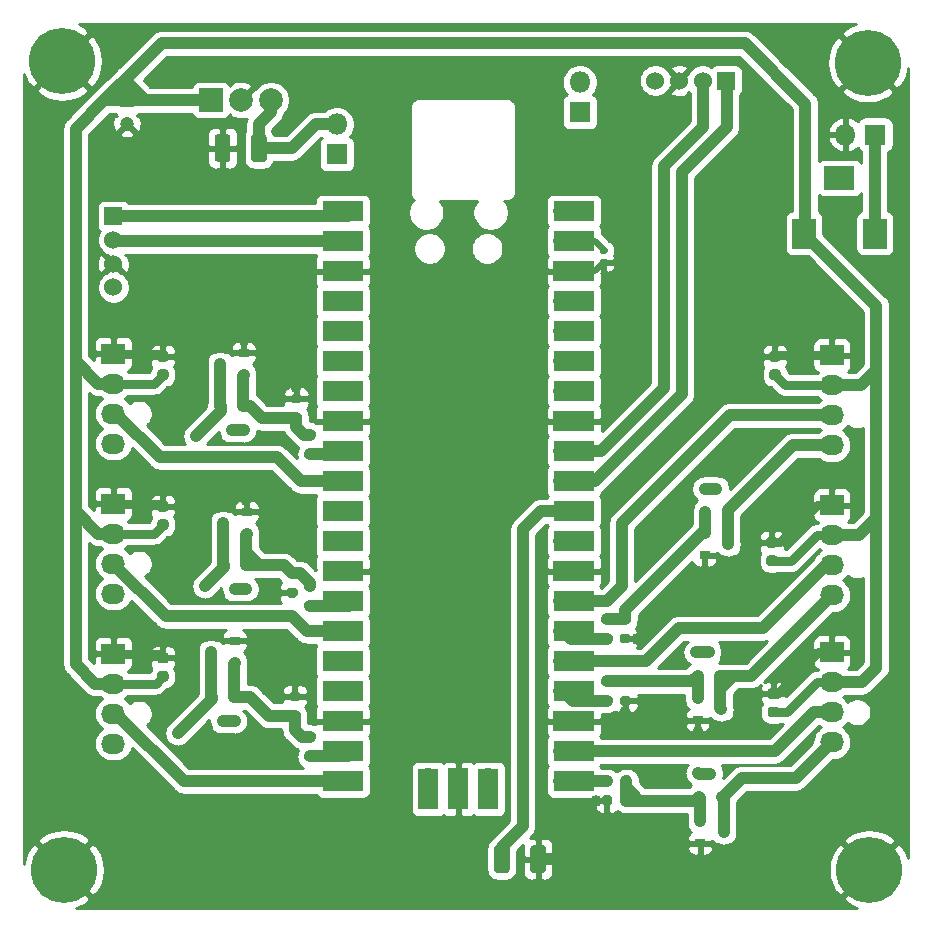
<source format=gbr>
G04 #@! TF.GenerationSoftware,KiCad,Pcbnew,5.1.9*
G04 #@! TF.CreationDate,2021-05-04T19:13:35+02:00*
G04 #@! TF.ProjectId,12v_FAN_Pico,3132765f-4641-44e5-9f50-69636f2e6b69,rev?*
G04 #@! TF.SameCoordinates,Original*
G04 #@! TF.FileFunction,Copper,L1,Top*
G04 #@! TF.FilePolarity,Positive*
%FSLAX46Y46*%
G04 Gerber Fmt 4.6, Leading zero omitted, Abs format (unit mm)*
G04 Created by KiCad (PCBNEW 5.1.9) date 2021-05-04 19:13:35*
%MOMM*%
%LPD*%
G01*
G04 APERTURE LIST*
G04 #@! TA.AperFunction,ComponentPad*
%ADD10R,1.800000X1.800000*%
G04 #@! TD*
G04 #@! TA.AperFunction,ComponentPad*
%ADD11O,1.800000X1.800000*%
G04 #@! TD*
G04 #@! TA.AperFunction,SMDPad,CuDef*
%ADD12R,0.900000X0.800000*%
G04 #@! TD*
G04 #@! TA.AperFunction,SMDPad,CuDef*
%ADD13R,0.800000X0.900000*%
G04 #@! TD*
G04 #@! TA.AperFunction,ComponentPad*
%ADD14C,5.600000*%
G04 #@! TD*
G04 #@! TA.AperFunction,ComponentPad*
%ADD15O,2.030000X1.730000*%
G04 #@! TD*
G04 #@! TA.AperFunction,ComponentPad*
%ADD16R,2.030000X1.730000*%
G04 #@! TD*
G04 #@! TA.AperFunction,ComponentPad*
%ADD17C,1.200000*%
G04 #@! TD*
G04 #@! TA.AperFunction,ComponentPad*
%ADD18R,1.200000X1.200000*%
G04 #@! TD*
G04 #@! TA.AperFunction,ComponentPad*
%ADD19R,2.000000X2.600000*%
G04 #@! TD*
G04 #@! TA.AperFunction,ComponentPad*
%ADD20R,2.600000X2.000000*%
G04 #@! TD*
G04 #@! TA.AperFunction,ComponentPad*
%ADD21C,1.524000*%
G04 #@! TD*
G04 #@! TA.AperFunction,ComponentPad*
%ADD22R,1.524000X1.524000*%
G04 #@! TD*
G04 #@! TA.AperFunction,ComponentPad*
%ADD23C,2.000000*%
G04 #@! TD*
G04 #@! TA.AperFunction,ComponentPad*
%ADD24R,2.000000X2.000000*%
G04 #@! TD*
G04 #@! TA.AperFunction,ComponentPad*
%ADD25O,1.700000X1.700000*%
G04 #@! TD*
G04 #@! TA.AperFunction,SMDPad,CuDef*
%ADD26R,1.700000X3.500000*%
G04 #@! TD*
G04 #@! TA.AperFunction,ComponentPad*
%ADD27R,1.700000X1.700000*%
G04 #@! TD*
G04 #@! TA.AperFunction,SMDPad,CuDef*
%ADD28R,3.500000X1.700000*%
G04 #@! TD*
G04 #@! TA.AperFunction,ViaPad*
%ADD29C,1.000000*%
G04 #@! TD*
G04 #@! TA.AperFunction,ViaPad*
%ADD30C,0.400000*%
G04 #@! TD*
G04 #@! TA.AperFunction,Conductor*
%ADD31C,1.000000*%
G04 #@! TD*
G04 #@! TA.AperFunction,Conductor*
%ADD32C,0.500000*%
G04 #@! TD*
G04 #@! TA.AperFunction,Conductor*
%ADD33C,0.750000*%
G04 #@! TD*
G04 #@! TA.AperFunction,Conductor*
%ADD34C,0.254000*%
G04 #@! TD*
G04 #@! TA.AperFunction,Conductor*
%ADD35C,0.100000*%
G04 #@! TD*
G04 APERTURE END LIST*
D10*
X57658000Y-35814000D03*
D11*
X57658000Y-33274000D03*
D12*
X47006000Y-77978000D03*
X49006000Y-77028000D03*
X49006000Y-78928000D03*
D13*
X48006000Y-83804000D03*
X47056000Y-81804000D03*
X48956000Y-81804000D03*
D11*
X78232000Y-29718000D03*
D10*
X78232000Y-32258000D03*
D11*
X100711000Y-34163000D03*
D10*
X103251000Y-34163000D03*
G04 #@! TA.AperFunction,SMDPad,CuDef*
G36*
G01*
X94492000Y-54046000D02*
X94992000Y-54046000D01*
G75*
G02*
X95217000Y-54271000I0J-225000D01*
G01*
X95217000Y-54721000D01*
G75*
G02*
X94992000Y-54946000I-225000J0D01*
G01*
X94492000Y-54946000D01*
G75*
G02*
X94267000Y-54721000I0J225000D01*
G01*
X94267000Y-54271000D01*
G75*
G02*
X94492000Y-54046000I225000J0D01*
G01*
G37*
G04 #@! TD.AperFunction*
G04 #@! TA.AperFunction,SMDPad,CuDef*
G36*
G01*
X94492000Y-52496000D02*
X94992000Y-52496000D01*
G75*
G02*
X95217000Y-52721000I0J-225000D01*
G01*
X95217000Y-53171000D01*
G75*
G02*
X94992000Y-53396000I-225000J0D01*
G01*
X94492000Y-53396000D01*
G75*
G02*
X94267000Y-53171000I0J225000D01*
G01*
X94267000Y-52721000D01*
G75*
G02*
X94492000Y-52496000I225000J0D01*
G01*
G37*
G04 #@! TD.AperFunction*
G04 #@! TA.AperFunction,SMDPad,CuDef*
G36*
G01*
X94238000Y-69794000D02*
X94738000Y-69794000D01*
G75*
G02*
X94963000Y-70019000I0J-225000D01*
G01*
X94963000Y-70469000D01*
G75*
G02*
X94738000Y-70694000I-225000J0D01*
G01*
X94238000Y-70694000D01*
G75*
G02*
X94013000Y-70469000I0J225000D01*
G01*
X94013000Y-70019000D01*
G75*
G02*
X94238000Y-69794000I225000J0D01*
G01*
G37*
G04 #@! TD.AperFunction*
G04 #@! TA.AperFunction,SMDPad,CuDef*
G36*
G01*
X94238000Y-68244000D02*
X94738000Y-68244000D01*
G75*
G02*
X94963000Y-68469000I0J-225000D01*
G01*
X94963000Y-68919000D01*
G75*
G02*
X94738000Y-69144000I-225000J0D01*
G01*
X94238000Y-69144000D01*
G75*
G02*
X94013000Y-68919000I0J225000D01*
G01*
X94013000Y-68469000D01*
G75*
G02*
X94238000Y-68244000I225000J0D01*
G01*
G37*
G04 #@! TD.AperFunction*
G04 #@! TA.AperFunction,SMDPad,CuDef*
G36*
G01*
X94365000Y-82608000D02*
X94865000Y-82608000D01*
G75*
G02*
X95090000Y-82833000I0J-225000D01*
G01*
X95090000Y-83283000D01*
G75*
G02*
X94865000Y-83508000I-225000J0D01*
G01*
X94365000Y-83508000D01*
G75*
G02*
X94140000Y-83283000I0J225000D01*
G01*
X94140000Y-82833000D01*
G75*
G02*
X94365000Y-82608000I225000J0D01*
G01*
G37*
G04 #@! TD.AperFunction*
G04 #@! TA.AperFunction,SMDPad,CuDef*
G36*
G01*
X94365000Y-81058000D02*
X94865000Y-81058000D01*
G75*
G02*
X95090000Y-81283000I0J-225000D01*
G01*
X95090000Y-81733000D01*
G75*
G02*
X94865000Y-81958000I-225000J0D01*
G01*
X94365000Y-81958000D01*
G75*
G02*
X94140000Y-81733000I0J225000D01*
G01*
X94140000Y-81283000D01*
G75*
G02*
X94365000Y-81058000I225000J0D01*
G01*
G37*
G04 #@! TD.AperFunction*
G04 #@! TA.AperFunction,SMDPad,CuDef*
G36*
G01*
X42676000Y-79573000D02*
X43176000Y-79573000D01*
G75*
G02*
X43401000Y-79798000I0J-225000D01*
G01*
X43401000Y-80248000D01*
G75*
G02*
X43176000Y-80473000I-225000J0D01*
G01*
X42676000Y-80473000D01*
G75*
G02*
X42451000Y-80248000I0J225000D01*
G01*
X42451000Y-79798000D01*
G75*
G02*
X42676000Y-79573000I225000J0D01*
G01*
G37*
G04 #@! TD.AperFunction*
G04 #@! TA.AperFunction,SMDPad,CuDef*
G36*
G01*
X42676000Y-78023000D02*
X43176000Y-78023000D01*
G75*
G02*
X43401000Y-78248000I0J-225000D01*
G01*
X43401000Y-78698000D01*
G75*
G02*
X43176000Y-78923000I-225000J0D01*
G01*
X42676000Y-78923000D01*
G75*
G02*
X42451000Y-78698000I0J225000D01*
G01*
X42451000Y-78248000D01*
G75*
G02*
X42676000Y-78023000I225000J0D01*
G01*
G37*
G04 #@! TD.AperFunction*
G04 #@! TA.AperFunction,SMDPad,CuDef*
G36*
G01*
X42676000Y-66746000D02*
X43176000Y-66746000D01*
G75*
G02*
X43401000Y-66971000I0J-225000D01*
G01*
X43401000Y-67421000D01*
G75*
G02*
X43176000Y-67646000I-225000J0D01*
G01*
X42676000Y-67646000D01*
G75*
G02*
X42451000Y-67421000I0J225000D01*
G01*
X42451000Y-66971000D01*
G75*
G02*
X42676000Y-66746000I225000J0D01*
G01*
G37*
G04 #@! TD.AperFunction*
G04 #@! TA.AperFunction,SMDPad,CuDef*
G36*
G01*
X42676000Y-65196000D02*
X43176000Y-65196000D01*
G75*
G02*
X43401000Y-65421000I0J-225000D01*
G01*
X43401000Y-65871000D01*
G75*
G02*
X43176000Y-66096000I-225000J0D01*
G01*
X42676000Y-66096000D01*
G75*
G02*
X42451000Y-65871000I0J225000D01*
G01*
X42451000Y-65421000D01*
G75*
G02*
X42676000Y-65196000I225000J0D01*
G01*
G37*
G04 #@! TD.AperFunction*
G04 #@! TA.AperFunction,SMDPad,CuDef*
G36*
G01*
X42676000Y-54046000D02*
X43176000Y-54046000D01*
G75*
G02*
X43401000Y-54271000I0J-225000D01*
G01*
X43401000Y-54721000D01*
G75*
G02*
X43176000Y-54946000I-225000J0D01*
G01*
X42676000Y-54946000D01*
G75*
G02*
X42451000Y-54721000I0J225000D01*
G01*
X42451000Y-54271000D01*
G75*
G02*
X42676000Y-54046000I225000J0D01*
G01*
G37*
G04 #@! TD.AperFunction*
G04 #@! TA.AperFunction,SMDPad,CuDef*
G36*
G01*
X42676000Y-52496000D02*
X43176000Y-52496000D01*
G75*
G02*
X43401000Y-52721000I0J-225000D01*
G01*
X43401000Y-53171000D01*
G75*
G02*
X43176000Y-53396000I-225000J0D01*
G01*
X42676000Y-53396000D01*
G75*
G02*
X42451000Y-53171000I0J225000D01*
G01*
X42451000Y-52721000D01*
G75*
G02*
X42676000Y-52496000I225000J0D01*
G01*
G37*
G04 #@! TD.AperFunction*
G04 #@! TA.AperFunction,SMDPad,CuDef*
G36*
G01*
X80094000Y-44678000D02*
X80434000Y-44678000D01*
G75*
G02*
X80574000Y-44818000I0J-140000D01*
G01*
X80574000Y-45098000D01*
G75*
G02*
X80434000Y-45238000I-140000J0D01*
G01*
X80094000Y-45238000D01*
G75*
G02*
X79954000Y-45098000I0J140000D01*
G01*
X79954000Y-44818000D01*
G75*
G02*
X80094000Y-44678000I140000J0D01*
G01*
G37*
G04 #@! TD.AperFunction*
G04 #@! TA.AperFunction,SMDPad,CuDef*
G36*
G01*
X80094000Y-43718000D02*
X80434000Y-43718000D01*
G75*
G02*
X80574000Y-43858000I0J-140000D01*
G01*
X80574000Y-44138000D01*
G75*
G02*
X80434000Y-44278000I-140000J0D01*
G01*
X80094000Y-44278000D01*
G75*
G02*
X79954000Y-44138000I0J140000D01*
G01*
X79954000Y-43858000D01*
G75*
G02*
X80094000Y-43718000I140000J0D01*
G01*
G37*
G04 #@! TD.AperFunction*
G04 #@! TA.AperFunction,SMDPad,CuDef*
G36*
G01*
X48641500Y-34380997D02*
X48641500Y-36231003D01*
G75*
G02*
X48391503Y-36481000I-249997J0D01*
G01*
X47566497Y-36481000D01*
G75*
G02*
X47316500Y-36231003I0J249997D01*
G01*
X47316500Y-34380997D01*
G75*
G02*
X47566497Y-34131000I249997J0D01*
G01*
X48391503Y-34131000D01*
G75*
G02*
X48641500Y-34380997I0J-249997D01*
G01*
G37*
G04 #@! TD.AperFunction*
G04 #@! TA.AperFunction,SMDPad,CuDef*
G36*
G01*
X51716500Y-34380997D02*
X51716500Y-36231003D01*
G75*
G02*
X51466503Y-36481000I-249997J0D01*
G01*
X50641497Y-36481000D01*
G75*
G02*
X50391500Y-36231003I0J249997D01*
G01*
X50391500Y-34380997D01*
G75*
G02*
X50641497Y-34131000I249997J0D01*
G01*
X51466503Y-34131000D01*
G75*
G02*
X51716500Y-34380997I0J-249997D01*
G01*
G37*
G04 #@! TD.AperFunction*
D13*
X89789000Y-64151000D03*
X90739000Y-66151000D03*
X88839000Y-66151000D03*
X89154000Y-77994000D03*
X90104000Y-79994000D03*
X88204000Y-79994000D03*
X49022000Y-72628000D03*
X48072000Y-70628000D03*
X49972000Y-70628000D03*
X89281000Y-88281000D03*
X90231000Y-90281000D03*
X88331000Y-90281000D03*
X48768000Y-59166000D03*
X47818000Y-57166000D03*
X49718000Y-57166000D03*
D12*
X90789000Y-68834000D03*
X88789000Y-69784000D03*
X88789000Y-67884000D03*
X90200203Y-82807282D03*
X88200203Y-83757282D03*
X88200203Y-81857282D03*
X50022000Y-68006000D03*
X50022000Y-66106000D03*
X48022000Y-67056000D03*
X90408000Y-93218000D03*
X88408000Y-94168000D03*
X88408000Y-92268000D03*
X47768000Y-53594000D03*
X49768000Y-52644000D03*
X49768000Y-54544000D03*
D14*
X102743000Y-96393000D03*
X34544000Y-96393000D03*
X34417000Y-27940000D03*
X102616000Y-28067000D03*
G04 #@! TA.AperFunction,SMDPad,CuDef*
G36*
G01*
X74027000Y-96429003D02*
X74027000Y-94578997D01*
G75*
G02*
X74276997Y-94329000I249997J0D01*
G01*
X75102003Y-94329000D01*
G75*
G02*
X75352000Y-94578997I0J-249997D01*
G01*
X75352000Y-96429003D01*
G75*
G02*
X75102003Y-96679000I-249997J0D01*
G01*
X74276997Y-96679000D01*
G75*
G02*
X74027000Y-96429003I0J249997D01*
G01*
G37*
G04 #@! TD.AperFunction*
G04 #@! TA.AperFunction,SMDPad,CuDef*
G36*
G01*
X70952000Y-96429003D02*
X70952000Y-94578997D01*
G75*
G02*
X71201997Y-94329000I249997J0D01*
G01*
X72027003Y-94329000D01*
G75*
G02*
X72277000Y-94578997I0J-249997D01*
G01*
X72277000Y-96429003D01*
G75*
G02*
X72027003Y-96679000I-249997J0D01*
G01*
X71201997Y-96679000D01*
G75*
G02*
X70952000Y-96429003I0J249997D01*
G01*
G37*
G04 #@! TD.AperFunction*
G04 #@! TA.AperFunction,SMDPad,CuDef*
G36*
G01*
X55097000Y-86404000D02*
X55647000Y-86404000D01*
G75*
G02*
X55847000Y-86604000I0J-200000D01*
G01*
X55847000Y-87004000D01*
G75*
G02*
X55647000Y-87204000I-200000J0D01*
G01*
X55097000Y-87204000D01*
G75*
G02*
X54897000Y-87004000I0J200000D01*
G01*
X54897000Y-86604000D01*
G75*
G02*
X55097000Y-86404000I200000J0D01*
G01*
G37*
G04 #@! TD.AperFunction*
G04 #@! TA.AperFunction,SMDPad,CuDef*
G36*
G01*
X55097000Y-84754000D02*
X55647000Y-84754000D01*
G75*
G02*
X55847000Y-84954000I0J-200000D01*
G01*
X55847000Y-85354000D01*
G75*
G02*
X55647000Y-85554000I-200000J0D01*
G01*
X55097000Y-85554000D01*
G75*
G02*
X54897000Y-85354000I0J200000D01*
G01*
X54897000Y-84954000D01*
G75*
G02*
X55097000Y-84754000I200000J0D01*
G01*
G37*
G04 #@! TD.AperFunction*
G04 #@! TA.AperFunction,SMDPad,CuDef*
G36*
G01*
X54377000Y-82125000D02*
X53827000Y-82125000D01*
G75*
G02*
X53627000Y-81925000I0J200000D01*
G01*
X53627000Y-81525000D01*
G75*
G02*
X53827000Y-81325000I200000J0D01*
G01*
X54377000Y-81325000D01*
G75*
G02*
X54577000Y-81525000I0J-200000D01*
G01*
X54577000Y-81925000D01*
G75*
G02*
X54377000Y-82125000I-200000J0D01*
G01*
G37*
G04 #@! TD.AperFunction*
G04 #@! TA.AperFunction,SMDPad,CuDef*
G36*
G01*
X54377000Y-83775000D02*
X53827000Y-83775000D01*
G75*
G02*
X53627000Y-83575000I0J200000D01*
G01*
X53627000Y-83175000D01*
G75*
G02*
X53827000Y-82975000I200000J0D01*
G01*
X54377000Y-82975000D01*
G75*
G02*
X54577000Y-83175000I0J-200000D01*
G01*
X54577000Y-83575000D01*
G75*
G02*
X54377000Y-83775000I-200000J0D01*
G01*
G37*
G04 #@! TD.AperFunction*
G04 #@! TA.AperFunction,SMDPad,CuDef*
G36*
G01*
X81793487Y-76440007D02*
X82343487Y-76440007D01*
G75*
G02*
X82543487Y-76640007I0J-200000D01*
G01*
X82543487Y-77040007D01*
G75*
G02*
X82343487Y-77240007I-200000J0D01*
G01*
X81793487Y-77240007D01*
G75*
G02*
X81593487Y-77040007I0J200000D01*
G01*
X81593487Y-76640007D01*
G75*
G02*
X81793487Y-76440007I200000J0D01*
G01*
G37*
G04 #@! TD.AperFunction*
G04 #@! TA.AperFunction,SMDPad,CuDef*
G36*
G01*
X81793487Y-74790007D02*
X82343487Y-74790007D01*
G75*
G02*
X82543487Y-74990007I0J-200000D01*
G01*
X82543487Y-75390007D01*
G75*
G02*
X82343487Y-75590007I-200000J0D01*
G01*
X81793487Y-75590007D01*
G75*
G02*
X81593487Y-75390007I0J200000D01*
G01*
X81593487Y-74990007D01*
G75*
G02*
X81793487Y-74790007I200000J0D01*
G01*
G37*
G04 #@! TD.AperFunction*
G04 #@! TA.AperFunction,SMDPad,CuDef*
G36*
G01*
X81814923Y-81703430D02*
X82364923Y-81703430D01*
G75*
G02*
X82564923Y-81903430I0J-200000D01*
G01*
X82564923Y-82303430D01*
G75*
G02*
X82364923Y-82503430I-200000J0D01*
G01*
X81814923Y-82503430D01*
G75*
G02*
X81614923Y-82303430I0J200000D01*
G01*
X81614923Y-81903430D01*
G75*
G02*
X81814923Y-81703430I200000J0D01*
G01*
G37*
G04 #@! TD.AperFunction*
G04 #@! TA.AperFunction,SMDPad,CuDef*
G36*
G01*
X81814923Y-80053430D02*
X82364923Y-80053430D01*
G75*
G02*
X82564923Y-80253430I0J-200000D01*
G01*
X82564923Y-80653430D01*
G75*
G02*
X82364923Y-80853430I-200000J0D01*
G01*
X81814923Y-80853430D01*
G75*
G02*
X81614923Y-80653430I0J200000D01*
G01*
X81614923Y-80253430D01*
G75*
G02*
X81814923Y-80053430I200000J0D01*
G01*
G37*
G04 #@! TD.AperFunction*
G04 #@! TA.AperFunction,SMDPad,CuDef*
G36*
G01*
X53573000Y-72561000D02*
X54123000Y-72561000D01*
G75*
G02*
X54323000Y-72761000I0J-200000D01*
G01*
X54323000Y-73161000D01*
G75*
G02*
X54123000Y-73361000I-200000J0D01*
G01*
X53573000Y-73361000D01*
G75*
G02*
X53373000Y-73161000I0J200000D01*
G01*
X53373000Y-72761000D01*
G75*
G02*
X53573000Y-72561000I200000J0D01*
G01*
G37*
G04 #@! TD.AperFunction*
G04 #@! TA.AperFunction,SMDPad,CuDef*
G36*
G01*
X53573000Y-70911000D02*
X54123000Y-70911000D01*
G75*
G02*
X54323000Y-71111000I0J-200000D01*
G01*
X54323000Y-71511000D01*
G75*
G02*
X54123000Y-71711000I-200000J0D01*
G01*
X53573000Y-71711000D01*
G75*
G02*
X53373000Y-71511000I0J200000D01*
G01*
X53373000Y-71111000D01*
G75*
G02*
X53573000Y-70911000I200000J0D01*
G01*
G37*
G04 #@! TD.AperFunction*
G04 #@! TA.AperFunction,SMDPad,CuDef*
G36*
G01*
X80918000Y-90276000D02*
X80918000Y-90826000D01*
G75*
G02*
X80718000Y-91026000I-200000J0D01*
G01*
X80318000Y-91026000D01*
G75*
G02*
X80118000Y-90826000I0J200000D01*
G01*
X80118000Y-90276000D01*
G75*
G02*
X80318000Y-90076000I200000J0D01*
G01*
X80718000Y-90076000D01*
G75*
G02*
X80918000Y-90276000I0J-200000D01*
G01*
G37*
G04 #@! TD.AperFunction*
G04 #@! TA.AperFunction,SMDPad,CuDef*
G36*
G01*
X82568000Y-90276000D02*
X82568000Y-90826000D01*
G75*
G02*
X82368000Y-91026000I-200000J0D01*
G01*
X81968000Y-91026000D01*
G75*
G02*
X81768000Y-90826000I0J200000D01*
G01*
X81768000Y-90276000D01*
G75*
G02*
X81968000Y-90076000I200000J0D01*
G01*
X82368000Y-90076000D01*
G75*
G02*
X82568000Y-90276000I0J-200000D01*
G01*
G37*
G04 #@! TD.AperFunction*
G04 #@! TA.AperFunction,SMDPad,CuDef*
G36*
G01*
X54504000Y-56916000D02*
X53954000Y-56916000D01*
G75*
G02*
X53754000Y-56716000I0J200000D01*
G01*
X53754000Y-56316000D01*
G75*
G02*
X53954000Y-56116000I200000J0D01*
G01*
X54504000Y-56116000D01*
G75*
G02*
X54704000Y-56316000I0J-200000D01*
G01*
X54704000Y-56716000D01*
G75*
G02*
X54504000Y-56916000I-200000J0D01*
G01*
G37*
G04 #@! TD.AperFunction*
G04 #@! TA.AperFunction,SMDPad,CuDef*
G36*
G01*
X54504000Y-58566000D02*
X53954000Y-58566000D01*
G75*
G02*
X53754000Y-58366000I0J200000D01*
G01*
X53754000Y-57966000D01*
G75*
G02*
X53954000Y-57766000I200000J0D01*
G01*
X54504000Y-57766000D01*
G75*
G02*
X54704000Y-57966000I0J-200000D01*
G01*
X54704000Y-58366000D01*
G75*
G02*
X54504000Y-58566000I-200000J0D01*
G01*
G37*
G04 #@! TD.AperFunction*
G04 #@! TA.AperFunction,SMDPad,CuDef*
G36*
G01*
X80918000Y-88625000D02*
X80918000Y-89175000D01*
G75*
G02*
X80718000Y-89375000I-200000J0D01*
G01*
X80318000Y-89375000D01*
G75*
G02*
X80118000Y-89175000I0J200000D01*
G01*
X80118000Y-88625000D01*
G75*
G02*
X80318000Y-88425000I200000J0D01*
G01*
X80718000Y-88425000D01*
G75*
G02*
X80918000Y-88625000I0J-200000D01*
G01*
G37*
G04 #@! TD.AperFunction*
G04 #@! TA.AperFunction,SMDPad,CuDef*
G36*
G01*
X82568000Y-88625000D02*
X82568000Y-89175000D01*
G75*
G02*
X82368000Y-89375000I-200000J0D01*
G01*
X81968000Y-89375000D01*
G75*
G02*
X81768000Y-89175000I0J200000D01*
G01*
X81768000Y-88625000D01*
G75*
G02*
X81968000Y-88425000I200000J0D01*
G01*
X82368000Y-88425000D01*
G75*
G02*
X82568000Y-88625000I0J-200000D01*
G01*
G37*
G04 #@! TD.AperFunction*
G04 #@! TA.AperFunction,SMDPad,CuDef*
G36*
G01*
X80243000Y-76434000D02*
X80793000Y-76434000D01*
G75*
G02*
X80993000Y-76634000I0J-200000D01*
G01*
X80993000Y-77034000D01*
G75*
G02*
X80793000Y-77234000I-200000J0D01*
G01*
X80243000Y-77234000D01*
G75*
G02*
X80043000Y-77034000I0J200000D01*
G01*
X80043000Y-76634000D01*
G75*
G02*
X80243000Y-76434000I200000J0D01*
G01*
G37*
G04 #@! TD.AperFunction*
G04 #@! TA.AperFunction,SMDPad,CuDef*
G36*
G01*
X80243000Y-74784000D02*
X80793000Y-74784000D01*
G75*
G02*
X80993000Y-74984000I0J-200000D01*
G01*
X80993000Y-75384000D01*
G75*
G02*
X80793000Y-75584000I-200000J0D01*
G01*
X80243000Y-75584000D01*
G75*
G02*
X80043000Y-75384000I0J200000D01*
G01*
X80043000Y-74984000D01*
G75*
G02*
X80243000Y-74784000I200000J0D01*
G01*
G37*
G04 #@! TD.AperFunction*
G04 #@! TA.AperFunction,SMDPad,CuDef*
G36*
G01*
X80243000Y-81705000D02*
X80793000Y-81705000D01*
G75*
G02*
X80993000Y-81905000I0J-200000D01*
G01*
X80993000Y-82305000D01*
G75*
G02*
X80793000Y-82505000I-200000J0D01*
G01*
X80243000Y-82505000D01*
G75*
G02*
X80043000Y-82305000I0J200000D01*
G01*
X80043000Y-81905000D01*
G75*
G02*
X80243000Y-81705000I200000J0D01*
G01*
G37*
G04 #@! TD.AperFunction*
G04 #@! TA.AperFunction,SMDPad,CuDef*
G36*
G01*
X80243000Y-80055000D02*
X80793000Y-80055000D01*
G75*
G02*
X80993000Y-80255000I0J-200000D01*
G01*
X80993000Y-80655000D01*
G75*
G02*
X80793000Y-80855000I-200000J0D01*
G01*
X80243000Y-80855000D01*
G75*
G02*
X80043000Y-80655000I0J200000D01*
G01*
X80043000Y-80255000D01*
G75*
G02*
X80243000Y-80055000I200000J0D01*
G01*
G37*
G04 #@! TD.AperFunction*
G04 #@! TA.AperFunction,SMDPad,CuDef*
G36*
G01*
X55097000Y-73640000D02*
X55647000Y-73640000D01*
G75*
G02*
X55847000Y-73840000I0J-200000D01*
G01*
X55847000Y-74240000D01*
G75*
G02*
X55647000Y-74440000I-200000J0D01*
G01*
X55097000Y-74440000D01*
G75*
G02*
X54897000Y-74240000I0J200000D01*
G01*
X54897000Y-73840000D01*
G75*
G02*
X55097000Y-73640000I200000J0D01*
G01*
G37*
G04 #@! TD.AperFunction*
G04 #@! TA.AperFunction,SMDPad,CuDef*
G36*
G01*
X55097000Y-71990000D02*
X55647000Y-71990000D01*
G75*
G02*
X55847000Y-72190000I0J-200000D01*
G01*
X55847000Y-72590000D01*
G75*
G02*
X55647000Y-72790000I-200000J0D01*
G01*
X55097000Y-72790000D01*
G75*
G02*
X54897000Y-72590000I0J200000D01*
G01*
X54897000Y-72190000D01*
G75*
G02*
X55097000Y-71990000I200000J0D01*
G01*
G37*
G04 #@! TD.AperFunction*
G04 #@! TA.AperFunction,SMDPad,CuDef*
G36*
G01*
X55097000Y-60814000D02*
X55647000Y-60814000D01*
G75*
G02*
X55847000Y-61014000I0J-200000D01*
G01*
X55847000Y-61414000D01*
G75*
G02*
X55647000Y-61614000I-200000J0D01*
G01*
X55097000Y-61614000D01*
G75*
G02*
X54897000Y-61414000I0J200000D01*
G01*
X54897000Y-61014000D01*
G75*
G02*
X55097000Y-60814000I200000J0D01*
G01*
G37*
G04 #@! TD.AperFunction*
G04 #@! TA.AperFunction,SMDPad,CuDef*
G36*
G01*
X55097000Y-59164000D02*
X55647000Y-59164000D01*
G75*
G02*
X55847000Y-59364000I0J-200000D01*
G01*
X55847000Y-59764000D01*
G75*
G02*
X55647000Y-59964000I-200000J0D01*
G01*
X55097000Y-59964000D01*
G75*
G02*
X54897000Y-59764000I0J200000D01*
G01*
X54897000Y-59364000D01*
G75*
G02*
X55097000Y-59164000I200000J0D01*
G01*
G37*
G04 #@! TD.AperFunction*
D15*
X99568000Y-85598000D03*
X99568000Y-83058000D03*
X99568000Y-80518000D03*
D16*
X99568000Y-77978000D03*
D17*
X39878000Y-33242000D03*
D18*
X39878000Y-31242000D03*
D15*
X99568000Y-73152000D03*
X99568000Y-70612000D03*
X99568000Y-68072000D03*
D16*
X99568000Y-65532000D03*
D19*
X103203000Y-42545000D03*
X97203000Y-42545000D03*
D20*
X100203000Y-37845000D03*
D15*
X38735000Y-60325000D03*
X38735000Y-57785000D03*
X38735000Y-55245000D03*
D16*
X38735000Y-52705000D03*
D15*
X38735000Y-85725000D03*
X38735000Y-83185000D03*
X38735000Y-80645000D03*
D16*
X38735000Y-78105000D03*
D21*
X84614000Y-29591000D03*
X86614000Y-29591000D03*
X88614000Y-29591000D03*
D22*
X90614000Y-29591000D03*
D15*
X99568000Y-60452000D03*
X99568000Y-57912000D03*
X99568000Y-55372000D03*
D16*
X99568000Y-52832000D03*
D23*
X52070000Y-31242000D03*
X49530000Y-31242000D03*
D24*
X46990000Y-31242000D03*
D25*
X70485000Y-88670000D03*
D26*
X70485000Y-89570000D03*
D27*
X67945000Y-88670000D03*
D26*
X67945000Y-89570000D03*
D25*
X65405000Y-88670000D03*
D26*
X65405000Y-89570000D03*
D28*
X77735000Y-88900000D03*
X77735000Y-86360000D03*
X77735000Y-83820000D03*
X77735000Y-81280000D03*
X77735000Y-78740000D03*
X77735000Y-76200000D03*
X77735000Y-73660000D03*
X77735000Y-71120000D03*
X77735000Y-68580000D03*
X77735000Y-66040000D03*
X77735000Y-63500000D03*
X77735000Y-60960000D03*
X77735000Y-58420000D03*
X77735000Y-55880000D03*
X77735000Y-53340000D03*
X77735000Y-50800000D03*
X77735000Y-48260000D03*
X77735000Y-45720000D03*
X77735000Y-43180000D03*
X77735000Y-40640000D03*
X58155000Y-88900000D03*
X58155000Y-86360000D03*
X58155000Y-83820000D03*
X58155000Y-81280000D03*
X58155000Y-78740000D03*
X58155000Y-76200000D03*
X58155000Y-73660000D03*
X58155000Y-71120000D03*
X58155000Y-68580000D03*
X58155000Y-66040000D03*
X58155000Y-63500000D03*
X58155000Y-60960000D03*
X58155000Y-58420000D03*
X58155000Y-55880000D03*
X58155000Y-53340000D03*
X58155000Y-50800000D03*
X58155000Y-48260000D03*
X58155000Y-45720000D03*
X58155000Y-43180000D03*
X58155000Y-40640000D03*
D25*
X76835000Y-40640000D03*
X76835000Y-43180000D03*
D27*
X76835000Y-45720000D03*
D25*
X76835000Y-48260000D03*
X76835000Y-50800000D03*
X76835000Y-53340000D03*
X76835000Y-55880000D03*
D27*
X76835000Y-58420000D03*
D25*
X76835000Y-60960000D03*
X76835000Y-63500000D03*
X76835000Y-66040000D03*
X76835000Y-68580000D03*
D27*
X76835000Y-71120000D03*
D25*
X76835000Y-73660000D03*
X76835000Y-76200000D03*
X76835000Y-78740000D03*
X76835000Y-81280000D03*
D27*
X76835000Y-83820000D03*
D25*
X76835000Y-86360000D03*
X76835000Y-88900000D03*
X59055000Y-88900000D03*
X59055000Y-86360000D03*
D27*
X59055000Y-83820000D03*
D25*
X59055000Y-81280000D03*
X59055000Y-78740000D03*
X59055000Y-76200000D03*
X59055000Y-73660000D03*
D27*
X59055000Y-71120000D03*
D25*
X59055000Y-68580000D03*
X59055000Y-66040000D03*
X59055000Y-63500000D03*
X59055000Y-60960000D03*
D27*
X59055000Y-58420000D03*
D25*
X59055000Y-55880000D03*
X59055000Y-53340000D03*
X59055000Y-50800000D03*
X59055000Y-48260000D03*
D27*
X59055000Y-45720000D03*
D25*
X59055000Y-43180000D03*
X59055000Y-40640000D03*
D15*
X38735000Y-73025000D03*
X38735000Y-70485000D03*
X38735000Y-67945000D03*
D16*
X38735000Y-65405000D03*
D21*
X38735000Y-47085000D03*
X38735000Y-45085000D03*
X38735000Y-43085000D03*
D22*
X38735000Y-41085000D03*
D29*
X46482000Y-72390000D03*
X49983328Y-72639111D03*
X49794436Y-51588949D03*
X75946000Y-95504000D03*
X83058000Y-76835000D03*
X79629000Y-90551000D03*
X82042000Y-83058000D03*
X54229000Y-55499000D03*
X49989098Y-65065833D03*
X88224403Y-84737235D03*
D30*
X86637020Y-79149555D03*
X84074000Y-88646000D03*
X90678000Y-87884000D03*
X91948000Y-60960000D03*
X47498000Y-59944000D03*
X91694000Y-77724000D03*
X94488000Y-67564000D03*
D29*
X88228595Y-88226851D03*
X88138000Y-77978000D03*
X88788869Y-64150251D03*
X49022000Y-83820000D03*
X49784000Y-59182000D03*
X45720000Y-59690000D03*
X44196000Y-84836000D03*
D31*
X74689500Y-95504000D02*
X75946000Y-95504000D01*
D32*
X79502000Y-45720000D02*
X80264000Y-44958000D01*
X76835000Y-45720000D02*
X79502000Y-45720000D01*
D33*
X42685000Y-65405000D02*
X42926000Y-65646000D01*
X38735000Y-65405000D02*
X42685000Y-65405000D01*
X42685000Y-52705000D02*
X42926000Y-52946000D01*
X38735000Y-52705000D02*
X42685000Y-52705000D01*
X42558000Y-78105000D02*
X42926000Y-78473000D01*
X38735000Y-78105000D02*
X42558000Y-78105000D01*
X94615000Y-81508000D02*
X94895000Y-81508000D01*
X98425000Y-77978000D02*
X99568000Y-77978000D01*
X94895000Y-81508000D02*
X98425000Y-77978000D01*
X94488000Y-68694000D02*
X95136000Y-68694000D01*
X98298000Y-65532000D02*
X99568000Y-65532000D01*
X95136000Y-68694000D02*
X98298000Y-65532000D01*
X94856000Y-52832000D02*
X94742000Y-52946000D01*
X99568000Y-52832000D02*
X94856000Y-52832000D01*
D31*
X37211000Y-80645000D02*
X38735000Y-80645000D01*
X35560000Y-78994000D02*
X37211000Y-80645000D01*
X38735000Y-67945000D02*
X37465000Y-67945000D01*
X37465000Y-67945000D02*
X35560000Y-66040000D01*
X35560000Y-66040000D02*
X35560000Y-78994000D01*
X37465000Y-55245000D02*
X35560000Y-53340000D01*
X38735000Y-55245000D02*
X37465000Y-55245000D01*
X35560000Y-53340000D02*
X35560000Y-66040000D01*
X103330000Y-55166000D02*
X103330000Y-61008000D01*
X35560000Y-45720000D02*
X35560000Y-53340000D01*
X35560000Y-45212000D02*
X35560000Y-45720000D01*
X39878000Y-31242000D02*
X39878000Y-29362000D01*
X39878000Y-29362000D02*
X39853000Y-29362000D01*
X35560000Y-33655000D02*
X35560000Y-45212000D01*
X37973000Y-31242000D02*
X35560000Y-33655000D01*
X39878000Y-31242000D02*
X37973000Y-31242000D01*
X39878000Y-31178500D02*
X38957250Y-30257750D01*
X39878000Y-31242000D02*
X39878000Y-31178500D01*
X38957250Y-30257750D02*
X37973000Y-31242000D01*
X39853000Y-29362000D02*
X38957250Y-30257750D01*
X39853000Y-29693000D02*
X41402000Y-31242000D01*
X39853000Y-29362000D02*
X39853000Y-29693000D01*
X41402000Y-31242000D02*
X46990000Y-31242000D01*
X39878000Y-31242000D02*
X41402000Y-31242000D01*
X103330000Y-76660000D02*
X103330000Y-77772000D01*
X103330000Y-67516000D02*
X103330000Y-76660000D01*
X103330000Y-77772000D02*
X103330000Y-79296000D01*
X102108000Y-80518000D02*
X99568000Y-80518000D01*
X103330000Y-79296000D02*
X102108000Y-80518000D01*
X102012000Y-55372000D02*
X103330000Y-54054000D01*
X99568000Y-55372000D02*
X102012000Y-55372000D01*
X103330000Y-54054000D02*
X103330000Y-55166000D01*
X99568000Y-68072000D02*
X101854000Y-68072000D01*
X101854000Y-68072000D02*
X103330000Y-66596000D01*
X103330000Y-66596000D02*
X103330000Y-67516000D01*
X103330000Y-61008000D02*
X103330000Y-66596000D01*
X42824000Y-26416000D02*
X39878000Y-29362000D01*
X78740000Y-26416000D02*
X42824000Y-26416000D01*
X82392000Y-26416000D02*
X78740000Y-26416000D01*
X103330000Y-48672000D02*
X97203000Y-42545000D01*
X103330000Y-51102000D02*
X103330000Y-48672000D01*
X103330000Y-51102000D02*
X103330000Y-54054000D01*
X97330000Y-42418000D02*
X97203000Y-42545000D01*
X97330000Y-31544000D02*
X97330000Y-42418000D01*
X92202000Y-26416000D02*
X97330000Y-31544000D01*
X78740000Y-26416000D02*
X92202000Y-26416000D01*
D33*
X42177000Y-67945000D02*
X42926000Y-67196000D01*
X38735000Y-67945000D02*
X42177000Y-67945000D01*
X42177000Y-55245000D02*
X42926000Y-54496000D01*
X38735000Y-55245000D02*
X42177000Y-55245000D01*
X42304000Y-80645000D02*
X42926000Y-80023000D01*
X38735000Y-80645000D02*
X42304000Y-80645000D01*
X94615000Y-83058000D02*
X95758000Y-83058000D01*
X98298000Y-80518000D02*
X99568000Y-80518000D01*
X95758000Y-83058000D02*
X98298000Y-80518000D01*
X94488000Y-70244000D02*
X96126000Y-70244000D01*
X98298000Y-68072000D02*
X99568000Y-68072000D01*
X96126000Y-70244000D02*
X98298000Y-68072000D01*
X95618000Y-55372000D02*
X94742000Y-54496000D01*
X99568000Y-55372000D02*
X95618000Y-55372000D01*
D31*
X49768000Y-59166000D02*
X49784000Y-59182000D01*
X48768000Y-59166000D02*
X49768000Y-59166000D01*
X49972217Y-72628000D02*
X49983328Y-72639111D01*
X49022000Y-72628000D02*
X49972217Y-72628000D01*
X49006000Y-83804000D02*
X49022000Y-83820000D01*
X48006000Y-83804000D02*
X49006000Y-83804000D01*
X88789618Y-64151000D02*
X88788869Y-64150251D01*
X89789000Y-64151000D02*
X88789618Y-64151000D01*
X88646000Y-77978000D02*
X88053999Y-77978000D01*
X88154000Y-77994000D02*
X88138000Y-77978000D01*
X89154000Y-77994000D02*
X88154000Y-77994000D01*
X88282744Y-88281000D02*
X88228595Y-88226851D01*
X89281000Y-88281000D02*
X88282744Y-88281000D01*
X49784000Y-59182000D02*
X49784000Y-59182000D01*
X38830000Y-43180000D02*
X38735000Y-43085000D01*
X59055000Y-43180000D02*
X38830000Y-43180000D01*
X58610000Y-41085000D02*
X59055000Y-40640000D01*
X38735000Y-41085000D02*
X58610000Y-41085000D01*
X38735000Y-57785000D02*
X38989000Y-57785000D01*
X38989000Y-57785000D02*
X42672000Y-61468000D01*
X42672000Y-61468000D02*
X52578000Y-61468000D01*
X54610000Y-63500000D02*
X59055000Y-63500000D01*
X52578000Y-61468000D02*
X54610000Y-63500000D01*
X58801000Y-61214000D02*
X59055000Y-60960000D01*
X55372000Y-61214000D02*
X58801000Y-61214000D01*
X53848000Y-74930000D02*
X55118000Y-76200000D01*
X43180000Y-74930000D02*
X53848000Y-74930000D01*
X55118000Y-76200000D02*
X59055000Y-76200000D01*
X38735000Y-70485000D02*
X43180000Y-74930000D01*
X58801000Y-73406000D02*
X59055000Y-73660000D01*
X58675000Y-74040000D02*
X59055000Y-73660000D01*
X55372000Y-74040000D02*
X58675000Y-74040000D01*
X76835000Y-86360000D02*
X94742000Y-86360000D01*
X98044000Y-83058000D02*
X99568000Y-83058000D01*
X94742000Y-86360000D02*
X98044000Y-83058000D01*
X76835000Y-88900000D02*
X80518000Y-88900000D01*
X38735000Y-83185000D02*
X38989000Y-83185000D01*
X44704000Y-88900000D02*
X59055000Y-88900000D01*
X38989000Y-83185000D02*
X44704000Y-88900000D01*
X58611000Y-86804000D02*
X59055000Y-86360000D01*
X55372000Y-86804000D02*
X58611000Y-86804000D01*
D32*
X76835000Y-78740000D02*
X78994000Y-78740000D01*
D31*
X76835000Y-78740000D02*
X83820000Y-78740000D01*
X83820000Y-78740000D02*
X86614000Y-75946000D01*
X86614000Y-75946000D02*
X93726000Y-75946000D01*
X99060000Y-70612000D02*
X99568000Y-70612000D01*
X93726000Y-75946000D02*
X99060000Y-70612000D01*
D32*
X77343000Y-81788000D02*
X76835000Y-81280000D01*
D31*
X77660000Y-82105000D02*
X76835000Y-81280000D01*
X80518000Y-82105000D02*
X77660000Y-82105000D01*
X76835000Y-73660000D02*
X80518000Y-73660000D01*
X80518000Y-73660000D02*
X81788000Y-72390000D01*
X81788000Y-72390000D02*
X81788000Y-67056000D01*
X90932000Y-57912000D02*
X99568000Y-57912000D01*
X81788000Y-67056000D02*
X90932000Y-57912000D01*
X77469000Y-76834000D02*
X76835000Y-76200000D01*
X80518000Y-76834000D02*
X77469000Y-76834000D01*
X85344000Y-36830000D02*
X88678000Y-33496000D01*
X85344000Y-55626000D02*
X85344000Y-36830000D01*
X80010000Y-60960000D02*
X85344000Y-55626000D01*
X76835000Y-60960000D02*
X80010000Y-60960000D01*
X88678000Y-29655000D02*
X88614000Y-29591000D01*
X88678000Y-33496000D02*
X88678000Y-29655000D01*
X86868000Y-37338000D02*
X90678000Y-33528000D01*
X86868000Y-56134000D02*
X86868000Y-37338000D01*
X79502000Y-63500000D02*
X86868000Y-56134000D01*
X76835000Y-63500000D02*
X79502000Y-63500000D01*
X90678000Y-29655000D02*
X90614000Y-29591000D01*
X90678000Y-33528000D02*
X90678000Y-29655000D01*
X71614500Y-94501500D02*
X71614500Y-95504000D01*
X73406000Y-92710000D02*
X71614500Y-94501500D01*
X73406000Y-67564000D02*
X73406000Y-92710000D01*
X74930000Y-66040000D02*
X73406000Y-67564000D01*
X76835000Y-66040000D02*
X74930000Y-66040000D01*
X55372000Y-59564000D02*
X54865000Y-59564000D01*
X54229000Y-58928000D02*
X54229000Y-58166000D01*
X54865000Y-59564000D02*
X54229000Y-58928000D01*
X49718000Y-57166000D02*
X50308000Y-57166000D01*
X51308000Y-58166000D02*
X54229000Y-58166000D01*
X50308000Y-57166000D02*
X51308000Y-58166000D01*
X49718000Y-54594000D02*
X49768000Y-54544000D01*
X49718000Y-57166000D02*
X49718000Y-54594000D01*
X82168000Y-89407000D02*
X82168000Y-90551000D01*
X82168000Y-88900000D02*
X82168000Y-89407000D01*
X88408000Y-90358000D02*
X88331000Y-90281000D01*
X88408000Y-92268000D02*
X88408000Y-90358000D01*
X88061000Y-90551000D02*
X88331000Y-90281000D01*
X82931000Y-90170000D02*
X82168000Y-89407000D01*
X82931000Y-90551000D02*
X82931000Y-90170000D01*
X82168000Y-90551000D02*
X82931000Y-90551000D01*
X82931000Y-90551000D02*
X88061000Y-90551000D01*
X55372000Y-72390000D02*
X55372000Y-72136000D01*
X54547000Y-71311000D02*
X53848000Y-71311000D01*
X55372000Y-72136000D02*
X54547000Y-71311000D01*
X53165000Y-70628000D02*
X53848000Y-71311000D01*
X49972000Y-68056000D02*
X50022000Y-68006000D01*
X49972000Y-69530000D02*
X51070000Y-70628000D01*
X51070000Y-70628000D02*
X53165000Y-70628000D01*
X49972000Y-70628000D02*
X51070000Y-70628000D01*
X49972000Y-70628000D02*
X49972000Y-69530000D01*
X49972000Y-69530000D02*
X49972000Y-68056000D01*
X47768000Y-57116000D02*
X47818000Y-57166000D01*
X47768000Y-53594000D02*
X47768000Y-57116000D01*
X47818000Y-57166000D02*
X47736000Y-57166000D01*
X47818000Y-57166000D02*
X47818000Y-57592000D01*
X47818000Y-57592000D02*
X45720000Y-59690000D01*
X45720000Y-59690000D02*
X45720000Y-59690000D01*
X45720000Y-59690000D02*
X45720000Y-59690000D01*
X48022000Y-70578000D02*
X48072000Y-70628000D01*
X48022000Y-67056000D02*
X48022000Y-70578000D01*
X48072000Y-70628000D02*
X48072000Y-70800000D01*
X48072000Y-70800000D02*
X46482000Y-72390000D01*
X47006000Y-81754000D02*
X47056000Y-81804000D01*
X47006000Y-77978000D02*
X47006000Y-81754000D01*
X47056000Y-81804000D02*
X47056000Y-81976000D01*
X47056000Y-81976000D02*
X44196000Y-84836000D01*
X44196000Y-84836000D02*
X44196000Y-84836000D01*
X90408000Y-90458000D02*
X90231000Y-90281000D01*
X90408000Y-93218000D02*
X90408000Y-90458000D01*
X90231000Y-90281000D02*
X90313000Y-90281000D01*
X90313000Y-90281000D02*
X91948000Y-88646000D01*
X96520000Y-88646000D02*
X99568000Y-85598000D01*
X91948000Y-88646000D02*
X96520000Y-88646000D01*
X90104000Y-82711079D02*
X90200203Y-82807282D01*
X92726000Y-79994000D02*
X99568000Y-73152000D01*
X90104000Y-81092000D02*
X91202000Y-79994000D01*
X90104000Y-81346000D02*
X90104000Y-81092000D01*
X91202000Y-79994000D02*
X92726000Y-79994000D01*
X90104000Y-79994000D02*
X91202000Y-79994000D01*
X90104000Y-79994000D02*
X90104000Y-81346000D01*
X90104000Y-81346000D02*
X90104000Y-82711079D01*
X90739000Y-68784000D02*
X90789000Y-68834000D01*
X90739000Y-66151000D02*
X90739000Y-68784000D01*
X90739000Y-66151000D02*
X90739000Y-65979000D01*
X96266000Y-60452000D02*
X99568000Y-60452000D01*
X90739000Y-65979000D02*
X96266000Y-60452000D01*
X52070000Y-31242000D02*
X52070000Y-32258000D01*
X51054000Y-33274000D02*
X51054000Y-35306000D01*
X52070000Y-32258000D02*
X51054000Y-33274000D01*
X51054000Y-35306000D02*
X53848000Y-35306000D01*
X55880000Y-33274000D02*
X57658000Y-33274000D01*
X53848000Y-35306000D02*
X55880000Y-33274000D01*
X103203000Y-34211000D02*
X103251000Y-34163000D01*
X103203000Y-42545000D02*
X103203000Y-34211000D01*
X82088353Y-80455000D02*
X82089923Y-80453430D01*
X80518000Y-80455000D02*
X82088353Y-80455000D01*
X88204000Y-81853485D02*
X88200203Y-81857282D01*
X88204000Y-79994000D02*
X88204000Y-81853485D01*
X87744570Y-80453430D02*
X88204000Y-79994000D01*
X82089923Y-80453430D02*
X87744570Y-80453430D01*
X55372000Y-85154000D02*
X54674000Y-85154000D01*
X54102000Y-84582000D02*
X54102000Y-83375000D01*
X54674000Y-85154000D02*
X54102000Y-84582000D01*
X48956000Y-78978000D02*
X49006000Y-78928000D01*
X48956000Y-81804000D02*
X48956000Y-78978000D01*
X48956000Y-81804000D02*
X50308000Y-81804000D01*
X51879000Y-83375000D02*
X54102000Y-83375000D01*
X50308000Y-81804000D02*
X51879000Y-83375000D01*
X82062480Y-75184000D02*
X82068487Y-75190007D01*
X80518000Y-75184000D02*
X82062480Y-75184000D01*
X88839000Y-67834000D02*
X88789000Y-67884000D01*
X88839000Y-66151000D02*
X88839000Y-67834000D01*
X82068487Y-75190007D02*
X82068487Y-74395513D01*
X88789000Y-67884000D02*
X88580000Y-67884000D01*
X82931000Y-73533000D02*
X83566000Y-72898000D01*
X88580000Y-67884000D02*
X82931000Y-73533000D01*
X82068487Y-74395513D02*
X82931000Y-73533000D01*
D32*
X80264000Y-43998000D02*
X80264000Y-43942000D01*
X79502000Y-43180000D02*
X76835000Y-43180000D01*
X80264000Y-43942000D02*
X79502000Y-43180000D01*
D34*
X101302994Y-24874870D02*
X100705470Y-25192361D01*
X100691308Y-25201823D01*
X100379124Y-25650519D01*
X102616000Y-27887395D01*
X102630143Y-27873253D01*
X102809748Y-28052858D01*
X102795605Y-28067000D01*
X105032481Y-30303876D01*
X105481177Y-29991692D01*
X105801612Y-29395741D01*
X105999626Y-28748727D01*
X106020076Y-28546224D01*
X106028318Y-95389943D01*
X105935130Y-95079994D01*
X105617639Y-94482470D01*
X105608177Y-94468308D01*
X105159481Y-94156124D01*
X102922605Y-96393000D01*
X102936748Y-96407143D01*
X102757143Y-96586748D01*
X102743000Y-96572605D01*
X100506124Y-98809481D01*
X100818308Y-99258177D01*
X101414259Y-99578612D01*
X101712868Y-99669999D01*
X35574719Y-99670001D01*
X35857006Y-99585130D01*
X36454530Y-99267639D01*
X36468692Y-99258177D01*
X36780876Y-98809481D01*
X34544000Y-96572605D01*
X34529858Y-96586748D01*
X34350253Y-96407143D01*
X34364395Y-96393000D01*
X34723605Y-96393000D01*
X36960481Y-98629876D01*
X37409177Y-98317692D01*
X37729612Y-97721741D01*
X37927626Y-97074727D01*
X37995610Y-96401516D01*
X37930949Y-95727977D01*
X37736130Y-95079994D01*
X37469929Y-94578997D01*
X70313928Y-94578997D01*
X70313928Y-96429003D01*
X70330992Y-96602257D01*
X70381528Y-96768852D01*
X70463595Y-96922388D01*
X70574037Y-97056963D01*
X70708612Y-97167405D01*
X70862148Y-97249472D01*
X71028743Y-97300008D01*
X71201997Y-97317072D01*
X72027003Y-97317072D01*
X72200257Y-97300008D01*
X72366852Y-97249472D01*
X72520388Y-97167405D01*
X72654963Y-97056963D01*
X72765405Y-96922388D01*
X72847472Y-96768852D01*
X72874728Y-96679000D01*
X73388928Y-96679000D01*
X73401188Y-96803482D01*
X73437498Y-96923180D01*
X73496463Y-97033494D01*
X73575815Y-97130185D01*
X73672506Y-97209537D01*
X73782820Y-97268502D01*
X73902518Y-97304812D01*
X74027000Y-97317072D01*
X74403750Y-97314000D01*
X74562500Y-97155250D01*
X74562500Y-95631000D01*
X74816500Y-95631000D01*
X74816500Y-97155250D01*
X74975250Y-97314000D01*
X75352000Y-97317072D01*
X75476482Y-97304812D01*
X75596180Y-97268502D01*
X75706494Y-97209537D01*
X75803185Y-97130185D01*
X75882537Y-97033494D01*
X75941502Y-96923180D01*
X75977812Y-96803482D01*
X75990072Y-96679000D01*
X75989055Y-96384484D01*
X99291390Y-96384484D01*
X99356051Y-97058023D01*
X99550870Y-97706006D01*
X99868361Y-98303530D01*
X99877823Y-98317692D01*
X100326519Y-98629876D01*
X102563395Y-96393000D01*
X100326519Y-94156124D01*
X99877823Y-94468308D01*
X99557388Y-95064259D01*
X99359374Y-95711273D01*
X99291390Y-96384484D01*
X75989055Y-96384484D01*
X75987000Y-95789750D01*
X75828250Y-95631000D01*
X74816500Y-95631000D01*
X74562500Y-95631000D01*
X73550750Y-95631000D01*
X73392000Y-95789750D01*
X73388928Y-96679000D01*
X72874728Y-96679000D01*
X72898008Y-96602257D01*
X72915072Y-96429003D01*
X72915072Y-94806060D01*
X73388939Y-94332193D01*
X73392000Y-95218250D01*
X73550750Y-95377000D01*
X74562500Y-95377000D01*
X74562500Y-93852750D01*
X74816500Y-93852750D01*
X74816500Y-95377000D01*
X75828250Y-95377000D01*
X75987000Y-95218250D01*
X75989246Y-94568000D01*
X87319928Y-94568000D01*
X87332188Y-94692482D01*
X87368498Y-94812180D01*
X87427463Y-94922494D01*
X87506815Y-95019185D01*
X87603506Y-95098537D01*
X87713820Y-95157502D01*
X87833518Y-95193812D01*
X87958000Y-95206072D01*
X88122250Y-95203000D01*
X88281000Y-95044250D01*
X88281000Y-94295000D01*
X88535000Y-94295000D01*
X88535000Y-95044250D01*
X88693750Y-95203000D01*
X88858000Y-95206072D01*
X88982482Y-95193812D01*
X89102180Y-95157502D01*
X89212494Y-95098537D01*
X89309185Y-95019185D01*
X89388537Y-94922494D01*
X89447502Y-94812180D01*
X89483812Y-94692482D01*
X89496072Y-94568000D01*
X89493000Y-94453750D01*
X89334250Y-94295000D01*
X88535000Y-94295000D01*
X88281000Y-94295000D01*
X87481750Y-94295000D01*
X87323000Y-94453750D01*
X87319928Y-94568000D01*
X75989246Y-94568000D01*
X75990072Y-94329000D01*
X75977812Y-94204518D01*
X75941502Y-94084820D01*
X75882537Y-93974506D01*
X75803185Y-93877815D01*
X75706494Y-93798463D01*
X75596180Y-93739498D01*
X75476482Y-93703188D01*
X75352000Y-93690928D01*
X74975250Y-93694000D01*
X74816500Y-93852750D01*
X74562500Y-93852750D01*
X74403750Y-93694000D01*
X74030179Y-93690954D01*
X74169146Y-93551987D01*
X74212449Y-93516449D01*
X74268769Y-93447824D01*
X74354284Y-93343623D01*
X74459676Y-93146447D01*
X74524577Y-92932499D01*
X74546491Y-92710000D01*
X74541000Y-92654248D01*
X74541000Y-91026000D01*
X79479928Y-91026000D01*
X79492188Y-91150482D01*
X79528498Y-91270180D01*
X79587463Y-91380494D01*
X79666815Y-91477185D01*
X79763506Y-91556537D01*
X79873820Y-91615502D01*
X79993518Y-91651812D01*
X80118000Y-91664072D01*
X80232250Y-91661000D01*
X80391000Y-91502250D01*
X80391000Y-90678000D01*
X79641750Y-90678000D01*
X79483000Y-90836750D01*
X79479928Y-91026000D01*
X74541000Y-91026000D01*
X74541000Y-68034131D01*
X75400132Y-67175000D01*
X75417317Y-67175000D01*
X75454463Y-67244494D01*
X75508222Y-67310000D01*
X75454463Y-67375506D01*
X75395498Y-67485820D01*
X75359188Y-67605518D01*
X75346928Y-67730000D01*
X75346928Y-69430000D01*
X75359188Y-69554482D01*
X75395498Y-69674180D01*
X75454463Y-69784494D01*
X75508222Y-69850000D01*
X75454463Y-69915506D01*
X75395498Y-70025820D01*
X75359188Y-70145518D01*
X75346928Y-70270000D01*
X75350000Y-70834250D01*
X75508750Y-70993000D01*
X79961250Y-70993000D01*
X80120000Y-70834250D01*
X80123072Y-70270000D01*
X80110812Y-70145518D01*
X80074502Y-70025820D01*
X80015537Y-69915506D01*
X79961778Y-69850000D01*
X80015537Y-69784494D01*
X80074502Y-69674180D01*
X80110812Y-69554482D01*
X80123072Y-69430000D01*
X80123072Y-67730000D01*
X80110812Y-67605518D01*
X80074502Y-67485820D01*
X80015537Y-67375506D01*
X79961778Y-67310000D01*
X80015537Y-67244494D01*
X80074502Y-67134180D01*
X80110812Y-67014482D01*
X80123072Y-66890000D01*
X80123072Y-65190000D01*
X80110812Y-65065518D01*
X80074502Y-64945820D01*
X80015537Y-64835506D01*
X79961778Y-64770000D01*
X80015537Y-64704494D01*
X80074502Y-64594180D01*
X80110812Y-64474482D01*
X80112157Y-64460827D01*
X80135623Y-64448284D01*
X80308449Y-64306449D01*
X80343996Y-64263135D01*
X87631141Y-56975991D01*
X87674449Y-56940449D01*
X87816284Y-56767623D01*
X87921676Y-56570447D01*
X87986577Y-56356499D01*
X88003000Y-56189752D01*
X88003000Y-56189751D01*
X88008491Y-56134001D01*
X88003000Y-56078249D01*
X88003000Y-52496000D01*
X93628928Y-52496000D01*
X93632000Y-52660250D01*
X93790750Y-52819000D01*
X94615000Y-52819000D01*
X94615000Y-52019750D01*
X94869000Y-52019750D01*
X94869000Y-52819000D01*
X95693250Y-52819000D01*
X95852000Y-52660250D01*
X95855072Y-52496000D01*
X95842812Y-52371518D01*
X95806502Y-52251820D01*
X95747537Y-52141506D01*
X95668185Y-52044815D01*
X95573367Y-51967000D01*
X97914928Y-51967000D01*
X97918000Y-52546250D01*
X98076750Y-52705000D01*
X99441000Y-52705000D01*
X99441000Y-51490750D01*
X99695000Y-51490750D01*
X99695000Y-52705000D01*
X101059250Y-52705000D01*
X101218000Y-52546250D01*
X101221072Y-51967000D01*
X101208812Y-51842518D01*
X101172502Y-51722820D01*
X101113537Y-51612506D01*
X101034185Y-51515815D01*
X100937494Y-51436463D01*
X100827180Y-51377498D01*
X100707482Y-51341188D01*
X100583000Y-51328928D01*
X99853750Y-51332000D01*
X99695000Y-51490750D01*
X99441000Y-51490750D01*
X99282250Y-51332000D01*
X98553000Y-51328928D01*
X98428518Y-51341188D01*
X98308820Y-51377498D01*
X98198506Y-51436463D01*
X98101815Y-51515815D01*
X98022463Y-51612506D01*
X97963498Y-51722820D01*
X97927188Y-51842518D01*
X97914928Y-51967000D01*
X95573367Y-51967000D01*
X95571494Y-51965463D01*
X95461180Y-51906498D01*
X95341482Y-51870188D01*
X95217000Y-51857928D01*
X95027750Y-51861000D01*
X94869000Y-52019750D01*
X94615000Y-52019750D01*
X94456250Y-51861000D01*
X94267000Y-51857928D01*
X94142518Y-51870188D01*
X94022820Y-51906498D01*
X93912506Y-51965463D01*
X93815815Y-52044815D01*
X93736463Y-52141506D01*
X93677498Y-52251820D01*
X93641188Y-52371518D01*
X93628928Y-52496000D01*
X88003000Y-52496000D01*
X88003000Y-37808131D01*
X91441146Y-34369987D01*
X91484449Y-34334449D01*
X91520928Y-34290000D01*
X91626284Y-34161623D01*
X91731676Y-33964447D01*
X91796577Y-33750499D01*
X91818491Y-33528000D01*
X91813000Y-33472248D01*
X91813000Y-30815826D01*
X91827185Y-30804185D01*
X91906537Y-30707494D01*
X91965502Y-30597180D01*
X92001812Y-30477482D01*
X92014072Y-30353000D01*
X92014072Y-28829000D01*
X92001812Y-28704518D01*
X91965502Y-28584820D01*
X91906537Y-28474506D01*
X91827185Y-28377815D01*
X91730494Y-28298463D01*
X91620180Y-28239498D01*
X91500482Y-28203188D01*
X91376000Y-28190928D01*
X89852000Y-28190928D01*
X89727518Y-28203188D01*
X89607820Y-28239498D01*
X89497506Y-28298463D01*
X89400815Y-28377815D01*
X89369670Y-28415766D01*
X89275727Y-28352995D01*
X89021490Y-28247686D01*
X88751592Y-28194000D01*
X88476408Y-28194000D01*
X88206510Y-28247686D01*
X87952273Y-28352995D01*
X87723465Y-28505880D01*
X87528880Y-28700465D01*
X87375995Y-28929273D01*
X87319895Y-29064710D01*
X86793605Y-29591000D01*
X86807748Y-29605143D01*
X86628143Y-29784748D01*
X86614000Y-29770605D01*
X85828040Y-30556565D01*
X85895020Y-30796656D01*
X86144048Y-30913756D01*
X86411135Y-30980023D01*
X86686017Y-30992910D01*
X86958133Y-30951922D01*
X87217023Y-30858636D01*
X87332980Y-30796656D01*
X87399959Y-30556567D01*
X87516369Y-30672977D01*
X87543001Y-30646345D01*
X87543000Y-33025868D01*
X84580860Y-35988009D01*
X84537552Y-36023551D01*
X84395717Y-36196377D01*
X84348709Y-36284324D01*
X84290324Y-36393554D01*
X84225423Y-36607502D01*
X84203509Y-36830000D01*
X84209001Y-36885762D01*
X84209000Y-55155868D01*
X80122919Y-59241950D01*
X80120000Y-58705750D01*
X79961250Y-58547000D01*
X75508750Y-58547000D01*
X75350000Y-58705750D01*
X75346928Y-59270000D01*
X75359188Y-59394482D01*
X75395498Y-59514180D01*
X75454463Y-59624494D01*
X75508222Y-59690000D01*
X75454463Y-59755506D01*
X75395498Y-59865820D01*
X75359188Y-59985518D01*
X75346928Y-60110000D01*
X75346928Y-61810000D01*
X75359188Y-61934482D01*
X75395498Y-62054180D01*
X75454463Y-62164494D01*
X75508222Y-62230000D01*
X75454463Y-62295506D01*
X75395498Y-62405820D01*
X75359188Y-62525518D01*
X75346928Y-62650000D01*
X75346928Y-64350000D01*
X75359188Y-64474482D01*
X75395498Y-64594180D01*
X75454463Y-64704494D01*
X75508222Y-64770000D01*
X75454463Y-64835506D01*
X75417317Y-64905000D01*
X74985741Y-64905000D01*
X74929999Y-64899510D01*
X74874257Y-64905000D01*
X74874248Y-64905000D01*
X74707501Y-64921423D01*
X74493553Y-64986324D01*
X74296377Y-65091716D01*
X74123551Y-65233551D01*
X74088009Y-65276860D01*
X72642865Y-66722004D01*
X72599551Y-66757551D01*
X72457716Y-66930377D01*
X72364813Y-67104188D01*
X72352324Y-67127554D01*
X72287423Y-67341502D01*
X72265509Y-67564000D01*
X72271000Y-67619751D01*
X72271001Y-92239866D01*
X70851364Y-93659505D01*
X70808051Y-93695051D01*
X70666216Y-93867877D01*
X70659064Y-93881258D01*
X70574037Y-93951037D01*
X70463595Y-94085612D01*
X70381528Y-94239148D01*
X70330992Y-94405743D01*
X70313928Y-94578997D01*
X37469929Y-94578997D01*
X37418639Y-94482470D01*
X37409177Y-94468308D01*
X36960481Y-94156124D01*
X34723605Y-96393000D01*
X34364395Y-96393000D01*
X32127519Y-94156124D01*
X31678823Y-94468308D01*
X31358388Y-95064259D01*
X31160374Y-95711273D01*
X31140074Y-95912293D01*
X31140313Y-93976519D01*
X32307124Y-93976519D01*
X34544000Y-96213395D01*
X36780876Y-93976519D01*
X36468692Y-93527823D01*
X35872741Y-93207388D01*
X35225727Y-93009374D01*
X34552516Y-92941390D01*
X33878977Y-93006051D01*
X33230994Y-93200870D01*
X32633470Y-93518361D01*
X32619308Y-93527823D01*
X32307124Y-93976519D01*
X31140313Y-93976519D01*
X31147763Y-33655000D01*
X34419509Y-33655000D01*
X34425000Y-33710752D01*
X34425001Y-45156239D01*
X34425000Y-45156249D01*
X34425000Y-45664249D01*
X34425001Y-53284239D01*
X34419509Y-53340000D01*
X34425000Y-53395752D01*
X34425001Y-65984239D01*
X34419509Y-66040000D01*
X34425000Y-66095752D01*
X34425001Y-78938239D01*
X34419509Y-78994000D01*
X34441423Y-79216498D01*
X34506324Y-79430446D01*
X34533197Y-79480722D01*
X34611717Y-79627623D01*
X34753552Y-79800449D01*
X34796860Y-79835991D01*
X36369013Y-81408146D01*
X36404551Y-81451449D01*
X36447854Y-81486987D01*
X36447856Y-81486989D01*
X36565811Y-81583792D01*
X36577377Y-81593284D01*
X36774553Y-81698676D01*
X36988501Y-81763577D01*
X37094928Y-81774059D01*
X37211000Y-81785491D01*
X37266752Y-81780000D01*
X37603539Y-81780000D01*
X37747613Y-81898238D01*
X37778972Y-81915000D01*
X37747613Y-81931762D01*
X37519208Y-82119208D01*
X37331762Y-82347613D01*
X37192476Y-82608198D01*
X37106705Y-82890949D01*
X37077743Y-83185000D01*
X37106705Y-83479051D01*
X37192476Y-83761802D01*
X37331762Y-84022387D01*
X37519208Y-84250792D01*
X37747613Y-84438238D01*
X37778972Y-84455000D01*
X37747613Y-84471762D01*
X37519208Y-84659208D01*
X37331762Y-84887613D01*
X37192476Y-85148198D01*
X37106705Y-85430949D01*
X37077743Y-85725000D01*
X37106705Y-86019051D01*
X37192476Y-86301802D01*
X37331762Y-86562387D01*
X37519208Y-86790792D01*
X37747613Y-86978238D01*
X38008198Y-87117524D01*
X38290949Y-87203295D01*
X38511320Y-87225000D01*
X38958680Y-87225000D01*
X39179051Y-87203295D01*
X39461802Y-87117524D01*
X39722387Y-86978238D01*
X39950792Y-86790792D01*
X40138238Y-86562387D01*
X40277524Y-86301802D01*
X40329460Y-86130592D01*
X43862013Y-89663146D01*
X43897551Y-89706449D01*
X43940854Y-89741987D01*
X43940856Y-89741989D01*
X44070377Y-89848284D01*
X44267553Y-89953676D01*
X44481501Y-90018577D01*
X44704000Y-90040491D01*
X44759752Y-90035000D01*
X55837317Y-90035000D01*
X55874463Y-90104494D01*
X55953815Y-90201185D01*
X56050506Y-90280537D01*
X56160820Y-90339502D01*
X56280518Y-90375812D01*
X56405000Y-90388072D01*
X59905000Y-90388072D01*
X60029482Y-90375812D01*
X60149180Y-90339502D01*
X60259494Y-90280537D01*
X60356185Y-90201185D01*
X60435537Y-90104494D01*
X60494502Y-89994180D01*
X60530812Y-89874482D01*
X60543072Y-89750000D01*
X60543072Y-88050000D01*
X60530812Y-87925518D01*
X60498804Y-87820000D01*
X63916928Y-87820000D01*
X63916928Y-91320000D01*
X63929188Y-91444482D01*
X63965498Y-91564180D01*
X64024463Y-91674494D01*
X64103815Y-91771185D01*
X64200506Y-91850537D01*
X64310820Y-91909502D01*
X64430518Y-91945812D01*
X64555000Y-91958072D01*
X66255000Y-91958072D01*
X66379482Y-91945812D01*
X66499180Y-91909502D01*
X66609494Y-91850537D01*
X66675000Y-91796778D01*
X66740506Y-91850537D01*
X66850820Y-91909502D01*
X66970518Y-91945812D01*
X67095000Y-91958072D01*
X67659250Y-91955000D01*
X67818000Y-91796250D01*
X67818000Y-87343750D01*
X68072000Y-87343750D01*
X68072000Y-91796250D01*
X68230750Y-91955000D01*
X68795000Y-91958072D01*
X68919482Y-91945812D01*
X69039180Y-91909502D01*
X69149494Y-91850537D01*
X69215000Y-91796778D01*
X69280506Y-91850537D01*
X69390820Y-91909502D01*
X69510518Y-91945812D01*
X69635000Y-91958072D01*
X71335000Y-91958072D01*
X71459482Y-91945812D01*
X71579180Y-91909502D01*
X71689494Y-91850537D01*
X71786185Y-91771185D01*
X71865537Y-91674494D01*
X71924502Y-91564180D01*
X71960812Y-91444482D01*
X71973072Y-91320000D01*
X71973072Y-87820000D01*
X71960812Y-87695518D01*
X71924502Y-87575820D01*
X71865537Y-87465506D01*
X71786185Y-87368815D01*
X71689494Y-87289463D01*
X71579180Y-87230498D01*
X71459482Y-87194188D01*
X71335000Y-87181928D01*
X69635000Y-87181928D01*
X69510518Y-87194188D01*
X69390820Y-87230498D01*
X69280506Y-87289463D01*
X69215000Y-87343222D01*
X69149494Y-87289463D01*
X69039180Y-87230498D01*
X68919482Y-87194188D01*
X68795000Y-87181928D01*
X68230750Y-87185000D01*
X68072000Y-87343750D01*
X67818000Y-87343750D01*
X67659250Y-87185000D01*
X67095000Y-87181928D01*
X66970518Y-87194188D01*
X66850820Y-87230498D01*
X66740506Y-87289463D01*
X66675000Y-87343222D01*
X66609494Y-87289463D01*
X66499180Y-87230498D01*
X66379482Y-87194188D01*
X66255000Y-87181928D01*
X64555000Y-87181928D01*
X64430518Y-87194188D01*
X64310820Y-87230498D01*
X64200506Y-87289463D01*
X64103815Y-87368815D01*
X64024463Y-87465506D01*
X63965498Y-87575820D01*
X63929188Y-87695518D01*
X63916928Y-87820000D01*
X60498804Y-87820000D01*
X60494502Y-87805820D01*
X60435537Y-87695506D01*
X60381778Y-87630000D01*
X60435537Y-87564494D01*
X60494502Y-87454180D01*
X60530812Y-87334482D01*
X60543072Y-87210000D01*
X60543072Y-85510000D01*
X60530812Y-85385518D01*
X60494502Y-85265820D01*
X60435537Y-85155506D01*
X60381778Y-85090000D01*
X60435537Y-85024494D01*
X60494502Y-84914180D01*
X60530812Y-84794482D01*
X60543072Y-84670000D01*
X60540000Y-84105750D01*
X60381250Y-83947000D01*
X55928750Y-83947000D01*
X55783112Y-84092638D01*
X55594499Y-84035423D01*
X55427752Y-84019000D01*
X55237000Y-84019000D01*
X55237000Y-83430752D01*
X55242491Y-83375000D01*
X55220577Y-83152501D01*
X55209144Y-83114812D01*
X55198969Y-83011500D01*
X55151278Y-82854284D01*
X55073831Y-82709392D01*
X54990137Y-82607410D01*
X55028185Y-82576185D01*
X55107537Y-82479494D01*
X55166502Y-82369180D01*
X55202812Y-82249482D01*
X55215072Y-82125000D01*
X55212000Y-82010750D01*
X55053250Y-81852000D01*
X54229000Y-81852000D01*
X54229000Y-81872000D01*
X53975000Y-81872000D01*
X53975000Y-81852000D01*
X53150750Y-81852000D01*
X52992000Y-82010750D01*
X52988928Y-82125000D01*
X53000254Y-82240000D01*
X52349133Y-82240000D01*
X51434132Y-81325000D01*
X52988928Y-81325000D01*
X52992000Y-81439250D01*
X53150750Y-81598000D01*
X53975000Y-81598000D01*
X53975000Y-80848750D01*
X54229000Y-80848750D01*
X54229000Y-81598000D01*
X55053250Y-81598000D01*
X55212000Y-81439250D01*
X55215072Y-81325000D01*
X55202812Y-81200518D01*
X55166502Y-81080820D01*
X55107537Y-80970506D01*
X55028185Y-80873815D01*
X54931494Y-80794463D01*
X54821180Y-80735498D01*
X54701482Y-80699188D01*
X54577000Y-80686928D01*
X54387750Y-80690000D01*
X54229000Y-80848750D01*
X53975000Y-80848750D01*
X53816250Y-80690000D01*
X53627000Y-80686928D01*
X53502518Y-80699188D01*
X53382820Y-80735498D01*
X53272506Y-80794463D01*
X53175815Y-80873815D01*
X53096463Y-80970506D01*
X53037498Y-81080820D01*
X53001188Y-81200518D01*
X52988928Y-81325000D01*
X51434132Y-81325000D01*
X51149995Y-81040864D01*
X51114449Y-80997551D01*
X50941623Y-80855716D01*
X50744447Y-80750324D01*
X50530499Y-80685423D01*
X50363752Y-80669000D01*
X50363751Y-80669000D01*
X50308000Y-80663509D01*
X50252249Y-80669000D01*
X50091000Y-80669000D01*
X50091000Y-79359192D01*
X50094072Y-79328000D01*
X50094072Y-79251059D01*
X50124577Y-79150498D01*
X50146491Y-78928000D01*
X50124577Y-78705501D01*
X50094072Y-78604940D01*
X50094072Y-78528000D01*
X50081812Y-78403518D01*
X50045502Y-78283820D01*
X49986537Y-78173506D01*
X49907185Y-78076815D01*
X49810494Y-77997463D01*
X49774082Y-77978000D01*
X49810494Y-77958537D01*
X49907185Y-77879185D01*
X49986537Y-77782494D01*
X50045502Y-77672180D01*
X50081812Y-77552482D01*
X50094072Y-77428000D01*
X50091000Y-77313750D01*
X49932250Y-77155000D01*
X49133000Y-77155000D01*
X49133000Y-77175000D01*
X48879000Y-77175000D01*
X48879000Y-77155000D01*
X48079750Y-77155000D01*
X47995143Y-77239607D01*
X47986537Y-77223506D01*
X47907185Y-77126815D01*
X47810494Y-77047463D01*
X47700180Y-76988498D01*
X47580482Y-76952188D01*
X47475172Y-76941816D01*
X47442446Y-76924324D01*
X47228498Y-76859423D01*
X47006000Y-76837509D01*
X46783501Y-76859423D01*
X46569553Y-76924324D01*
X46536827Y-76941816D01*
X46431518Y-76952188D01*
X46311820Y-76988498D01*
X46201506Y-77047463D01*
X46104815Y-77126815D01*
X46025463Y-77223506D01*
X45966498Y-77333820D01*
X45930188Y-77453518D01*
X45917928Y-77578000D01*
X45917928Y-77654941D01*
X45887423Y-77755502D01*
X45871000Y-77922249D01*
X45871001Y-81555867D01*
X43472483Y-83954386D01*
X43472480Y-83954388D01*
X43432859Y-83994009D01*
X43389551Y-84029551D01*
X43354011Y-84072857D01*
X43314388Y-84112480D01*
X43283259Y-84159068D01*
X43247716Y-84202377D01*
X43221307Y-84251786D01*
X43190176Y-84298376D01*
X43168731Y-84350149D01*
X43142324Y-84399553D01*
X43126063Y-84453158D01*
X43104617Y-84504933D01*
X43093685Y-84559894D01*
X43077423Y-84613501D01*
X43071932Y-84669253D01*
X43061000Y-84724212D01*
X43061000Y-84780248D01*
X43055509Y-84836000D01*
X43061000Y-84891752D01*
X43061000Y-84947788D01*
X43071932Y-85002747D01*
X43077423Y-85058499D01*
X43093685Y-85112106D01*
X43104617Y-85167067D01*
X43126063Y-85218842D01*
X43142324Y-85272447D01*
X43168731Y-85321851D01*
X43190176Y-85373624D01*
X43221307Y-85420214D01*
X43247716Y-85469623D01*
X43283259Y-85512932D01*
X43314388Y-85559520D01*
X43354009Y-85599141D01*
X43389551Y-85642449D01*
X43432859Y-85677991D01*
X43472480Y-85717612D01*
X43519068Y-85748741D01*
X43562377Y-85784284D01*
X43611786Y-85810693D01*
X43658376Y-85841824D01*
X43710149Y-85863269D01*
X43759553Y-85889676D01*
X43813158Y-85905937D01*
X43864933Y-85927383D01*
X43919894Y-85938315D01*
X43973501Y-85954577D01*
X44029253Y-85960068D01*
X44084212Y-85971000D01*
X44140249Y-85971000D01*
X44196000Y-85976491D01*
X44251751Y-85971000D01*
X44307788Y-85971000D01*
X44362747Y-85960068D01*
X44418499Y-85954577D01*
X44472106Y-85938315D01*
X44527067Y-85927383D01*
X44578842Y-85905937D01*
X44632447Y-85889676D01*
X44681851Y-85863269D01*
X44733624Y-85841824D01*
X44780214Y-85810693D01*
X44829623Y-85784284D01*
X44872932Y-85748741D01*
X44919520Y-85717612D01*
X44959141Y-85677991D01*
X45002449Y-85642449D01*
X45037991Y-85599141D01*
X45077612Y-85559520D01*
X45077614Y-85559517D01*
X46869046Y-83768085D01*
X46865509Y-83804000D01*
X46887423Y-84026499D01*
X46952324Y-84240447D01*
X46969816Y-84273173D01*
X46980188Y-84378482D01*
X47016498Y-84498180D01*
X47075463Y-84608494D01*
X47154815Y-84705185D01*
X47251506Y-84784537D01*
X47361820Y-84843502D01*
X47481518Y-84879812D01*
X47606000Y-84892072D01*
X47682940Y-84892072D01*
X47783501Y-84922577D01*
X47950248Y-84939000D01*
X48803806Y-84939000D01*
X48855243Y-84944066D01*
X48910212Y-84955000D01*
X48966258Y-84955000D01*
X49021999Y-84960490D01*
X49077741Y-84955000D01*
X49133788Y-84955000D01*
X49188758Y-84944066D01*
X49244498Y-84938576D01*
X49298094Y-84922318D01*
X49353067Y-84911383D01*
X49404854Y-84889932D01*
X49458446Y-84873675D01*
X49507839Y-84847274D01*
X49559624Y-84825824D01*
X49606226Y-84794686D01*
X49655622Y-84768283D01*
X49698920Y-84732749D01*
X49745520Y-84701612D01*
X49785151Y-84661981D01*
X49828448Y-84626448D01*
X49863981Y-84583151D01*
X49903612Y-84543520D01*
X49934749Y-84496920D01*
X49970283Y-84453622D01*
X49996686Y-84404226D01*
X50027824Y-84357624D01*
X50049274Y-84305839D01*
X50075675Y-84256446D01*
X50091932Y-84202854D01*
X50113383Y-84151067D01*
X50124318Y-84096094D01*
X50140576Y-84042498D01*
X50146066Y-83986758D01*
X50157000Y-83931788D01*
X50157000Y-83875741D01*
X50162490Y-83819999D01*
X50157000Y-83764258D01*
X50157000Y-83708212D01*
X50146066Y-83653243D01*
X50140576Y-83597501D01*
X50124317Y-83543904D01*
X50113383Y-83488933D01*
X50091933Y-83437149D01*
X50075675Y-83383553D01*
X50049272Y-83334157D01*
X50027824Y-83282376D01*
X49996688Y-83235778D01*
X49970283Y-83186377D01*
X49934746Y-83143076D01*
X49903612Y-83096480D01*
X49847991Y-83040859D01*
X49812449Y-82997551D01*
X49769141Y-82962009D01*
X49746132Y-82939000D01*
X49837869Y-82939000D01*
X51037013Y-84138146D01*
X51072551Y-84181449D01*
X51115854Y-84216987D01*
X51115856Y-84216989D01*
X51221364Y-84303577D01*
X51245377Y-84323284D01*
X51442553Y-84428676D01*
X51656501Y-84493577D01*
X51771802Y-84504933D01*
X51879000Y-84515491D01*
X51934752Y-84510000D01*
X52967000Y-84510000D01*
X52967000Y-84526249D01*
X52961509Y-84582000D01*
X52969113Y-84659208D01*
X52983423Y-84804498D01*
X53048324Y-85018446D01*
X53153716Y-85215623D01*
X53295551Y-85388449D01*
X53338865Y-85423996D01*
X53832004Y-85917135D01*
X53867551Y-85960449D01*
X54040377Y-86102284D01*
X54237553Y-86207676D01*
X54345614Y-86240456D01*
X54322722Y-86283284D01*
X54275031Y-86440500D01*
X54264856Y-86543812D01*
X54253423Y-86581501D01*
X54231509Y-86804000D01*
X54253423Y-87026499D01*
X54264856Y-87064188D01*
X54275031Y-87167500D01*
X54322722Y-87324716D01*
X54400169Y-87469608D01*
X54504394Y-87596606D01*
X54631392Y-87700831D01*
X54751443Y-87765000D01*
X45174133Y-87765000D01*
X41568980Y-84159849D01*
X41650394Y-84105450D01*
X41815450Y-83940394D01*
X41945134Y-83746308D01*
X42034461Y-83530652D01*
X42080000Y-83301712D01*
X42080000Y-83068288D01*
X42034461Y-82839348D01*
X41945134Y-82623692D01*
X41815450Y-82429606D01*
X41650394Y-82264550D01*
X41456308Y-82134866D01*
X41240652Y-82045539D01*
X41011712Y-82000000D01*
X40778288Y-82000000D01*
X40549348Y-82045539D01*
X40333692Y-82134866D01*
X40139606Y-82264550D01*
X40101414Y-82302742D01*
X39950792Y-82119208D01*
X39722387Y-81931762D01*
X39691028Y-81915000D01*
X39722387Y-81898238D01*
X39950792Y-81710792D01*
X39996579Y-81655000D01*
X42254392Y-81655000D01*
X42304000Y-81659886D01*
X42501994Y-81640385D01*
X42568162Y-81620313D01*
X42692380Y-81582632D01*
X42867840Y-81488847D01*
X43021633Y-81362633D01*
X43053261Y-81324094D01*
X43276147Y-81101208D01*
X43344377Y-81094488D01*
X43506283Y-81045375D01*
X43655497Y-80965618D01*
X43786284Y-80858284D01*
X43893618Y-80727497D01*
X43973375Y-80578283D01*
X44022488Y-80416377D01*
X44039072Y-80248000D01*
X44039072Y-79798000D01*
X44022488Y-79629623D01*
X43973375Y-79467717D01*
X43895300Y-79321649D01*
X43931537Y-79277494D01*
X43990502Y-79167180D01*
X44026812Y-79047482D01*
X44039072Y-78923000D01*
X44036000Y-78758750D01*
X43877250Y-78600000D01*
X43053000Y-78600000D01*
X43053000Y-78620000D01*
X42799000Y-78620000D01*
X42799000Y-78600000D01*
X41974750Y-78600000D01*
X41816000Y-78758750D01*
X41812928Y-78923000D01*
X41825188Y-79047482D01*
X41861498Y-79167180D01*
X41920463Y-79277494D01*
X41956700Y-79321649D01*
X41878625Y-79467717D01*
X41829512Y-79629623D01*
X41828982Y-79635000D01*
X39996579Y-79635000D01*
X39950792Y-79579208D01*
X39944970Y-79574430D01*
X39994180Y-79559502D01*
X40104494Y-79500537D01*
X40201185Y-79421185D01*
X40280537Y-79324494D01*
X40339502Y-79214180D01*
X40375812Y-79094482D01*
X40388072Y-78970000D01*
X40385000Y-78390750D01*
X40226250Y-78232000D01*
X38862000Y-78232000D01*
X38862000Y-78252000D01*
X38608000Y-78252000D01*
X38608000Y-78232000D01*
X37243750Y-78232000D01*
X37085000Y-78390750D01*
X37082240Y-78911108D01*
X36695000Y-78523869D01*
X36695000Y-78023000D01*
X41812928Y-78023000D01*
X41816000Y-78187250D01*
X41974750Y-78346000D01*
X42799000Y-78346000D01*
X42799000Y-77546750D01*
X43053000Y-77546750D01*
X43053000Y-78346000D01*
X43877250Y-78346000D01*
X44036000Y-78187250D01*
X44039072Y-78023000D01*
X44026812Y-77898518D01*
X43990502Y-77778820D01*
X43931537Y-77668506D01*
X43852185Y-77571815D01*
X43755494Y-77492463D01*
X43645180Y-77433498D01*
X43525482Y-77397188D01*
X43401000Y-77384928D01*
X43211750Y-77388000D01*
X43053000Y-77546750D01*
X42799000Y-77546750D01*
X42640250Y-77388000D01*
X42451000Y-77384928D01*
X42326518Y-77397188D01*
X42206820Y-77433498D01*
X42096506Y-77492463D01*
X41999815Y-77571815D01*
X41920463Y-77668506D01*
X41861498Y-77778820D01*
X41825188Y-77898518D01*
X41812928Y-78023000D01*
X36695000Y-78023000D01*
X36695000Y-77240000D01*
X37081928Y-77240000D01*
X37085000Y-77819250D01*
X37243750Y-77978000D01*
X38608000Y-77978000D01*
X38608000Y-76763750D01*
X38862000Y-76763750D01*
X38862000Y-77978000D01*
X40226250Y-77978000D01*
X40385000Y-77819250D01*
X40388072Y-77240000D01*
X40375812Y-77115518D01*
X40339502Y-76995820D01*
X40280537Y-76885506D01*
X40201185Y-76788815D01*
X40104494Y-76709463D01*
X39994180Y-76650498D01*
X39874482Y-76614188D01*
X39750000Y-76601928D01*
X39020750Y-76605000D01*
X38862000Y-76763750D01*
X38608000Y-76763750D01*
X38449250Y-76605000D01*
X37720000Y-76601928D01*
X37595518Y-76614188D01*
X37475820Y-76650498D01*
X37365506Y-76709463D01*
X37268815Y-76788815D01*
X37189463Y-76885506D01*
X37130498Y-76995820D01*
X37094188Y-77115518D01*
X37081928Y-77240000D01*
X36695000Y-77240000D01*
X36695000Y-68781362D01*
X36807273Y-68873502D01*
X36831377Y-68893284D01*
X37028553Y-68998676D01*
X37242501Y-69063577D01*
X37465000Y-69085491D01*
X37520752Y-69080000D01*
X37603539Y-69080000D01*
X37747613Y-69198238D01*
X37778972Y-69215000D01*
X37747613Y-69231762D01*
X37519208Y-69419208D01*
X37331762Y-69647613D01*
X37192476Y-69908198D01*
X37106705Y-70190949D01*
X37077743Y-70485000D01*
X37106705Y-70779051D01*
X37192476Y-71061802D01*
X37331762Y-71322387D01*
X37519208Y-71550792D01*
X37747613Y-71738238D01*
X37778972Y-71755000D01*
X37747613Y-71771762D01*
X37519208Y-71959208D01*
X37331762Y-72187613D01*
X37192476Y-72448198D01*
X37106705Y-72730949D01*
X37077743Y-73025000D01*
X37106705Y-73319051D01*
X37192476Y-73601802D01*
X37331762Y-73862387D01*
X37519208Y-74090792D01*
X37747613Y-74278238D01*
X38008198Y-74417524D01*
X38290949Y-74503295D01*
X38511320Y-74525000D01*
X38958680Y-74525000D01*
X39179051Y-74503295D01*
X39461802Y-74417524D01*
X39722387Y-74278238D01*
X39950792Y-74090792D01*
X40138238Y-73862387D01*
X40266777Y-73621908D01*
X42338009Y-75693141D01*
X42373551Y-75736449D01*
X42546377Y-75878284D01*
X42743553Y-75983676D01*
X42957501Y-76048577D01*
X43124248Y-76065000D01*
X43124257Y-76065000D01*
X43179999Y-76070490D01*
X43235741Y-76065000D01*
X48262239Y-76065000D01*
X48201506Y-76097463D01*
X48104815Y-76176815D01*
X48025463Y-76273506D01*
X47966498Y-76383820D01*
X47930188Y-76503518D01*
X47917928Y-76628000D01*
X47921000Y-76742250D01*
X48079750Y-76901000D01*
X48879000Y-76901000D01*
X48879000Y-76881000D01*
X49133000Y-76881000D01*
X49133000Y-76901000D01*
X49932250Y-76901000D01*
X50091000Y-76742250D01*
X50094072Y-76628000D01*
X50081812Y-76503518D01*
X50045502Y-76383820D01*
X49986537Y-76273506D01*
X49907185Y-76176815D01*
X49810494Y-76097463D01*
X49749761Y-76065000D01*
X53377869Y-76065000D01*
X54276008Y-76963140D01*
X54311551Y-77006449D01*
X54484377Y-77148284D01*
X54681553Y-77253676D01*
X54815076Y-77294180D01*
X54895500Y-77318577D01*
X54916493Y-77320644D01*
X55062248Y-77335000D01*
X55062255Y-77335000D01*
X55117999Y-77340490D01*
X55173743Y-77335000D01*
X55837317Y-77335000D01*
X55874463Y-77404494D01*
X55928222Y-77470000D01*
X55874463Y-77535506D01*
X55815498Y-77645820D01*
X55779188Y-77765518D01*
X55766928Y-77890000D01*
X55766928Y-79590000D01*
X55779188Y-79714482D01*
X55815498Y-79834180D01*
X55874463Y-79944494D01*
X55928222Y-80010000D01*
X55874463Y-80075506D01*
X55815498Y-80185820D01*
X55779188Y-80305518D01*
X55766928Y-80430000D01*
X55766928Y-82130000D01*
X55779188Y-82254482D01*
X55815498Y-82374180D01*
X55874463Y-82484494D01*
X55928222Y-82550000D01*
X55874463Y-82615506D01*
X55815498Y-82725820D01*
X55779188Y-82845518D01*
X55766928Y-82970000D01*
X55770000Y-83534250D01*
X55928750Y-83693000D01*
X60381250Y-83693000D01*
X60540000Y-83534250D01*
X60543072Y-82970000D01*
X60530812Y-82845518D01*
X60494502Y-82725820D01*
X60435537Y-82615506D01*
X60381778Y-82550000D01*
X60435537Y-82484494D01*
X60494502Y-82374180D01*
X60530812Y-82254482D01*
X60543072Y-82130000D01*
X60543072Y-80430000D01*
X60530812Y-80305518D01*
X60494502Y-80185820D01*
X60435537Y-80075506D01*
X60381778Y-80010000D01*
X60435537Y-79944494D01*
X60494502Y-79834180D01*
X60530812Y-79714482D01*
X60543072Y-79590000D01*
X60543072Y-77890000D01*
X60530812Y-77765518D01*
X60494502Y-77645820D01*
X60435537Y-77535506D01*
X60381778Y-77470000D01*
X60435537Y-77404494D01*
X60494502Y-77294180D01*
X60530812Y-77174482D01*
X60543072Y-77050000D01*
X60543072Y-75350000D01*
X60530812Y-75225518D01*
X60494502Y-75105820D01*
X60435537Y-74995506D01*
X60381778Y-74930000D01*
X60435537Y-74864494D01*
X60494502Y-74754180D01*
X60530812Y-74634482D01*
X60543072Y-74510000D01*
X60543072Y-72810000D01*
X60530812Y-72685518D01*
X60494502Y-72565820D01*
X60435537Y-72455506D01*
X60381778Y-72390000D01*
X60435537Y-72324494D01*
X60494502Y-72214180D01*
X60530812Y-72094482D01*
X60543072Y-71970000D01*
X60540000Y-71405750D01*
X60381250Y-71247000D01*
X58008000Y-71247000D01*
X58008000Y-70993000D01*
X60381250Y-70993000D01*
X60540000Y-70834250D01*
X60543072Y-70270000D01*
X60530812Y-70145518D01*
X60494502Y-70025820D01*
X60435537Y-69915506D01*
X60381778Y-69850000D01*
X60435537Y-69784494D01*
X60494502Y-69674180D01*
X60530812Y-69554482D01*
X60543072Y-69430000D01*
X60543072Y-67730000D01*
X60530812Y-67605518D01*
X60494502Y-67485820D01*
X60435537Y-67375506D01*
X60381778Y-67310000D01*
X60435537Y-67244494D01*
X60494502Y-67134180D01*
X60530812Y-67014482D01*
X60543072Y-66890000D01*
X60543072Y-65190000D01*
X60530812Y-65065518D01*
X60494502Y-64945820D01*
X60435537Y-64835506D01*
X60381778Y-64770000D01*
X60435537Y-64704494D01*
X60494502Y-64594180D01*
X60530812Y-64474482D01*
X60543072Y-64350000D01*
X60543072Y-62650000D01*
X60530812Y-62525518D01*
X60494502Y-62405820D01*
X60435537Y-62295506D01*
X60381778Y-62230000D01*
X60435537Y-62164494D01*
X60494502Y-62054180D01*
X60530812Y-61934482D01*
X60543072Y-61810000D01*
X60543072Y-60110000D01*
X60530812Y-59985518D01*
X60494502Y-59865820D01*
X60435537Y-59755506D01*
X60381778Y-59690000D01*
X60435537Y-59624494D01*
X60494502Y-59514180D01*
X60530812Y-59394482D01*
X60543072Y-59270000D01*
X60540000Y-58705750D01*
X60381250Y-58547000D01*
X55928750Y-58547000D01*
X55910746Y-58565004D01*
X55808447Y-58510324D01*
X55594499Y-58445423D01*
X55427752Y-58429000D01*
X55364000Y-58429000D01*
X55364000Y-58221752D01*
X55369491Y-58166000D01*
X55347577Y-57943501D01*
X55336144Y-57905812D01*
X55325969Y-57802500D01*
X55278278Y-57645284D01*
X55200831Y-57500392D01*
X55117137Y-57398410D01*
X55155185Y-57367185D01*
X55234537Y-57270494D01*
X55293502Y-57160180D01*
X55329812Y-57040482D01*
X55342072Y-56916000D01*
X55339000Y-56801750D01*
X55180250Y-56643000D01*
X54356000Y-56643000D01*
X54356000Y-56663000D01*
X54102000Y-56663000D01*
X54102000Y-56643000D01*
X53277750Y-56643000D01*
X53119000Y-56801750D01*
X53115928Y-56916000D01*
X53127254Y-57031000D01*
X51778132Y-57031000D01*
X51149995Y-56402864D01*
X51114449Y-56359551D01*
X50941623Y-56217716D01*
X50853000Y-56170346D01*
X50853000Y-56116000D01*
X53115928Y-56116000D01*
X53119000Y-56230250D01*
X53277750Y-56389000D01*
X54102000Y-56389000D01*
X54102000Y-55639750D01*
X54356000Y-55639750D01*
X54356000Y-56389000D01*
X55180250Y-56389000D01*
X55339000Y-56230250D01*
X55342072Y-56116000D01*
X55329812Y-55991518D01*
X55293502Y-55871820D01*
X55234537Y-55761506D01*
X55155185Y-55664815D01*
X55058494Y-55585463D01*
X54948180Y-55526498D01*
X54828482Y-55490188D01*
X54704000Y-55477928D01*
X54514750Y-55481000D01*
X54356000Y-55639750D01*
X54102000Y-55639750D01*
X53943250Y-55481000D01*
X53754000Y-55477928D01*
X53629518Y-55490188D01*
X53509820Y-55526498D01*
X53399506Y-55585463D01*
X53302815Y-55664815D01*
X53223463Y-55761506D01*
X53164498Y-55871820D01*
X53128188Y-55991518D01*
X53115928Y-56116000D01*
X50853000Y-56116000D01*
X50853000Y-54975192D01*
X50856072Y-54944000D01*
X50856072Y-54867059D01*
X50886577Y-54766498D01*
X50908491Y-54544000D01*
X50886577Y-54321501D01*
X50856072Y-54220940D01*
X50856072Y-54144000D01*
X50843812Y-54019518D01*
X50807502Y-53899820D01*
X50748537Y-53789506D01*
X50669185Y-53692815D01*
X50572494Y-53613463D01*
X50536082Y-53594000D01*
X50572494Y-53574537D01*
X50669185Y-53495185D01*
X50748537Y-53398494D01*
X50807502Y-53288180D01*
X50843812Y-53168482D01*
X50856072Y-53044000D01*
X50853000Y-52929750D01*
X50694250Y-52771000D01*
X49895000Y-52771000D01*
X49895000Y-52791000D01*
X49641000Y-52791000D01*
X49641000Y-52771000D01*
X48841750Y-52771000D01*
X48757143Y-52855607D01*
X48748537Y-52839506D01*
X48669185Y-52742815D01*
X48572494Y-52663463D01*
X48462180Y-52604498D01*
X48342482Y-52568188D01*
X48237172Y-52557816D01*
X48204446Y-52540324D01*
X47990498Y-52475423D01*
X47768000Y-52453509D01*
X47545501Y-52475423D01*
X47331553Y-52540324D01*
X47298827Y-52557816D01*
X47193518Y-52568188D01*
X47073820Y-52604498D01*
X46963506Y-52663463D01*
X46866815Y-52742815D01*
X46787463Y-52839506D01*
X46728498Y-52949820D01*
X46692188Y-53069518D01*
X46679928Y-53194000D01*
X46679928Y-53270941D01*
X46649423Y-53371502D01*
X46633000Y-53538249D01*
X46633001Y-56892148D01*
X46617423Y-56943501D01*
X46595509Y-57166000D01*
X46599397Y-57205472D01*
X44996483Y-58808386D01*
X44996480Y-58808388D01*
X44956859Y-58848009D01*
X44913551Y-58883551D01*
X44878011Y-58926857D01*
X44838388Y-58966480D01*
X44807259Y-59013068D01*
X44771716Y-59056377D01*
X44745307Y-59105786D01*
X44714176Y-59152376D01*
X44692731Y-59204149D01*
X44666324Y-59253553D01*
X44650063Y-59307158D01*
X44628617Y-59358933D01*
X44617685Y-59413894D01*
X44601423Y-59467501D01*
X44595932Y-59523253D01*
X44585000Y-59578212D01*
X44585000Y-59634248D01*
X44579509Y-59690000D01*
X44585000Y-59745752D01*
X44585000Y-59801788D01*
X44595932Y-59856747D01*
X44601423Y-59912499D01*
X44617685Y-59966106D01*
X44628617Y-60021067D01*
X44650063Y-60072842D01*
X44666324Y-60126447D01*
X44692731Y-60175851D01*
X44714176Y-60227624D01*
X44745307Y-60274214D01*
X44771716Y-60323623D01*
X44779412Y-60333000D01*
X43142133Y-60333000D01*
X41568981Y-58759849D01*
X41650394Y-58705450D01*
X41815450Y-58540394D01*
X41945134Y-58346308D01*
X42034461Y-58130652D01*
X42080000Y-57901712D01*
X42080000Y-57668288D01*
X42034461Y-57439348D01*
X41945134Y-57223692D01*
X41815450Y-57029606D01*
X41650394Y-56864550D01*
X41456308Y-56734866D01*
X41240652Y-56645539D01*
X41011712Y-56600000D01*
X40778288Y-56600000D01*
X40549348Y-56645539D01*
X40333692Y-56734866D01*
X40139606Y-56864550D01*
X40101414Y-56902742D01*
X39950792Y-56719208D01*
X39722387Y-56531762D01*
X39691028Y-56515000D01*
X39722387Y-56498238D01*
X39950792Y-56310792D01*
X39996579Y-56255000D01*
X42127392Y-56255000D01*
X42177000Y-56259886D01*
X42374994Y-56240385D01*
X42565380Y-56182632D01*
X42740840Y-56088847D01*
X42894633Y-55962633D01*
X42926260Y-55924095D01*
X43276147Y-55574208D01*
X43344377Y-55567488D01*
X43506283Y-55518375D01*
X43655497Y-55438618D01*
X43786284Y-55331284D01*
X43893618Y-55200497D01*
X43973375Y-55051283D01*
X44022488Y-54889377D01*
X44039072Y-54721000D01*
X44039072Y-54271000D01*
X44022488Y-54102623D01*
X43973375Y-53940717D01*
X43895300Y-53794649D01*
X43931537Y-53750494D01*
X43990502Y-53640180D01*
X44026812Y-53520482D01*
X44039072Y-53396000D01*
X44036000Y-53231750D01*
X43877250Y-53073000D01*
X43053000Y-53073000D01*
X43053000Y-53093000D01*
X42799000Y-53093000D01*
X42799000Y-53073000D01*
X41974750Y-53073000D01*
X41816000Y-53231750D01*
X41812928Y-53396000D01*
X41825188Y-53520482D01*
X41861498Y-53640180D01*
X41920463Y-53750494D01*
X41956700Y-53794649D01*
X41878625Y-53940717D01*
X41829512Y-54102623D01*
X41822792Y-54170853D01*
X41758645Y-54235000D01*
X39996579Y-54235000D01*
X39950792Y-54179208D01*
X39944970Y-54174430D01*
X39994180Y-54159502D01*
X40104494Y-54100537D01*
X40201185Y-54021185D01*
X40280537Y-53924494D01*
X40339502Y-53814180D01*
X40375812Y-53694482D01*
X40388072Y-53570000D01*
X40385000Y-52990750D01*
X40226250Y-52832000D01*
X38862000Y-52832000D01*
X38862000Y-52852000D01*
X38608000Y-52852000D01*
X38608000Y-52832000D01*
X37243750Y-52832000D01*
X37085000Y-52990750D01*
X37083580Y-53258449D01*
X36695000Y-52869869D01*
X36695000Y-51840000D01*
X37081928Y-51840000D01*
X37085000Y-52419250D01*
X37243750Y-52578000D01*
X38608000Y-52578000D01*
X38608000Y-51363750D01*
X38862000Y-51363750D01*
X38862000Y-52578000D01*
X40226250Y-52578000D01*
X40308250Y-52496000D01*
X41812928Y-52496000D01*
X41816000Y-52660250D01*
X41974750Y-52819000D01*
X42799000Y-52819000D01*
X42799000Y-52019750D01*
X43053000Y-52019750D01*
X43053000Y-52819000D01*
X43877250Y-52819000D01*
X44036000Y-52660250D01*
X44039072Y-52496000D01*
X44026812Y-52371518D01*
X43990502Y-52251820D01*
X43986323Y-52244000D01*
X48679928Y-52244000D01*
X48683000Y-52358250D01*
X48841750Y-52517000D01*
X49641000Y-52517000D01*
X49641000Y-51767750D01*
X49895000Y-51767750D01*
X49895000Y-52517000D01*
X50694250Y-52517000D01*
X50853000Y-52358250D01*
X50856072Y-52244000D01*
X50843812Y-52119518D01*
X50807502Y-51999820D01*
X50748537Y-51889506D01*
X50669185Y-51792815D01*
X50572494Y-51713463D01*
X50462180Y-51654498D01*
X50342482Y-51618188D01*
X50218000Y-51605928D01*
X50053750Y-51609000D01*
X49895000Y-51767750D01*
X49641000Y-51767750D01*
X49482250Y-51609000D01*
X49318000Y-51605928D01*
X49193518Y-51618188D01*
X49073820Y-51654498D01*
X48963506Y-51713463D01*
X48866815Y-51792815D01*
X48787463Y-51889506D01*
X48728498Y-51999820D01*
X48692188Y-52119518D01*
X48679928Y-52244000D01*
X43986323Y-52244000D01*
X43931537Y-52141506D01*
X43852185Y-52044815D01*
X43755494Y-51965463D01*
X43645180Y-51906498D01*
X43525482Y-51870188D01*
X43401000Y-51857928D01*
X43211750Y-51861000D01*
X43053000Y-52019750D01*
X42799000Y-52019750D01*
X42640250Y-51861000D01*
X42451000Y-51857928D01*
X42326518Y-51870188D01*
X42206820Y-51906498D01*
X42096506Y-51965463D01*
X41999815Y-52044815D01*
X41920463Y-52141506D01*
X41861498Y-52251820D01*
X41825188Y-52371518D01*
X41812928Y-52496000D01*
X40308250Y-52496000D01*
X40385000Y-52419250D01*
X40388072Y-51840000D01*
X40375812Y-51715518D01*
X40339502Y-51595820D01*
X40280537Y-51485506D01*
X40201185Y-51388815D01*
X40104494Y-51309463D01*
X39994180Y-51250498D01*
X39874482Y-51214188D01*
X39750000Y-51201928D01*
X39020750Y-51205000D01*
X38862000Y-51363750D01*
X38608000Y-51363750D01*
X38449250Y-51205000D01*
X37720000Y-51201928D01*
X37595518Y-51214188D01*
X37475820Y-51250498D01*
X37365506Y-51309463D01*
X37268815Y-51388815D01*
X37189463Y-51485506D01*
X37130498Y-51595820D01*
X37094188Y-51715518D01*
X37081928Y-51840000D01*
X36695000Y-51840000D01*
X36695000Y-46947408D01*
X37338000Y-46947408D01*
X37338000Y-47222592D01*
X37391686Y-47492490D01*
X37496995Y-47746727D01*
X37649880Y-47975535D01*
X37844465Y-48170120D01*
X38073273Y-48323005D01*
X38327510Y-48428314D01*
X38597408Y-48482000D01*
X38872592Y-48482000D01*
X39142490Y-48428314D01*
X39396727Y-48323005D01*
X39625535Y-48170120D01*
X39820120Y-47975535D01*
X39973005Y-47746727D01*
X40078314Y-47492490D01*
X40132000Y-47222592D01*
X40132000Y-46947408D01*
X40078314Y-46677510D01*
X40033782Y-46570000D01*
X55766928Y-46570000D01*
X55779188Y-46694482D01*
X55815498Y-46814180D01*
X55874463Y-46924494D01*
X55928222Y-46990000D01*
X55874463Y-47055506D01*
X55815498Y-47165820D01*
X55779188Y-47285518D01*
X55766928Y-47410000D01*
X55766928Y-49110000D01*
X55779188Y-49234482D01*
X55815498Y-49354180D01*
X55874463Y-49464494D01*
X55928222Y-49530000D01*
X55874463Y-49595506D01*
X55815498Y-49705820D01*
X55779188Y-49825518D01*
X55766928Y-49950000D01*
X55766928Y-51650000D01*
X55779188Y-51774482D01*
X55815498Y-51894180D01*
X55874463Y-52004494D01*
X55928222Y-52070000D01*
X55874463Y-52135506D01*
X55815498Y-52245820D01*
X55779188Y-52365518D01*
X55766928Y-52490000D01*
X55766928Y-54190000D01*
X55779188Y-54314482D01*
X55815498Y-54434180D01*
X55874463Y-54544494D01*
X55928222Y-54610000D01*
X55874463Y-54675506D01*
X55815498Y-54785820D01*
X55779188Y-54905518D01*
X55766928Y-55030000D01*
X55766928Y-56730000D01*
X55779188Y-56854482D01*
X55815498Y-56974180D01*
X55874463Y-57084494D01*
X55928222Y-57150000D01*
X55874463Y-57215506D01*
X55815498Y-57325820D01*
X55779188Y-57445518D01*
X55766928Y-57570000D01*
X55770000Y-58134250D01*
X55928750Y-58293000D01*
X60381250Y-58293000D01*
X60540000Y-58134250D01*
X60543072Y-57570000D01*
X60530812Y-57445518D01*
X60494502Y-57325820D01*
X60435537Y-57215506D01*
X60381778Y-57150000D01*
X60435537Y-57084494D01*
X60494502Y-56974180D01*
X60530812Y-56854482D01*
X60543072Y-56730000D01*
X60543072Y-55030000D01*
X60530812Y-54905518D01*
X60494502Y-54785820D01*
X60435537Y-54675506D01*
X60381778Y-54610000D01*
X60435537Y-54544494D01*
X60494502Y-54434180D01*
X60530812Y-54314482D01*
X60543072Y-54190000D01*
X60543072Y-52490000D01*
X60530812Y-52365518D01*
X60494502Y-52245820D01*
X60435537Y-52135506D01*
X60381778Y-52070000D01*
X60435537Y-52004494D01*
X60494502Y-51894180D01*
X60530812Y-51774482D01*
X60543072Y-51650000D01*
X60543072Y-49950000D01*
X60530812Y-49825518D01*
X60494502Y-49705820D01*
X60435537Y-49595506D01*
X60381778Y-49530000D01*
X60435537Y-49464494D01*
X60494502Y-49354180D01*
X60530812Y-49234482D01*
X60543072Y-49110000D01*
X60543072Y-47410000D01*
X60530812Y-47285518D01*
X60494502Y-47165820D01*
X60435537Y-47055506D01*
X60381778Y-46990000D01*
X60435537Y-46924494D01*
X60494502Y-46814180D01*
X60530812Y-46694482D01*
X60543072Y-46570000D01*
X60540000Y-46005750D01*
X60381250Y-45847000D01*
X55928750Y-45847000D01*
X55770000Y-46005750D01*
X55766928Y-46570000D01*
X40033782Y-46570000D01*
X39973005Y-46423273D01*
X39820120Y-46194465D01*
X39625535Y-45999880D01*
X39396727Y-45846995D01*
X39261290Y-45790895D01*
X38735000Y-45264605D01*
X38208710Y-45790895D01*
X38073273Y-45846995D01*
X37844465Y-45999880D01*
X37649880Y-46194465D01*
X37496995Y-46423273D01*
X37391686Y-46677510D01*
X37338000Y-46947408D01*
X36695000Y-46947408D01*
X36695000Y-45157017D01*
X37333090Y-45157017D01*
X37374078Y-45429133D01*
X37467364Y-45688023D01*
X37529344Y-45803980D01*
X37769435Y-45870960D01*
X38555395Y-45085000D01*
X37769435Y-44299040D01*
X37529344Y-44366020D01*
X37412244Y-44615048D01*
X37345977Y-44882135D01*
X37333090Y-45157017D01*
X36695000Y-45157017D01*
X36695000Y-40323000D01*
X37334928Y-40323000D01*
X37334928Y-41847000D01*
X37347188Y-41971482D01*
X37383498Y-42091180D01*
X37442463Y-42201494D01*
X37521815Y-42298185D01*
X37559766Y-42329330D01*
X37496995Y-42423273D01*
X37391686Y-42677510D01*
X37338000Y-42947408D01*
X37338000Y-43222592D01*
X37391686Y-43492490D01*
X37496995Y-43746727D01*
X37649880Y-43975535D01*
X37844465Y-44170120D01*
X38073273Y-44323005D01*
X38208710Y-44379105D01*
X38735000Y-44905395D01*
X38749143Y-44891253D01*
X38928748Y-45070858D01*
X38914605Y-45085000D01*
X39700565Y-45870960D01*
X39940656Y-45803980D01*
X40057756Y-45554952D01*
X40124023Y-45287865D01*
X40136910Y-45012983D01*
X40095922Y-44740867D01*
X40002636Y-44481977D01*
X39940656Y-44366020D01*
X39757774Y-44315000D01*
X55837317Y-44315000D01*
X55874463Y-44384494D01*
X55928222Y-44450000D01*
X55874463Y-44515506D01*
X55815498Y-44625820D01*
X55779188Y-44745518D01*
X55766928Y-44870000D01*
X55770000Y-45434250D01*
X55928750Y-45593000D01*
X60381250Y-45593000D01*
X60540000Y-45434250D01*
X60543072Y-44870000D01*
X60530812Y-44745518D01*
X60494502Y-44625820D01*
X60435537Y-44515506D01*
X60381778Y-44450000D01*
X60435537Y-44384494D01*
X60494502Y-44274180D01*
X60530812Y-44154482D01*
X60543072Y-44030000D01*
X60543072Y-43663589D01*
X64135000Y-43663589D01*
X64135000Y-43936411D01*
X64188225Y-44203989D01*
X64292629Y-44456043D01*
X64444201Y-44682886D01*
X64637114Y-44875799D01*
X64863957Y-45027371D01*
X65116011Y-45131775D01*
X65383589Y-45185000D01*
X65656411Y-45185000D01*
X65923989Y-45131775D01*
X66176043Y-45027371D01*
X66402886Y-44875799D01*
X66595799Y-44682886D01*
X66747371Y-44456043D01*
X66851775Y-44203989D01*
X66905000Y-43936411D01*
X66905000Y-43663589D01*
X68985000Y-43663589D01*
X68985000Y-43936411D01*
X69038225Y-44203989D01*
X69142629Y-44456043D01*
X69294201Y-44682886D01*
X69487114Y-44875799D01*
X69713957Y-45027371D01*
X69966011Y-45131775D01*
X70233589Y-45185000D01*
X70506411Y-45185000D01*
X70773989Y-45131775D01*
X71026043Y-45027371D01*
X71252886Y-44875799D01*
X71445799Y-44682886D01*
X71597371Y-44456043D01*
X71701775Y-44203989D01*
X71755000Y-43936411D01*
X71755000Y-43663589D01*
X71701775Y-43396011D01*
X71597371Y-43143957D01*
X71445799Y-42917114D01*
X71252886Y-42724201D01*
X71026043Y-42572629D01*
X70773989Y-42468225D01*
X70506411Y-42415000D01*
X70233589Y-42415000D01*
X69966011Y-42468225D01*
X69713957Y-42572629D01*
X69487114Y-42724201D01*
X69294201Y-42917114D01*
X69142629Y-43143957D01*
X69038225Y-43396011D01*
X68985000Y-43663589D01*
X66905000Y-43663589D01*
X66851775Y-43396011D01*
X66747371Y-43143957D01*
X66595799Y-42917114D01*
X66402886Y-42724201D01*
X66176043Y-42572629D01*
X65923989Y-42468225D01*
X65656411Y-42415000D01*
X65383589Y-42415000D01*
X65116011Y-42468225D01*
X64863957Y-42572629D01*
X64637114Y-42724201D01*
X64444201Y-42917114D01*
X64292629Y-43143957D01*
X64188225Y-43396011D01*
X64135000Y-43663589D01*
X60543072Y-43663589D01*
X60543072Y-42330000D01*
X60530812Y-42205518D01*
X60494502Y-42085820D01*
X60435537Y-41975506D01*
X60381778Y-41910000D01*
X60435537Y-41844494D01*
X60494502Y-41734180D01*
X60530812Y-41614482D01*
X60543072Y-41490000D01*
X60543072Y-40618816D01*
X63685000Y-40618816D01*
X63685000Y-40921184D01*
X63743989Y-41217743D01*
X63859701Y-41497095D01*
X64027688Y-41748505D01*
X64241495Y-41962312D01*
X64492905Y-42130299D01*
X64772257Y-42246011D01*
X65068816Y-42305000D01*
X65371184Y-42305000D01*
X65667743Y-42246011D01*
X65947095Y-42130299D01*
X66198505Y-41962312D01*
X66412312Y-41748505D01*
X66580299Y-41497095D01*
X66696011Y-41217743D01*
X66755000Y-40921184D01*
X66755000Y-40618816D01*
X66696011Y-40322257D01*
X66580299Y-40042905D01*
X66412312Y-39791495D01*
X66396817Y-39776000D01*
X69493183Y-39776000D01*
X69477688Y-39791495D01*
X69309701Y-40042905D01*
X69193989Y-40322257D01*
X69135000Y-40618816D01*
X69135000Y-40921184D01*
X69193989Y-41217743D01*
X69309701Y-41497095D01*
X69477688Y-41748505D01*
X69691495Y-41962312D01*
X69942905Y-42130299D01*
X70222257Y-42246011D01*
X70518816Y-42305000D01*
X70821184Y-42305000D01*
X71117743Y-42246011D01*
X71397095Y-42130299D01*
X71648505Y-41962312D01*
X71862312Y-41748505D01*
X72030299Y-41497095D01*
X72146011Y-41217743D01*
X72205000Y-40921184D01*
X72205000Y-40618816D01*
X72146011Y-40322257D01*
X72030299Y-40042905D01*
X71862312Y-39791495D01*
X71860817Y-39790000D01*
X75346928Y-39790000D01*
X75346928Y-41490000D01*
X75359188Y-41614482D01*
X75395498Y-41734180D01*
X75454463Y-41844494D01*
X75508222Y-41910000D01*
X75454463Y-41975506D01*
X75395498Y-42085820D01*
X75359188Y-42205518D01*
X75346928Y-42330000D01*
X75346928Y-44030000D01*
X75359188Y-44154482D01*
X75395498Y-44274180D01*
X75454463Y-44384494D01*
X75508222Y-44450000D01*
X75454463Y-44515506D01*
X75395498Y-44625820D01*
X75359188Y-44745518D01*
X75346928Y-44870000D01*
X75350000Y-45434250D01*
X75508750Y-45593000D01*
X77882000Y-45593000D01*
X77882000Y-45847000D01*
X75508750Y-45847000D01*
X75350000Y-46005750D01*
X75346928Y-46570000D01*
X75359188Y-46694482D01*
X75395498Y-46814180D01*
X75454463Y-46924494D01*
X75508222Y-46990000D01*
X75454463Y-47055506D01*
X75395498Y-47165820D01*
X75359188Y-47285518D01*
X75346928Y-47410000D01*
X75346928Y-49110000D01*
X75359188Y-49234482D01*
X75395498Y-49354180D01*
X75454463Y-49464494D01*
X75508222Y-49530000D01*
X75454463Y-49595506D01*
X75395498Y-49705820D01*
X75359188Y-49825518D01*
X75346928Y-49950000D01*
X75346928Y-51650000D01*
X75359188Y-51774482D01*
X75395498Y-51894180D01*
X75454463Y-52004494D01*
X75508222Y-52070000D01*
X75454463Y-52135506D01*
X75395498Y-52245820D01*
X75359188Y-52365518D01*
X75346928Y-52490000D01*
X75346928Y-54190000D01*
X75359188Y-54314482D01*
X75395498Y-54434180D01*
X75454463Y-54544494D01*
X75508222Y-54610000D01*
X75454463Y-54675506D01*
X75395498Y-54785820D01*
X75359188Y-54905518D01*
X75346928Y-55030000D01*
X75346928Y-56730000D01*
X75359188Y-56854482D01*
X75395498Y-56974180D01*
X75454463Y-57084494D01*
X75508222Y-57150000D01*
X75454463Y-57215506D01*
X75395498Y-57325820D01*
X75359188Y-57445518D01*
X75346928Y-57570000D01*
X75350000Y-58134250D01*
X75508750Y-58293000D01*
X79961250Y-58293000D01*
X80120000Y-58134250D01*
X80123072Y-57570000D01*
X80110812Y-57445518D01*
X80074502Y-57325820D01*
X80015537Y-57215506D01*
X79961778Y-57150000D01*
X80015537Y-57084494D01*
X80074502Y-56974180D01*
X80110812Y-56854482D01*
X80123072Y-56730000D01*
X80123072Y-55030000D01*
X80110812Y-54905518D01*
X80074502Y-54785820D01*
X80015537Y-54675506D01*
X79961778Y-54610000D01*
X80015537Y-54544494D01*
X80074502Y-54434180D01*
X80110812Y-54314482D01*
X80123072Y-54190000D01*
X80123072Y-52490000D01*
X80110812Y-52365518D01*
X80074502Y-52245820D01*
X80015537Y-52135506D01*
X79961778Y-52070000D01*
X80015537Y-52004494D01*
X80074502Y-51894180D01*
X80110812Y-51774482D01*
X80123072Y-51650000D01*
X80123072Y-49950000D01*
X80110812Y-49825518D01*
X80074502Y-49705820D01*
X80015537Y-49595506D01*
X79961778Y-49530000D01*
X80015537Y-49464494D01*
X80074502Y-49354180D01*
X80110812Y-49234482D01*
X80123072Y-49110000D01*
X80123072Y-47410000D01*
X80110812Y-47285518D01*
X80074502Y-47165820D01*
X80015537Y-47055506D01*
X79961778Y-46990000D01*
X80015537Y-46924494D01*
X80074502Y-46814180D01*
X80110812Y-46694482D01*
X80123072Y-46570000D01*
X80120000Y-46005750D01*
X79982750Y-45868500D01*
X80004248Y-45847002D01*
X80120000Y-45847002D01*
X80120000Y-45731250D01*
X80137000Y-45714250D01*
X80137000Y-45085000D01*
X80391000Y-45085000D01*
X80391000Y-45714250D01*
X80549750Y-45873000D01*
X80571077Y-45876065D01*
X80695613Y-45864375D01*
X80815476Y-45828614D01*
X80926059Y-45770156D01*
X81023113Y-45691247D01*
X81102908Y-45594921D01*
X81162377Y-45484878D01*
X81199235Y-45365348D01*
X81209000Y-45243750D01*
X81050250Y-45085000D01*
X80391000Y-45085000D01*
X80137000Y-45085000D01*
X80121901Y-45085000D01*
X80122821Y-44916072D01*
X80434000Y-44916072D01*
X80585794Y-44901122D01*
X80731755Y-44856845D01*
X80780108Y-44831000D01*
X81050250Y-44831000D01*
X81209000Y-44672250D01*
X81199235Y-44550652D01*
X81162377Y-44431122D01*
X81157172Y-44421491D01*
X81197122Y-44289794D01*
X81212072Y-44138000D01*
X81212072Y-43858000D01*
X81197122Y-43706206D01*
X81152845Y-43560245D01*
X81080943Y-43425726D01*
X80984180Y-43307820D01*
X80866274Y-43211057D01*
X80731755Y-43139155D01*
X80704451Y-43130872D01*
X80158534Y-42584956D01*
X80130817Y-42551183D01*
X80123072Y-42544827D01*
X80123072Y-42330000D01*
X80110812Y-42205518D01*
X80074502Y-42085820D01*
X80015537Y-41975506D01*
X79961778Y-41910000D01*
X80015537Y-41844494D01*
X80074502Y-41734180D01*
X80110812Y-41614482D01*
X80123072Y-41490000D01*
X80123072Y-39790000D01*
X80110812Y-39665518D01*
X80074502Y-39545820D01*
X80015537Y-39435506D01*
X79936185Y-39338815D01*
X79839494Y-39259463D01*
X79729180Y-39200498D01*
X79609482Y-39164188D01*
X79485000Y-39151928D01*
X75985000Y-39151928D01*
X75860518Y-39164188D01*
X75740820Y-39200498D01*
X75630506Y-39259463D01*
X75533815Y-39338815D01*
X75454463Y-39435506D01*
X75395498Y-39545820D01*
X75359188Y-39665518D01*
X75346928Y-39790000D01*
X71860817Y-39790000D01*
X71846817Y-39776000D01*
X72103581Y-39776000D01*
X72136000Y-39779193D01*
X72168419Y-39776000D01*
X72265383Y-39766450D01*
X72389793Y-39728710D01*
X72504450Y-39667425D01*
X72604948Y-39584948D01*
X72687425Y-39484450D01*
X72748710Y-39369793D01*
X72786450Y-39245383D01*
X72799193Y-39116000D01*
X72796000Y-39083581D01*
X72796000Y-31782419D01*
X72799193Y-31750000D01*
X72786450Y-31620617D01*
X72748710Y-31496207D01*
X72687425Y-31381550D01*
X72668098Y-31358000D01*
X76693928Y-31358000D01*
X76693928Y-33158000D01*
X76706188Y-33282482D01*
X76742498Y-33402180D01*
X76801463Y-33512494D01*
X76880815Y-33609185D01*
X76977506Y-33688537D01*
X77087820Y-33747502D01*
X77207518Y-33783812D01*
X77332000Y-33796072D01*
X79132000Y-33796072D01*
X79256482Y-33783812D01*
X79376180Y-33747502D01*
X79486494Y-33688537D01*
X79583185Y-33609185D01*
X79662537Y-33512494D01*
X79721502Y-33402180D01*
X79757812Y-33282482D01*
X79770072Y-33158000D01*
X79770072Y-31358000D01*
X79757812Y-31233518D01*
X79721502Y-31113820D01*
X79662537Y-31003506D01*
X79583185Y-30906815D01*
X79486494Y-30827463D01*
X79376180Y-30768498D01*
X79357873Y-30762944D01*
X79424312Y-30696505D01*
X79592299Y-30445095D01*
X79708011Y-30165743D01*
X79767000Y-29869184D01*
X79767000Y-29566816D01*
X79744442Y-29453408D01*
X83217000Y-29453408D01*
X83217000Y-29728592D01*
X83270686Y-29998490D01*
X83375995Y-30252727D01*
X83528880Y-30481535D01*
X83723465Y-30676120D01*
X83952273Y-30829005D01*
X84206510Y-30934314D01*
X84476408Y-30988000D01*
X84751592Y-30988000D01*
X85021490Y-30934314D01*
X85275727Y-30829005D01*
X85504535Y-30676120D01*
X85699120Y-30481535D01*
X85852005Y-30252727D01*
X85908105Y-30117290D01*
X86434395Y-29591000D01*
X85908105Y-29064710D01*
X85852005Y-28929273D01*
X85699120Y-28700465D01*
X85624090Y-28625435D01*
X85828040Y-28625435D01*
X86614000Y-29411395D01*
X87399960Y-28625435D01*
X87332980Y-28385344D01*
X87083952Y-28268244D01*
X86816865Y-28201977D01*
X86541983Y-28189090D01*
X86269867Y-28230078D01*
X86010977Y-28323364D01*
X85895020Y-28385344D01*
X85828040Y-28625435D01*
X85624090Y-28625435D01*
X85504535Y-28505880D01*
X85275727Y-28352995D01*
X85021490Y-28247686D01*
X84751592Y-28194000D01*
X84476408Y-28194000D01*
X84206510Y-28247686D01*
X83952273Y-28352995D01*
X83723465Y-28505880D01*
X83528880Y-28700465D01*
X83375995Y-28929273D01*
X83270686Y-29183510D01*
X83217000Y-29453408D01*
X79744442Y-29453408D01*
X79708011Y-29270257D01*
X79592299Y-28990905D01*
X79424312Y-28739495D01*
X79210505Y-28525688D01*
X78959095Y-28357701D01*
X78679743Y-28241989D01*
X78383184Y-28183000D01*
X78080816Y-28183000D01*
X77784257Y-28241989D01*
X77504905Y-28357701D01*
X77253495Y-28525688D01*
X77039688Y-28739495D01*
X76871701Y-28990905D01*
X76755989Y-29270257D01*
X76697000Y-29566816D01*
X76697000Y-29869184D01*
X76755989Y-30165743D01*
X76871701Y-30445095D01*
X77039688Y-30696505D01*
X77106127Y-30762944D01*
X77087820Y-30768498D01*
X76977506Y-30827463D01*
X76880815Y-30906815D01*
X76801463Y-31003506D01*
X76742498Y-31113820D01*
X76706188Y-31233518D01*
X76693928Y-31358000D01*
X72668098Y-31358000D01*
X72604948Y-31281052D01*
X72504450Y-31198575D01*
X72389793Y-31137290D01*
X72265383Y-31099550D01*
X72168419Y-31090000D01*
X72136000Y-31086807D01*
X72103581Y-31090000D01*
X64548419Y-31090000D01*
X64516000Y-31086807D01*
X64483581Y-31090000D01*
X64386617Y-31099550D01*
X64262207Y-31137290D01*
X64147550Y-31198575D01*
X64047052Y-31281052D01*
X63964575Y-31381550D01*
X63903290Y-31496207D01*
X63865550Y-31620617D01*
X63852807Y-31750000D01*
X63856000Y-31782419D01*
X63856001Y-39083571D01*
X63852807Y-39116000D01*
X63865550Y-39245383D01*
X63903290Y-39369793D01*
X63964575Y-39484450D01*
X64047052Y-39584948D01*
X64147550Y-39667425D01*
X64150292Y-39668891D01*
X64027688Y-39791495D01*
X63859701Y-40042905D01*
X63743989Y-40322257D01*
X63685000Y-40618816D01*
X60543072Y-40618816D01*
X60543072Y-39790000D01*
X60530812Y-39665518D01*
X60494502Y-39545820D01*
X60435537Y-39435506D01*
X60356185Y-39338815D01*
X60259494Y-39259463D01*
X60149180Y-39200498D01*
X60029482Y-39164188D01*
X59905000Y-39151928D01*
X56405000Y-39151928D01*
X56280518Y-39164188D01*
X56160820Y-39200498D01*
X56050506Y-39259463D01*
X55953815Y-39338815D01*
X55874463Y-39435506D01*
X55815498Y-39545820D01*
X55779188Y-39665518D01*
X55766928Y-39790000D01*
X55766928Y-39950000D01*
X40012350Y-39950000D01*
X39948185Y-39871815D01*
X39851494Y-39792463D01*
X39741180Y-39733498D01*
X39621482Y-39697188D01*
X39497000Y-39684928D01*
X37973000Y-39684928D01*
X37848518Y-39697188D01*
X37728820Y-39733498D01*
X37618506Y-39792463D01*
X37521815Y-39871815D01*
X37442463Y-39968506D01*
X37383498Y-40078820D01*
X37347188Y-40198518D01*
X37334928Y-40323000D01*
X36695000Y-40323000D01*
X36695000Y-36481000D01*
X46678428Y-36481000D01*
X46690688Y-36605482D01*
X46726998Y-36725180D01*
X46785963Y-36835494D01*
X46865315Y-36932185D01*
X46962006Y-37011537D01*
X47072320Y-37070502D01*
X47192018Y-37106812D01*
X47316500Y-37119072D01*
X47693250Y-37116000D01*
X47852000Y-36957250D01*
X47852000Y-35433000D01*
X48106000Y-35433000D01*
X48106000Y-36957250D01*
X48264750Y-37116000D01*
X48641500Y-37119072D01*
X48765982Y-37106812D01*
X48885680Y-37070502D01*
X48995994Y-37011537D01*
X49092685Y-36932185D01*
X49172037Y-36835494D01*
X49231002Y-36725180D01*
X49267312Y-36605482D01*
X49279572Y-36481000D01*
X49276500Y-35591750D01*
X49117750Y-35433000D01*
X48106000Y-35433000D01*
X47852000Y-35433000D01*
X46840250Y-35433000D01*
X46681500Y-35591750D01*
X46678428Y-36481000D01*
X36695000Y-36481000D01*
X36695000Y-34125131D01*
X36728367Y-34091764D01*
X39207841Y-34091764D01*
X39255148Y-34315348D01*
X39476516Y-34416237D01*
X39713313Y-34472000D01*
X39956438Y-34480495D01*
X40196549Y-34441395D01*
X40424418Y-34356202D01*
X40500852Y-34315348D01*
X40539857Y-34131000D01*
X46678428Y-34131000D01*
X46681500Y-35020250D01*
X46840250Y-35179000D01*
X47852000Y-35179000D01*
X47852000Y-33654750D01*
X48106000Y-33654750D01*
X48106000Y-35179000D01*
X49117750Y-35179000D01*
X49276500Y-35020250D01*
X49279572Y-34131000D01*
X49267312Y-34006518D01*
X49231002Y-33886820D01*
X49172037Y-33776506D01*
X49092685Y-33679815D01*
X48995994Y-33600463D01*
X48885680Y-33541498D01*
X48765982Y-33505188D01*
X48641500Y-33492928D01*
X48264750Y-33496000D01*
X48106000Y-33654750D01*
X47852000Y-33654750D01*
X47693250Y-33496000D01*
X47316500Y-33492928D01*
X47192018Y-33505188D01*
X47072320Y-33541498D01*
X46962006Y-33600463D01*
X46865315Y-33679815D01*
X46785963Y-33776506D01*
X46726998Y-33886820D01*
X46690688Y-34006518D01*
X46678428Y-34131000D01*
X40539857Y-34131000D01*
X40548159Y-34091764D01*
X39878000Y-33421605D01*
X39207841Y-34091764D01*
X36728367Y-34091764D01*
X38443132Y-32377000D01*
X38931856Y-32377000D01*
X38969006Y-32396858D01*
X38911128Y-32454736D01*
X39028234Y-32571842D01*
X38804652Y-32619148D01*
X38703763Y-32840516D01*
X38648000Y-33077313D01*
X38639505Y-33320438D01*
X38678605Y-33560549D01*
X38763798Y-33788418D01*
X38804652Y-33864852D01*
X39028236Y-33912159D01*
X39698395Y-33242000D01*
X39684253Y-33227858D01*
X39863858Y-33048253D01*
X39878000Y-33062395D01*
X39892143Y-33048253D01*
X40071748Y-33227858D01*
X40057605Y-33242000D01*
X40727764Y-33912159D01*
X40951348Y-33864852D01*
X41052237Y-33643484D01*
X41108000Y-33406687D01*
X41116495Y-33163562D01*
X41077395Y-32923451D01*
X40992202Y-32695582D01*
X40951348Y-32619148D01*
X40727766Y-32571842D01*
X40844872Y-32454736D01*
X40786994Y-32396858D01*
X40824144Y-32377000D01*
X41346248Y-32377000D01*
X41402000Y-32382491D01*
X41457752Y-32377000D01*
X45367379Y-32377000D01*
X45400498Y-32486180D01*
X45459463Y-32596494D01*
X45538815Y-32693185D01*
X45635506Y-32772537D01*
X45745820Y-32831502D01*
X45865518Y-32867812D01*
X45990000Y-32880072D01*
X47990000Y-32880072D01*
X48114482Y-32867812D01*
X48234180Y-32831502D01*
X48344494Y-32772537D01*
X48441185Y-32693185D01*
X48520537Y-32596494D01*
X48579502Y-32486180D01*
X48595037Y-32434967D01*
X48669956Y-32641814D01*
X48959571Y-32782704D01*
X49271108Y-32864384D01*
X49592595Y-32883718D01*
X49911675Y-32839961D01*
X50018823Y-32802944D01*
X50000324Y-32837554D01*
X49935423Y-33051502D01*
X49913509Y-33274000D01*
X49919000Y-33329752D01*
X49919000Y-33868231D01*
X49903095Y-33887612D01*
X49821028Y-34041148D01*
X49770492Y-34207743D01*
X49753428Y-34380997D01*
X49753428Y-36231003D01*
X49770492Y-36404257D01*
X49821028Y-36570852D01*
X49903095Y-36724388D01*
X50013537Y-36858963D01*
X50148112Y-36969405D01*
X50301648Y-37051472D01*
X50468243Y-37102008D01*
X50641497Y-37119072D01*
X51466503Y-37119072D01*
X51639757Y-37102008D01*
X51806352Y-37051472D01*
X51959888Y-36969405D01*
X52094463Y-36858963D01*
X52204905Y-36724388D01*
X52286972Y-36570852D01*
X52326362Y-36441000D01*
X53792249Y-36441000D01*
X53848000Y-36446491D01*
X53903751Y-36441000D01*
X53903752Y-36441000D01*
X54070499Y-36424577D01*
X54284447Y-36359676D01*
X54481623Y-36254284D01*
X54654449Y-36112449D01*
X54689996Y-36069135D01*
X56350132Y-34409000D01*
X56372389Y-34409000D01*
X56306815Y-34462815D01*
X56227463Y-34559506D01*
X56168498Y-34669820D01*
X56132188Y-34789518D01*
X56119928Y-34914000D01*
X56119928Y-36714000D01*
X56132188Y-36838482D01*
X56168498Y-36958180D01*
X56227463Y-37068494D01*
X56306815Y-37165185D01*
X56403506Y-37244537D01*
X56513820Y-37303502D01*
X56633518Y-37339812D01*
X56758000Y-37352072D01*
X58558000Y-37352072D01*
X58682482Y-37339812D01*
X58802180Y-37303502D01*
X58912494Y-37244537D01*
X59009185Y-37165185D01*
X59088537Y-37068494D01*
X59147502Y-36958180D01*
X59183812Y-36838482D01*
X59196072Y-36714000D01*
X59196072Y-34914000D01*
X59183812Y-34789518D01*
X59147502Y-34669820D01*
X59088537Y-34559506D01*
X59009185Y-34462815D01*
X58912494Y-34383463D01*
X58802180Y-34324498D01*
X58783873Y-34318944D01*
X58850312Y-34252505D01*
X59018299Y-34001095D01*
X59134011Y-33721743D01*
X59193000Y-33425184D01*
X59193000Y-33122816D01*
X59134011Y-32826257D01*
X59018299Y-32546905D01*
X58850312Y-32295495D01*
X58636505Y-32081688D01*
X58385095Y-31913701D01*
X58105743Y-31797989D01*
X57809184Y-31739000D01*
X57506816Y-31739000D01*
X57210257Y-31797989D01*
X56930905Y-31913701D01*
X56679495Y-32081688D01*
X56622183Y-32139000D01*
X55935751Y-32139000D01*
X55880000Y-32133509D01*
X55824248Y-32139000D01*
X55657501Y-32155423D01*
X55443553Y-32220324D01*
X55246377Y-32325716D01*
X55073551Y-32467551D01*
X55038011Y-32510857D01*
X53377869Y-34171000D01*
X52326362Y-34171000D01*
X52286972Y-34041148D01*
X52204905Y-33887612D01*
X52189000Y-33868232D01*
X52189000Y-33744131D01*
X52833140Y-33099992D01*
X52876449Y-33064449D01*
X53018284Y-32891623D01*
X53123676Y-32694447D01*
X53188577Y-32480499D01*
X53193475Y-32430764D01*
X53339987Y-32284252D01*
X53518918Y-32016463D01*
X53642168Y-31718912D01*
X53705000Y-31403033D01*
X53705000Y-31080967D01*
X53642168Y-30765088D01*
X53518918Y-30467537D01*
X53339987Y-30199748D01*
X53112252Y-29972013D01*
X52844463Y-29793082D01*
X52546912Y-29669832D01*
X52231033Y-29607000D01*
X51908967Y-29607000D01*
X51593088Y-29669832D01*
X51295537Y-29793082D01*
X51027748Y-29972013D01*
X50800013Y-30199748D01*
X50727280Y-30308600D01*
X50665413Y-30286192D01*
X49709605Y-31242000D01*
X49723748Y-31256143D01*
X49544143Y-31435748D01*
X49530000Y-31421605D01*
X49515858Y-31435748D01*
X49336253Y-31256143D01*
X49350395Y-31242000D01*
X49336253Y-31227858D01*
X49515858Y-31048253D01*
X49530000Y-31062395D01*
X50485808Y-30106587D01*
X50390044Y-29842186D01*
X50100429Y-29701296D01*
X49788892Y-29619616D01*
X49467405Y-29600282D01*
X49148325Y-29644039D01*
X48843912Y-29749205D01*
X48669956Y-29842186D01*
X48595037Y-30049033D01*
X48579502Y-29997820D01*
X48520537Y-29887506D01*
X48441185Y-29790815D01*
X48344494Y-29711463D01*
X48234180Y-29652498D01*
X48114482Y-29616188D01*
X47990000Y-29603928D01*
X45990000Y-29603928D01*
X45865518Y-29616188D01*
X45745820Y-29652498D01*
X45635506Y-29711463D01*
X45538815Y-29790815D01*
X45459463Y-29887506D01*
X45400498Y-29997820D01*
X45367379Y-30107000D01*
X41872132Y-30107000D01*
X41305131Y-29540000D01*
X43294132Y-27551000D01*
X91731869Y-27551000D01*
X96195000Y-32014132D01*
X96195001Y-40607716D01*
X96078518Y-40619188D01*
X95958820Y-40655498D01*
X95848506Y-40714463D01*
X95751815Y-40793815D01*
X95672463Y-40890506D01*
X95613498Y-41000820D01*
X95577188Y-41120518D01*
X95564928Y-41245000D01*
X95564928Y-43845000D01*
X95577188Y-43969482D01*
X95613498Y-44089180D01*
X95672463Y-44199494D01*
X95751815Y-44296185D01*
X95848506Y-44375537D01*
X95958820Y-44434502D01*
X96078518Y-44470812D01*
X96203000Y-44483072D01*
X97535941Y-44483072D01*
X102195001Y-49142133D01*
X102195000Y-51046248D01*
X102195000Y-51046249D01*
X102195001Y-53583867D01*
X101541869Y-54237000D01*
X100919790Y-54237000D01*
X100937494Y-54227537D01*
X101034185Y-54148185D01*
X101113537Y-54051494D01*
X101172502Y-53941180D01*
X101208812Y-53821482D01*
X101221072Y-53697000D01*
X101218000Y-53117750D01*
X101059250Y-52959000D01*
X99695000Y-52959000D01*
X99695000Y-52979000D01*
X99441000Y-52979000D01*
X99441000Y-52959000D01*
X98076750Y-52959000D01*
X97918000Y-53117750D01*
X97914928Y-53697000D01*
X97927188Y-53821482D01*
X97963498Y-53941180D01*
X98022463Y-54051494D01*
X98101815Y-54148185D01*
X98198506Y-54227537D01*
X98308820Y-54286502D01*
X98358030Y-54301430D01*
X98352208Y-54306208D01*
X98306421Y-54362000D01*
X96036355Y-54362000D01*
X95845208Y-54170853D01*
X95838488Y-54102623D01*
X95789375Y-53940717D01*
X95711300Y-53794649D01*
X95747537Y-53750494D01*
X95806502Y-53640180D01*
X95842812Y-53520482D01*
X95855072Y-53396000D01*
X95852000Y-53231750D01*
X95693250Y-53073000D01*
X94869000Y-53073000D01*
X94869000Y-53093000D01*
X94615000Y-53093000D01*
X94615000Y-53073000D01*
X93790750Y-53073000D01*
X93632000Y-53231750D01*
X93628928Y-53396000D01*
X93641188Y-53520482D01*
X93677498Y-53640180D01*
X93736463Y-53750494D01*
X93772700Y-53794649D01*
X93694625Y-53940717D01*
X93645512Y-54102623D01*
X93628928Y-54271000D01*
X93628928Y-54721000D01*
X93645512Y-54889377D01*
X93694625Y-55051283D01*
X93774382Y-55200497D01*
X93881716Y-55331284D01*
X94012503Y-55438618D01*
X94161717Y-55518375D01*
X94323623Y-55567488D01*
X94391853Y-55574208D01*
X94868739Y-56051094D01*
X94900367Y-56089633D01*
X95054160Y-56215847D01*
X95229620Y-56309632D01*
X95420006Y-56367385D01*
X95568392Y-56382000D01*
X95568394Y-56382000D01*
X95617999Y-56386886D01*
X95667604Y-56382000D01*
X98306421Y-56382000D01*
X98352208Y-56437792D01*
X98580613Y-56625238D01*
X98611972Y-56642000D01*
X98580613Y-56658762D01*
X98436539Y-56777000D01*
X90987752Y-56777000D01*
X90932000Y-56771509D01*
X90876248Y-56777000D01*
X90709501Y-56793423D01*
X90495553Y-56858324D01*
X90298377Y-56963716D01*
X90125551Y-57105551D01*
X90090009Y-57148859D01*
X81024860Y-66214009D01*
X80981552Y-66249551D01*
X80839717Y-66422377D01*
X80802769Y-66491503D01*
X80734324Y-66619554D01*
X80669423Y-66833502D01*
X80647509Y-67056000D01*
X80653001Y-67111761D01*
X80653000Y-71919868D01*
X80051006Y-72521863D01*
X80015537Y-72455506D01*
X79961778Y-72390000D01*
X80015537Y-72324494D01*
X80074502Y-72214180D01*
X80110812Y-72094482D01*
X80123072Y-71970000D01*
X80120000Y-71405750D01*
X79961250Y-71247000D01*
X75508750Y-71247000D01*
X75350000Y-71405750D01*
X75346928Y-71970000D01*
X75359188Y-72094482D01*
X75395498Y-72214180D01*
X75454463Y-72324494D01*
X75508222Y-72390000D01*
X75454463Y-72455506D01*
X75395498Y-72565820D01*
X75359188Y-72685518D01*
X75346928Y-72810000D01*
X75346928Y-74510000D01*
X75359188Y-74634482D01*
X75395498Y-74754180D01*
X75454463Y-74864494D01*
X75508222Y-74930000D01*
X75454463Y-74995506D01*
X75395498Y-75105820D01*
X75359188Y-75225518D01*
X75346928Y-75350000D01*
X75346928Y-77050000D01*
X75359188Y-77174482D01*
X75395498Y-77294180D01*
X75454463Y-77404494D01*
X75508222Y-77470000D01*
X75454463Y-77535506D01*
X75395498Y-77645820D01*
X75359188Y-77765518D01*
X75346928Y-77890000D01*
X75346928Y-79590000D01*
X75359188Y-79714482D01*
X75395498Y-79834180D01*
X75454463Y-79944494D01*
X75508222Y-80010000D01*
X75454463Y-80075506D01*
X75395498Y-80185820D01*
X75359188Y-80305518D01*
X75346928Y-80430000D01*
X75346928Y-82130000D01*
X75359188Y-82254482D01*
X75395498Y-82374180D01*
X75454463Y-82484494D01*
X75508222Y-82550000D01*
X75454463Y-82615506D01*
X75395498Y-82725820D01*
X75359188Y-82845518D01*
X75346928Y-82970000D01*
X75350000Y-83534250D01*
X75508750Y-83693000D01*
X79961250Y-83693000D01*
X80120000Y-83534250D01*
X80121602Y-83240000D01*
X80573752Y-83240000D01*
X80740499Y-83223577D01*
X80954447Y-83158676D01*
X81088917Y-83086801D01*
X81113716Y-83079278D01*
X81235998Y-83013917D01*
X81260429Y-83033967D01*
X81370743Y-83092932D01*
X81490441Y-83129242D01*
X81614923Y-83141502D01*
X81804173Y-83138430D01*
X81962923Y-82979680D01*
X81962923Y-82230430D01*
X82216923Y-82230430D01*
X82216923Y-82979680D01*
X82375673Y-83138430D01*
X82564923Y-83141502D01*
X82689405Y-83129242D01*
X82809103Y-83092932D01*
X82919417Y-83033967D01*
X83016108Y-82954615D01*
X83095460Y-82857924D01*
X83154425Y-82747610D01*
X83190735Y-82627912D01*
X83202995Y-82503430D01*
X83199923Y-82389180D01*
X83041173Y-82230430D01*
X82216923Y-82230430D01*
X81962923Y-82230430D01*
X81942923Y-82230430D01*
X81942923Y-81976430D01*
X81962923Y-81976430D01*
X81962923Y-81956430D01*
X82216923Y-81956430D01*
X82216923Y-81976430D01*
X83041173Y-81976430D01*
X83199923Y-81817680D01*
X83202995Y-81703430D01*
X83191669Y-81588430D01*
X87069001Y-81588430D01*
X87069001Y-81762969D01*
X87059712Y-81857282D01*
X87081626Y-82079780D01*
X87112131Y-82180341D01*
X87112131Y-82257282D01*
X87124391Y-82381764D01*
X87160701Y-82501462D01*
X87219666Y-82611776D01*
X87299018Y-82708467D01*
X87395709Y-82787819D01*
X87432121Y-82807282D01*
X87395709Y-82826745D01*
X87299018Y-82906097D01*
X87219666Y-83002788D01*
X87160701Y-83113102D01*
X87124391Y-83232800D01*
X87112131Y-83357282D01*
X87115203Y-83471532D01*
X87273953Y-83630282D01*
X88073203Y-83630282D01*
X88073203Y-83610282D01*
X88327203Y-83610282D01*
X88327203Y-83630282D01*
X89126453Y-83630282D01*
X89211060Y-83545675D01*
X89219666Y-83561776D01*
X89299018Y-83658467D01*
X89395709Y-83737819D01*
X89506023Y-83796784D01*
X89625721Y-83833094D01*
X89731031Y-83843466D01*
X89763757Y-83860958D01*
X89977705Y-83925859D01*
X90200203Y-83947773D01*
X90422702Y-83925859D01*
X90636650Y-83860958D01*
X90669376Y-83843466D01*
X90774685Y-83833094D01*
X90894383Y-83796784D01*
X91004697Y-83737819D01*
X91101388Y-83658467D01*
X91180740Y-83561776D01*
X91239705Y-83451462D01*
X91276015Y-83331764D01*
X91288275Y-83207282D01*
X91288275Y-83130342D01*
X91318780Y-83029781D01*
X91340694Y-82807282D01*
X91318780Y-82584784D01*
X91288275Y-82484223D01*
X91288275Y-82407282D01*
X91276015Y-82282800D01*
X91239705Y-82163102D01*
X91239000Y-82161783D01*
X91239000Y-81562131D01*
X91672132Y-81129000D01*
X92670249Y-81129000D01*
X92726000Y-81134491D01*
X92781751Y-81129000D01*
X92781752Y-81129000D01*
X92948499Y-81112577D01*
X93162447Y-81047676D01*
X93359623Y-80942284D01*
X93532449Y-80800449D01*
X93567996Y-80757135D01*
X93595497Y-80729634D01*
X93550498Y-80813820D01*
X93514188Y-80933518D01*
X93501928Y-81058000D01*
X93505000Y-81222250D01*
X93663750Y-81381000D01*
X94488000Y-81381000D01*
X94488000Y-80581750D01*
X94742000Y-80581750D01*
X94742000Y-81381000D01*
X95566250Y-81381000D01*
X95725000Y-81222250D01*
X95728072Y-81058000D01*
X95715812Y-80933518D01*
X95679502Y-80813820D01*
X95620537Y-80703506D01*
X95541185Y-80606815D01*
X95444494Y-80527463D01*
X95334180Y-80468498D01*
X95214482Y-80432188D01*
X95090000Y-80419928D01*
X94900750Y-80423000D01*
X94742000Y-80581750D01*
X94488000Y-80581750D01*
X94329250Y-80423000D01*
X94140000Y-80419928D01*
X94015518Y-80432188D01*
X93895820Y-80468498D01*
X93811634Y-80513497D01*
X97212131Y-77113000D01*
X97914928Y-77113000D01*
X97918000Y-77692250D01*
X98076750Y-77851000D01*
X99441000Y-77851000D01*
X99441000Y-76636750D01*
X99695000Y-76636750D01*
X99695000Y-77851000D01*
X101059250Y-77851000D01*
X101218000Y-77692250D01*
X101221072Y-77113000D01*
X101208812Y-76988518D01*
X101172502Y-76868820D01*
X101113537Y-76758506D01*
X101034185Y-76661815D01*
X100937494Y-76582463D01*
X100827180Y-76523498D01*
X100707482Y-76487188D01*
X100583000Y-76474928D01*
X99853750Y-76478000D01*
X99695000Y-76636750D01*
X99441000Y-76636750D01*
X99282250Y-76478000D01*
X98553000Y-76474928D01*
X98428518Y-76487188D01*
X98308820Y-76523498D01*
X98198506Y-76582463D01*
X98101815Y-76661815D01*
X98022463Y-76758506D01*
X97963498Y-76868820D01*
X97927188Y-76988518D01*
X97914928Y-77113000D01*
X97212131Y-77113000D01*
X99673132Y-74652000D01*
X99791680Y-74652000D01*
X100012051Y-74630295D01*
X100294802Y-74544524D01*
X100555387Y-74405238D01*
X100783792Y-74217792D01*
X100971238Y-73989387D01*
X101110524Y-73728802D01*
X101196295Y-73446051D01*
X101225257Y-73152000D01*
X101196295Y-72857949D01*
X101110524Y-72575198D01*
X100971238Y-72314613D01*
X100783792Y-72086208D01*
X100555387Y-71898762D01*
X100524028Y-71882000D01*
X100555387Y-71865238D01*
X100783792Y-71677792D01*
X100934414Y-71494258D01*
X100972606Y-71532450D01*
X101166692Y-71662134D01*
X101382348Y-71751461D01*
X101611288Y-71797000D01*
X101844712Y-71797000D01*
X102073652Y-71751461D01*
X102195000Y-71701197D01*
X102195001Y-76604239D01*
X102195000Y-76604249D01*
X102195000Y-78825868D01*
X101637869Y-79383000D01*
X100919790Y-79383000D01*
X100937494Y-79373537D01*
X101034185Y-79294185D01*
X101113537Y-79197494D01*
X101172502Y-79087180D01*
X101208812Y-78967482D01*
X101221072Y-78843000D01*
X101218000Y-78263750D01*
X101059250Y-78105000D01*
X99695000Y-78105000D01*
X99695000Y-78125000D01*
X99441000Y-78125000D01*
X99441000Y-78105000D01*
X98076750Y-78105000D01*
X97918000Y-78263750D01*
X97914928Y-78843000D01*
X97927188Y-78967482D01*
X97963498Y-79087180D01*
X98022463Y-79197494D01*
X98101815Y-79294185D01*
X98198506Y-79373537D01*
X98308820Y-79432502D01*
X98358030Y-79447430D01*
X98352208Y-79452208D01*
X98309501Y-79504247D01*
X98297999Y-79503114D01*
X98248394Y-79508000D01*
X98248392Y-79508000D01*
X98100006Y-79522615D01*
X97909620Y-79580368D01*
X97734160Y-79674153D01*
X97580367Y-79800367D01*
X97548744Y-79838900D01*
X95659447Y-81728197D01*
X95566250Y-81635000D01*
X94742000Y-81635000D01*
X94742000Y-81655000D01*
X94488000Y-81655000D01*
X94488000Y-81635000D01*
X93663750Y-81635000D01*
X93505000Y-81793750D01*
X93501928Y-81958000D01*
X93514188Y-82082482D01*
X93550498Y-82202180D01*
X93609463Y-82312494D01*
X93645700Y-82356649D01*
X93567625Y-82502717D01*
X93518512Y-82664623D01*
X93501928Y-82833000D01*
X93501928Y-83283000D01*
X93518512Y-83451377D01*
X93567625Y-83613283D01*
X93647382Y-83762497D01*
X93754716Y-83893284D01*
X93885503Y-84000618D01*
X94034717Y-84080375D01*
X94196623Y-84129488D01*
X94365000Y-84146072D01*
X94865000Y-84146072D01*
X95033377Y-84129488D01*
X95195283Y-84080375D01*
X95218435Y-84068000D01*
X95428869Y-84068000D01*
X94271869Y-85225000D01*
X80052683Y-85225000D01*
X80015537Y-85155506D01*
X79961778Y-85090000D01*
X80015537Y-85024494D01*
X80074502Y-84914180D01*
X80110812Y-84794482D01*
X80123072Y-84670000D01*
X80120281Y-84157282D01*
X87112131Y-84157282D01*
X87124391Y-84281764D01*
X87160701Y-84401462D01*
X87219666Y-84511776D01*
X87299018Y-84608467D01*
X87395709Y-84687819D01*
X87506023Y-84746784D01*
X87625721Y-84783094D01*
X87750203Y-84795354D01*
X87914453Y-84792282D01*
X88073203Y-84633532D01*
X88073203Y-83884282D01*
X88327203Y-83884282D01*
X88327203Y-84633532D01*
X88485953Y-84792282D01*
X88650203Y-84795354D01*
X88774685Y-84783094D01*
X88894383Y-84746784D01*
X89004697Y-84687819D01*
X89101388Y-84608467D01*
X89180740Y-84511776D01*
X89239705Y-84401462D01*
X89276015Y-84281764D01*
X89288275Y-84157282D01*
X89285203Y-84043032D01*
X89126453Y-83884282D01*
X88327203Y-83884282D01*
X88073203Y-83884282D01*
X87273953Y-83884282D01*
X87115203Y-84043032D01*
X87112131Y-84157282D01*
X80120281Y-84157282D01*
X80120000Y-84105750D01*
X79961250Y-83947000D01*
X75508750Y-83947000D01*
X75350000Y-84105750D01*
X75346928Y-84670000D01*
X75359188Y-84794482D01*
X75395498Y-84914180D01*
X75454463Y-85024494D01*
X75508222Y-85090000D01*
X75454463Y-85155506D01*
X75395498Y-85265820D01*
X75359188Y-85385518D01*
X75346928Y-85510000D01*
X75346928Y-87210000D01*
X75359188Y-87334482D01*
X75395498Y-87454180D01*
X75454463Y-87564494D01*
X75508222Y-87630000D01*
X75454463Y-87695506D01*
X75395498Y-87805820D01*
X75359188Y-87925518D01*
X75346928Y-88050000D01*
X75346928Y-89750000D01*
X75359188Y-89874482D01*
X75395498Y-89994180D01*
X75454463Y-90104494D01*
X75533815Y-90201185D01*
X75630506Y-90280537D01*
X75740820Y-90339502D01*
X75860518Y-90375812D01*
X75985000Y-90388072D01*
X79485000Y-90388072D01*
X79594989Y-90377239D01*
X79641750Y-90424000D01*
X80391000Y-90424000D01*
X80391000Y-90404000D01*
X80645000Y-90404000D01*
X80645000Y-90424000D01*
X80665000Y-90424000D01*
X80665000Y-90678000D01*
X80645000Y-90678000D01*
X80645000Y-91502250D01*
X80803750Y-91661000D01*
X80918000Y-91664072D01*
X81042482Y-91651812D01*
X81162180Y-91615502D01*
X81272494Y-91556537D01*
X81369185Y-91477185D01*
X81400410Y-91439137D01*
X81502392Y-91522831D01*
X81647284Y-91600278D01*
X81804500Y-91647969D01*
X81907812Y-91658144D01*
X81945501Y-91669577D01*
X82112248Y-91686000D01*
X82112249Y-91686000D01*
X82168000Y-91691491D01*
X82223752Y-91686000D01*
X82875248Y-91686000D01*
X82931000Y-91691491D01*
X82986751Y-91686000D01*
X87273000Y-91686000D01*
X87273000Y-92323751D01*
X87289423Y-92490498D01*
X87319928Y-92591059D01*
X87319928Y-92668000D01*
X87332188Y-92792482D01*
X87368498Y-92912180D01*
X87427463Y-93022494D01*
X87506815Y-93119185D01*
X87603506Y-93198537D01*
X87639918Y-93218000D01*
X87603506Y-93237463D01*
X87506815Y-93316815D01*
X87427463Y-93413506D01*
X87368498Y-93523820D01*
X87332188Y-93643518D01*
X87319928Y-93768000D01*
X87323000Y-93882250D01*
X87481750Y-94041000D01*
X88281000Y-94041000D01*
X88281000Y-94021000D01*
X88535000Y-94021000D01*
X88535000Y-94041000D01*
X89334250Y-94041000D01*
X89418857Y-93956393D01*
X89427463Y-93972494D01*
X89506815Y-94069185D01*
X89603506Y-94148537D01*
X89713820Y-94207502D01*
X89833518Y-94243812D01*
X89938827Y-94254184D01*
X89971553Y-94271676D01*
X90185501Y-94336577D01*
X90408000Y-94358491D01*
X90630498Y-94336577D01*
X90844446Y-94271676D01*
X90877172Y-94254184D01*
X90982482Y-94243812D01*
X91102180Y-94207502D01*
X91212494Y-94148537D01*
X91309185Y-94069185D01*
X91385233Y-93976519D01*
X100506124Y-93976519D01*
X102743000Y-96213395D01*
X104979876Y-93976519D01*
X104667692Y-93527823D01*
X104071741Y-93207388D01*
X103424727Y-93009374D01*
X102751516Y-92941390D01*
X102077977Y-93006051D01*
X101429994Y-93200870D01*
X100832470Y-93518361D01*
X100818308Y-93527823D01*
X100506124Y-93976519D01*
X91385233Y-93976519D01*
X91388537Y-93972494D01*
X91447502Y-93862180D01*
X91483812Y-93742482D01*
X91496072Y-93618000D01*
X91496072Y-93541060D01*
X91526577Y-93440499D01*
X91543000Y-93273752D01*
X91543000Y-90656131D01*
X92418132Y-89781000D01*
X96464249Y-89781000D01*
X96520000Y-89786491D01*
X96575751Y-89781000D01*
X96575752Y-89781000D01*
X96742499Y-89764577D01*
X96956447Y-89699676D01*
X97153623Y-89594284D01*
X97326449Y-89452449D01*
X97361996Y-89409135D01*
X99673132Y-87098000D01*
X99791680Y-87098000D01*
X100012051Y-87076295D01*
X100294802Y-86990524D01*
X100555387Y-86851238D01*
X100783792Y-86663792D01*
X100971238Y-86435387D01*
X101110524Y-86174802D01*
X101196295Y-85892051D01*
X101225257Y-85598000D01*
X101196295Y-85303949D01*
X101110524Y-85021198D01*
X100971238Y-84760613D01*
X100783792Y-84532208D01*
X100555387Y-84344762D01*
X100524028Y-84328000D01*
X100555387Y-84311238D01*
X100783792Y-84123792D01*
X100934414Y-83940258D01*
X100972606Y-83978450D01*
X101166692Y-84108134D01*
X101382348Y-84197461D01*
X101611288Y-84243000D01*
X101844712Y-84243000D01*
X102073652Y-84197461D01*
X102289308Y-84108134D01*
X102483394Y-83978450D01*
X102648450Y-83813394D01*
X102778134Y-83619308D01*
X102867461Y-83403652D01*
X102913000Y-83174712D01*
X102913000Y-82941288D01*
X102867461Y-82712348D01*
X102778134Y-82496692D01*
X102648450Y-82302606D01*
X102483394Y-82137550D01*
X102289308Y-82007866D01*
X102073652Y-81918539D01*
X101844712Y-81873000D01*
X101611288Y-81873000D01*
X101382348Y-81918539D01*
X101166692Y-82007866D01*
X100972606Y-82137550D01*
X100934414Y-82175742D01*
X100783792Y-81992208D01*
X100555387Y-81804762D01*
X100524028Y-81788000D01*
X100555387Y-81771238D01*
X100699461Y-81653000D01*
X102052249Y-81653000D01*
X102108000Y-81658491D01*
X102163751Y-81653000D01*
X102163752Y-81653000D01*
X102330499Y-81636577D01*
X102544447Y-81571676D01*
X102741623Y-81466284D01*
X102914449Y-81324449D01*
X102949996Y-81281135D01*
X104093140Y-80137992D01*
X104136449Y-80102449D01*
X104278284Y-79929623D01*
X104383676Y-79732447D01*
X104448577Y-79518499D01*
X104465000Y-79351752D01*
X104470491Y-79296000D01*
X104465000Y-79240249D01*
X104465000Y-66651745D01*
X104470490Y-66596001D01*
X104465000Y-66540257D01*
X104465000Y-54109743D01*
X104470490Y-54054001D01*
X104465000Y-53998259D01*
X104465000Y-48727741D01*
X104470490Y-48671999D01*
X104465000Y-48616257D01*
X104465000Y-48616248D01*
X104448577Y-48449501D01*
X104383676Y-48235553D01*
X104278284Y-48038377D01*
X104136449Y-47865551D01*
X104093141Y-47830009D01*
X98841072Y-42577941D01*
X98841072Y-41245000D01*
X98828812Y-41120518D01*
X98792502Y-41000820D01*
X98733537Y-40890506D01*
X98654185Y-40793815D01*
X98557494Y-40714463D01*
X98465000Y-40665023D01*
X98465000Y-39307006D01*
X98548506Y-39375537D01*
X98658820Y-39434502D01*
X98778518Y-39470812D01*
X98903000Y-39483072D01*
X101503000Y-39483072D01*
X101627482Y-39470812D01*
X101747180Y-39434502D01*
X101857494Y-39375537D01*
X101954185Y-39296185D01*
X102033537Y-39199494D01*
X102068000Y-39135019D01*
X102068000Y-40622379D01*
X101958820Y-40655498D01*
X101848506Y-40714463D01*
X101751815Y-40793815D01*
X101672463Y-40890506D01*
X101613498Y-41000820D01*
X101577188Y-41120518D01*
X101564928Y-41245000D01*
X101564928Y-43845000D01*
X101577188Y-43969482D01*
X101613498Y-44089180D01*
X101672463Y-44199494D01*
X101751815Y-44296185D01*
X101848506Y-44375537D01*
X101958820Y-44434502D01*
X102078518Y-44470812D01*
X102203000Y-44483072D01*
X104203000Y-44483072D01*
X104327482Y-44470812D01*
X104447180Y-44434502D01*
X104557494Y-44375537D01*
X104654185Y-44296185D01*
X104733537Y-44199494D01*
X104792502Y-44089180D01*
X104828812Y-43969482D01*
X104841072Y-43845000D01*
X104841072Y-41245000D01*
X104828812Y-41120518D01*
X104792502Y-41000820D01*
X104733537Y-40890506D01*
X104654185Y-40793815D01*
X104557494Y-40714463D01*
X104447180Y-40655498D01*
X104338000Y-40622379D01*
X104338000Y-35669847D01*
X104395180Y-35652502D01*
X104505494Y-35593537D01*
X104602185Y-35514185D01*
X104681537Y-35417494D01*
X104740502Y-35307180D01*
X104776812Y-35187482D01*
X104789072Y-35063000D01*
X104789072Y-33263000D01*
X104776812Y-33138518D01*
X104740502Y-33018820D01*
X104681537Y-32908506D01*
X104602185Y-32811815D01*
X104505494Y-32732463D01*
X104395180Y-32673498D01*
X104275482Y-32637188D01*
X104151000Y-32624928D01*
X102351000Y-32624928D01*
X102226518Y-32637188D01*
X102106820Y-32673498D01*
X101996506Y-32732463D01*
X101899815Y-32811815D01*
X101820463Y-32908506D01*
X101761498Y-33018820D01*
X101753311Y-33045808D01*
X101618573Y-32925038D01*
X101359620Y-32771766D01*
X101075741Y-32671959D01*
X100838000Y-32792008D01*
X100838000Y-34036000D01*
X100858000Y-34036000D01*
X100858000Y-34290000D01*
X100838000Y-34290000D01*
X100838000Y-35533992D01*
X101075741Y-35654041D01*
X101359620Y-35554234D01*
X101618573Y-35400962D01*
X101753311Y-35280192D01*
X101761498Y-35307180D01*
X101820463Y-35417494D01*
X101899815Y-35514185D01*
X101996506Y-35593537D01*
X102068001Y-35631752D01*
X102068001Y-36554982D01*
X102033537Y-36490506D01*
X101954185Y-36393815D01*
X101857494Y-36314463D01*
X101747180Y-36255498D01*
X101627482Y-36219188D01*
X101503000Y-36206928D01*
X98903000Y-36206928D01*
X98778518Y-36219188D01*
X98658820Y-36255498D01*
X98548506Y-36314463D01*
X98465000Y-36382994D01*
X98465000Y-34527740D01*
X99219964Y-34527740D01*
X99268606Y-34688107D01*
X99398764Y-34959414D01*
X99579351Y-35200116D01*
X99803427Y-35400962D01*
X100062380Y-35554234D01*
X100346259Y-35654041D01*
X100584000Y-35533992D01*
X100584000Y-34290000D01*
X99340622Y-34290000D01*
X99219964Y-34527740D01*
X98465000Y-34527740D01*
X98465000Y-33798260D01*
X99219964Y-33798260D01*
X99340622Y-34036000D01*
X100584000Y-34036000D01*
X100584000Y-32792008D01*
X100346259Y-32671959D01*
X100062380Y-32771766D01*
X99803427Y-32925038D01*
X99579351Y-33125884D01*
X99398764Y-33366586D01*
X99268606Y-33637893D01*
X99219964Y-33798260D01*
X98465000Y-33798260D01*
X98465000Y-31599751D01*
X98470491Y-31543999D01*
X98448577Y-31321500D01*
X98427797Y-31253000D01*
X98383676Y-31107553D01*
X98278284Y-30910377D01*
X98136449Y-30737551D01*
X98093141Y-30702009D01*
X97874613Y-30483481D01*
X100379124Y-30483481D01*
X100691308Y-30932177D01*
X101287259Y-31252612D01*
X101934273Y-31450626D01*
X102607484Y-31518610D01*
X103281023Y-31453949D01*
X103929006Y-31259130D01*
X104526530Y-30941639D01*
X104540692Y-30932177D01*
X104852876Y-30483481D01*
X102616000Y-28246605D01*
X100379124Y-30483481D01*
X97874613Y-30483481D01*
X95449616Y-28058484D01*
X99164390Y-28058484D01*
X99229051Y-28732023D01*
X99423870Y-29380006D01*
X99741361Y-29977530D01*
X99750823Y-29991692D01*
X100199519Y-30303876D01*
X102436395Y-28067000D01*
X100199519Y-25830124D01*
X99750823Y-26142308D01*
X99430388Y-26738259D01*
X99232374Y-27385273D01*
X99164390Y-28058484D01*
X95449616Y-28058484D01*
X93043996Y-25652865D01*
X93008449Y-25609551D01*
X92835623Y-25467716D01*
X92638447Y-25362324D01*
X92424499Y-25297423D01*
X92257752Y-25281000D01*
X92257751Y-25281000D01*
X92202000Y-25275509D01*
X92146249Y-25281000D01*
X42879751Y-25281000D01*
X42823999Y-25275509D01*
X42601500Y-25297423D01*
X42574799Y-25305523D01*
X42387553Y-25362324D01*
X42190377Y-25467716D01*
X42017551Y-25609551D01*
X41982009Y-25652859D01*
X39223192Y-28411677D01*
X39219377Y-28413716D01*
X39046551Y-28555551D01*
X39011011Y-28598857D01*
X38194117Y-29415752D01*
X38194106Y-29415761D01*
X38194094Y-29415773D01*
X38150802Y-29451302D01*
X38115273Y-29494594D01*
X37209864Y-30400005D01*
X37166551Y-30435551D01*
X37131011Y-30478857D01*
X34796865Y-32813004D01*
X34753551Y-32848551D01*
X34611716Y-33021377D01*
X34512882Y-33206284D01*
X34506324Y-33218554D01*
X34441423Y-33432502D01*
X34419509Y-33655000D01*
X31147763Y-33655000D01*
X31148171Y-30356481D01*
X32180124Y-30356481D01*
X32492308Y-30805177D01*
X33088259Y-31125612D01*
X33735273Y-31323626D01*
X34408484Y-31391610D01*
X35082023Y-31326949D01*
X35730006Y-31132130D01*
X36327530Y-30814639D01*
X36341692Y-30805177D01*
X36653876Y-30356481D01*
X34417000Y-28119605D01*
X32180124Y-30356481D01*
X31148171Y-30356481D01*
X31148339Y-28998457D01*
X31224870Y-29253006D01*
X31542361Y-29850530D01*
X31551823Y-29864692D01*
X32000519Y-30176876D01*
X34237395Y-27940000D01*
X34596605Y-27940000D01*
X36833481Y-30176876D01*
X37282177Y-29864692D01*
X37602612Y-29268741D01*
X37800626Y-28621727D01*
X37868610Y-27948516D01*
X37803949Y-27274977D01*
X37609130Y-26626994D01*
X37291639Y-26029470D01*
X37282177Y-26015308D01*
X36833481Y-25703124D01*
X34596605Y-27940000D01*
X34237395Y-27940000D01*
X34223253Y-27925858D01*
X34402858Y-27746253D01*
X34417000Y-27760395D01*
X36653876Y-25523519D01*
X36341692Y-25074823D01*
X35811973Y-24790000D01*
X101585278Y-24790000D01*
X101302994Y-24874870D01*
G04 #@! TA.AperFunction,Conductor*
D35*
G36*
X101302994Y-24874870D02*
G01*
X100705470Y-25192361D01*
X100691308Y-25201823D01*
X100379124Y-25650519D01*
X102616000Y-27887395D01*
X102630143Y-27873253D01*
X102809748Y-28052858D01*
X102795605Y-28067000D01*
X105032481Y-30303876D01*
X105481177Y-29991692D01*
X105801612Y-29395741D01*
X105999626Y-28748727D01*
X106020076Y-28546224D01*
X106028318Y-95389943D01*
X105935130Y-95079994D01*
X105617639Y-94482470D01*
X105608177Y-94468308D01*
X105159481Y-94156124D01*
X102922605Y-96393000D01*
X102936748Y-96407143D01*
X102757143Y-96586748D01*
X102743000Y-96572605D01*
X100506124Y-98809481D01*
X100818308Y-99258177D01*
X101414259Y-99578612D01*
X101712868Y-99669999D01*
X35574719Y-99670001D01*
X35857006Y-99585130D01*
X36454530Y-99267639D01*
X36468692Y-99258177D01*
X36780876Y-98809481D01*
X34544000Y-96572605D01*
X34529858Y-96586748D01*
X34350253Y-96407143D01*
X34364395Y-96393000D01*
X34723605Y-96393000D01*
X36960481Y-98629876D01*
X37409177Y-98317692D01*
X37729612Y-97721741D01*
X37927626Y-97074727D01*
X37995610Y-96401516D01*
X37930949Y-95727977D01*
X37736130Y-95079994D01*
X37469929Y-94578997D01*
X70313928Y-94578997D01*
X70313928Y-96429003D01*
X70330992Y-96602257D01*
X70381528Y-96768852D01*
X70463595Y-96922388D01*
X70574037Y-97056963D01*
X70708612Y-97167405D01*
X70862148Y-97249472D01*
X71028743Y-97300008D01*
X71201997Y-97317072D01*
X72027003Y-97317072D01*
X72200257Y-97300008D01*
X72366852Y-97249472D01*
X72520388Y-97167405D01*
X72654963Y-97056963D01*
X72765405Y-96922388D01*
X72847472Y-96768852D01*
X72874728Y-96679000D01*
X73388928Y-96679000D01*
X73401188Y-96803482D01*
X73437498Y-96923180D01*
X73496463Y-97033494D01*
X73575815Y-97130185D01*
X73672506Y-97209537D01*
X73782820Y-97268502D01*
X73902518Y-97304812D01*
X74027000Y-97317072D01*
X74403750Y-97314000D01*
X74562500Y-97155250D01*
X74562500Y-95631000D01*
X74816500Y-95631000D01*
X74816500Y-97155250D01*
X74975250Y-97314000D01*
X75352000Y-97317072D01*
X75476482Y-97304812D01*
X75596180Y-97268502D01*
X75706494Y-97209537D01*
X75803185Y-97130185D01*
X75882537Y-97033494D01*
X75941502Y-96923180D01*
X75977812Y-96803482D01*
X75990072Y-96679000D01*
X75989055Y-96384484D01*
X99291390Y-96384484D01*
X99356051Y-97058023D01*
X99550870Y-97706006D01*
X99868361Y-98303530D01*
X99877823Y-98317692D01*
X100326519Y-98629876D01*
X102563395Y-96393000D01*
X100326519Y-94156124D01*
X99877823Y-94468308D01*
X99557388Y-95064259D01*
X99359374Y-95711273D01*
X99291390Y-96384484D01*
X75989055Y-96384484D01*
X75987000Y-95789750D01*
X75828250Y-95631000D01*
X74816500Y-95631000D01*
X74562500Y-95631000D01*
X73550750Y-95631000D01*
X73392000Y-95789750D01*
X73388928Y-96679000D01*
X72874728Y-96679000D01*
X72898008Y-96602257D01*
X72915072Y-96429003D01*
X72915072Y-94806060D01*
X73388939Y-94332193D01*
X73392000Y-95218250D01*
X73550750Y-95377000D01*
X74562500Y-95377000D01*
X74562500Y-93852750D01*
X74816500Y-93852750D01*
X74816500Y-95377000D01*
X75828250Y-95377000D01*
X75987000Y-95218250D01*
X75989246Y-94568000D01*
X87319928Y-94568000D01*
X87332188Y-94692482D01*
X87368498Y-94812180D01*
X87427463Y-94922494D01*
X87506815Y-95019185D01*
X87603506Y-95098537D01*
X87713820Y-95157502D01*
X87833518Y-95193812D01*
X87958000Y-95206072D01*
X88122250Y-95203000D01*
X88281000Y-95044250D01*
X88281000Y-94295000D01*
X88535000Y-94295000D01*
X88535000Y-95044250D01*
X88693750Y-95203000D01*
X88858000Y-95206072D01*
X88982482Y-95193812D01*
X89102180Y-95157502D01*
X89212494Y-95098537D01*
X89309185Y-95019185D01*
X89388537Y-94922494D01*
X89447502Y-94812180D01*
X89483812Y-94692482D01*
X89496072Y-94568000D01*
X89493000Y-94453750D01*
X89334250Y-94295000D01*
X88535000Y-94295000D01*
X88281000Y-94295000D01*
X87481750Y-94295000D01*
X87323000Y-94453750D01*
X87319928Y-94568000D01*
X75989246Y-94568000D01*
X75990072Y-94329000D01*
X75977812Y-94204518D01*
X75941502Y-94084820D01*
X75882537Y-93974506D01*
X75803185Y-93877815D01*
X75706494Y-93798463D01*
X75596180Y-93739498D01*
X75476482Y-93703188D01*
X75352000Y-93690928D01*
X74975250Y-93694000D01*
X74816500Y-93852750D01*
X74562500Y-93852750D01*
X74403750Y-93694000D01*
X74030179Y-93690954D01*
X74169146Y-93551987D01*
X74212449Y-93516449D01*
X74268769Y-93447824D01*
X74354284Y-93343623D01*
X74459676Y-93146447D01*
X74524577Y-92932499D01*
X74546491Y-92710000D01*
X74541000Y-92654248D01*
X74541000Y-91026000D01*
X79479928Y-91026000D01*
X79492188Y-91150482D01*
X79528498Y-91270180D01*
X79587463Y-91380494D01*
X79666815Y-91477185D01*
X79763506Y-91556537D01*
X79873820Y-91615502D01*
X79993518Y-91651812D01*
X80118000Y-91664072D01*
X80232250Y-91661000D01*
X80391000Y-91502250D01*
X80391000Y-90678000D01*
X79641750Y-90678000D01*
X79483000Y-90836750D01*
X79479928Y-91026000D01*
X74541000Y-91026000D01*
X74541000Y-68034131D01*
X75400132Y-67175000D01*
X75417317Y-67175000D01*
X75454463Y-67244494D01*
X75508222Y-67310000D01*
X75454463Y-67375506D01*
X75395498Y-67485820D01*
X75359188Y-67605518D01*
X75346928Y-67730000D01*
X75346928Y-69430000D01*
X75359188Y-69554482D01*
X75395498Y-69674180D01*
X75454463Y-69784494D01*
X75508222Y-69850000D01*
X75454463Y-69915506D01*
X75395498Y-70025820D01*
X75359188Y-70145518D01*
X75346928Y-70270000D01*
X75350000Y-70834250D01*
X75508750Y-70993000D01*
X79961250Y-70993000D01*
X80120000Y-70834250D01*
X80123072Y-70270000D01*
X80110812Y-70145518D01*
X80074502Y-70025820D01*
X80015537Y-69915506D01*
X79961778Y-69850000D01*
X80015537Y-69784494D01*
X80074502Y-69674180D01*
X80110812Y-69554482D01*
X80123072Y-69430000D01*
X80123072Y-67730000D01*
X80110812Y-67605518D01*
X80074502Y-67485820D01*
X80015537Y-67375506D01*
X79961778Y-67310000D01*
X80015537Y-67244494D01*
X80074502Y-67134180D01*
X80110812Y-67014482D01*
X80123072Y-66890000D01*
X80123072Y-65190000D01*
X80110812Y-65065518D01*
X80074502Y-64945820D01*
X80015537Y-64835506D01*
X79961778Y-64770000D01*
X80015537Y-64704494D01*
X80074502Y-64594180D01*
X80110812Y-64474482D01*
X80112157Y-64460827D01*
X80135623Y-64448284D01*
X80308449Y-64306449D01*
X80343996Y-64263135D01*
X87631141Y-56975991D01*
X87674449Y-56940449D01*
X87816284Y-56767623D01*
X87921676Y-56570447D01*
X87986577Y-56356499D01*
X88003000Y-56189752D01*
X88003000Y-56189751D01*
X88008491Y-56134001D01*
X88003000Y-56078249D01*
X88003000Y-52496000D01*
X93628928Y-52496000D01*
X93632000Y-52660250D01*
X93790750Y-52819000D01*
X94615000Y-52819000D01*
X94615000Y-52019750D01*
X94869000Y-52019750D01*
X94869000Y-52819000D01*
X95693250Y-52819000D01*
X95852000Y-52660250D01*
X95855072Y-52496000D01*
X95842812Y-52371518D01*
X95806502Y-52251820D01*
X95747537Y-52141506D01*
X95668185Y-52044815D01*
X95573367Y-51967000D01*
X97914928Y-51967000D01*
X97918000Y-52546250D01*
X98076750Y-52705000D01*
X99441000Y-52705000D01*
X99441000Y-51490750D01*
X99695000Y-51490750D01*
X99695000Y-52705000D01*
X101059250Y-52705000D01*
X101218000Y-52546250D01*
X101221072Y-51967000D01*
X101208812Y-51842518D01*
X101172502Y-51722820D01*
X101113537Y-51612506D01*
X101034185Y-51515815D01*
X100937494Y-51436463D01*
X100827180Y-51377498D01*
X100707482Y-51341188D01*
X100583000Y-51328928D01*
X99853750Y-51332000D01*
X99695000Y-51490750D01*
X99441000Y-51490750D01*
X99282250Y-51332000D01*
X98553000Y-51328928D01*
X98428518Y-51341188D01*
X98308820Y-51377498D01*
X98198506Y-51436463D01*
X98101815Y-51515815D01*
X98022463Y-51612506D01*
X97963498Y-51722820D01*
X97927188Y-51842518D01*
X97914928Y-51967000D01*
X95573367Y-51967000D01*
X95571494Y-51965463D01*
X95461180Y-51906498D01*
X95341482Y-51870188D01*
X95217000Y-51857928D01*
X95027750Y-51861000D01*
X94869000Y-52019750D01*
X94615000Y-52019750D01*
X94456250Y-51861000D01*
X94267000Y-51857928D01*
X94142518Y-51870188D01*
X94022820Y-51906498D01*
X93912506Y-51965463D01*
X93815815Y-52044815D01*
X93736463Y-52141506D01*
X93677498Y-52251820D01*
X93641188Y-52371518D01*
X93628928Y-52496000D01*
X88003000Y-52496000D01*
X88003000Y-37808131D01*
X91441146Y-34369987D01*
X91484449Y-34334449D01*
X91520928Y-34290000D01*
X91626284Y-34161623D01*
X91731676Y-33964447D01*
X91796577Y-33750499D01*
X91818491Y-33528000D01*
X91813000Y-33472248D01*
X91813000Y-30815826D01*
X91827185Y-30804185D01*
X91906537Y-30707494D01*
X91965502Y-30597180D01*
X92001812Y-30477482D01*
X92014072Y-30353000D01*
X92014072Y-28829000D01*
X92001812Y-28704518D01*
X91965502Y-28584820D01*
X91906537Y-28474506D01*
X91827185Y-28377815D01*
X91730494Y-28298463D01*
X91620180Y-28239498D01*
X91500482Y-28203188D01*
X91376000Y-28190928D01*
X89852000Y-28190928D01*
X89727518Y-28203188D01*
X89607820Y-28239498D01*
X89497506Y-28298463D01*
X89400815Y-28377815D01*
X89369670Y-28415766D01*
X89275727Y-28352995D01*
X89021490Y-28247686D01*
X88751592Y-28194000D01*
X88476408Y-28194000D01*
X88206510Y-28247686D01*
X87952273Y-28352995D01*
X87723465Y-28505880D01*
X87528880Y-28700465D01*
X87375995Y-28929273D01*
X87319895Y-29064710D01*
X86793605Y-29591000D01*
X86807748Y-29605143D01*
X86628143Y-29784748D01*
X86614000Y-29770605D01*
X85828040Y-30556565D01*
X85895020Y-30796656D01*
X86144048Y-30913756D01*
X86411135Y-30980023D01*
X86686017Y-30992910D01*
X86958133Y-30951922D01*
X87217023Y-30858636D01*
X87332980Y-30796656D01*
X87399959Y-30556567D01*
X87516369Y-30672977D01*
X87543001Y-30646345D01*
X87543000Y-33025868D01*
X84580860Y-35988009D01*
X84537552Y-36023551D01*
X84395717Y-36196377D01*
X84348709Y-36284324D01*
X84290324Y-36393554D01*
X84225423Y-36607502D01*
X84203509Y-36830000D01*
X84209001Y-36885762D01*
X84209000Y-55155868D01*
X80122919Y-59241950D01*
X80120000Y-58705750D01*
X79961250Y-58547000D01*
X75508750Y-58547000D01*
X75350000Y-58705750D01*
X75346928Y-59270000D01*
X75359188Y-59394482D01*
X75395498Y-59514180D01*
X75454463Y-59624494D01*
X75508222Y-59690000D01*
X75454463Y-59755506D01*
X75395498Y-59865820D01*
X75359188Y-59985518D01*
X75346928Y-60110000D01*
X75346928Y-61810000D01*
X75359188Y-61934482D01*
X75395498Y-62054180D01*
X75454463Y-62164494D01*
X75508222Y-62230000D01*
X75454463Y-62295506D01*
X75395498Y-62405820D01*
X75359188Y-62525518D01*
X75346928Y-62650000D01*
X75346928Y-64350000D01*
X75359188Y-64474482D01*
X75395498Y-64594180D01*
X75454463Y-64704494D01*
X75508222Y-64770000D01*
X75454463Y-64835506D01*
X75417317Y-64905000D01*
X74985741Y-64905000D01*
X74929999Y-64899510D01*
X74874257Y-64905000D01*
X74874248Y-64905000D01*
X74707501Y-64921423D01*
X74493553Y-64986324D01*
X74296377Y-65091716D01*
X74123551Y-65233551D01*
X74088009Y-65276860D01*
X72642865Y-66722004D01*
X72599551Y-66757551D01*
X72457716Y-66930377D01*
X72364813Y-67104188D01*
X72352324Y-67127554D01*
X72287423Y-67341502D01*
X72265509Y-67564000D01*
X72271000Y-67619751D01*
X72271001Y-92239866D01*
X70851364Y-93659505D01*
X70808051Y-93695051D01*
X70666216Y-93867877D01*
X70659064Y-93881258D01*
X70574037Y-93951037D01*
X70463595Y-94085612D01*
X70381528Y-94239148D01*
X70330992Y-94405743D01*
X70313928Y-94578997D01*
X37469929Y-94578997D01*
X37418639Y-94482470D01*
X37409177Y-94468308D01*
X36960481Y-94156124D01*
X34723605Y-96393000D01*
X34364395Y-96393000D01*
X32127519Y-94156124D01*
X31678823Y-94468308D01*
X31358388Y-95064259D01*
X31160374Y-95711273D01*
X31140074Y-95912293D01*
X31140313Y-93976519D01*
X32307124Y-93976519D01*
X34544000Y-96213395D01*
X36780876Y-93976519D01*
X36468692Y-93527823D01*
X35872741Y-93207388D01*
X35225727Y-93009374D01*
X34552516Y-92941390D01*
X33878977Y-93006051D01*
X33230994Y-93200870D01*
X32633470Y-93518361D01*
X32619308Y-93527823D01*
X32307124Y-93976519D01*
X31140313Y-93976519D01*
X31147763Y-33655000D01*
X34419509Y-33655000D01*
X34425000Y-33710752D01*
X34425001Y-45156239D01*
X34425000Y-45156249D01*
X34425000Y-45664249D01*
X34425001Y-53284239D01*
X34419509Y-53340000D01*
X34425000Y-53395752D01*
X34425001Y-65984239D01*
X34419509Y-66040000D01*
X34425000Y-66095752D01*
X34425001Y-78938239D01*
X34419509Y-78994000D01*
X34441423Y-79216498D01*
X34506324Y-79430446D01*
X34533197Y-79480722D01*
X34611717Y-79627623D01*
X34753552Y-79800449D01*
X34796860Y-79835991D01*
X36369013Y-81408146D01*
X36404551Y-81451449D01*
X36447854Y-81486987D01*
X36447856Y-81486989D01*
X36565811Y-81583792D01*
X36577377Y-81593284D01*
X36774553Y-81698676D01*
X36988501Y-81763577D01*
X37094928Y-81774059D01*
X37211000Y-81785491D01*
X37266752Y-81780000D01*
X37603539Y-81780000D01*
X37747613Y-81898238D01*
X37778972Y-81915000D01*
X37747613Y-81931762D01*
X37519208Y-82119208D01*
X37331762Y-82347613D01*
X37192476Y-82608198D01*
X37106705Y-82890949D01*
X37077743Y-83185000D01*
X37106705Y-83479051D01*
X37192476Y-83761802D01*
X37331762Y-84022387D01*
X37519208Y-84250792D01*
X37747613Y-84438238D01*
X37778972Y-84455000D01*
X37747613Y-84471762D01*
X37519208Y-84659208D01*
X37331762Y-84887613D01*
X37192476Y-85148198D01*
X37106705Y-85430949D01*
X37077743Y-85725000D01*
X37106705Y-86019051D01*
X37192476Y-86301802D01*
X37331762Y-86562387D01*
X37519208Y-86790792D01*
X37747613Y-86978238D01*
X38008198Y-87117524D01*
X38290949Y-87203295D01*
X38511320Y-87225000D01*
X38958680Y-87225000D01*
X39179051Y-87203295D01*
X39461802Y-87117524D01*
X39722387Y-86978238D01*
X39950792Y-86790792D01*
X40138238Y-86562387D01*
X40277524Y-86301802D01*
X40329460Y-86130592D01*
X43862013Y-89663146D01*
X43897551Y-89706449D01*
X43940854Y-89741987D01*
X43940856Y-89741989D01*
X44070377Y-89848284D01*
X44267553Y-89953676D01*
X44481501Y-90018577D01*
X44704000Y-90040491D01*
X44759752Y-90035000D01*
X55837317Y-90035000D01*
X55874463Y-90104494D01*
X55953815Y-90201185D01*
X56050506Y-90280537D01*
X56160820Y-90339502D01*
X56280518Y-90375812D01*
X56405000Y-90388072D01*
X59905000Y-90388072D01*
X60029482Y-90375812D01*
X60149180Y-90339502D01*
X60259494Y-90280537D01*
X60356185Y-90201185D01*
X60435537Y-90104494D01*
X60494502Y-89994180D01*
X60530812Y-89874482D01*
X60543072Y-89750000D01*
X60543072Y-88050000D01*
X60530812Y-87925518D01*
X60498804Y-87820000D01*
X63916928Y-87820000D01*
X63916928Y-91320000D01*
X63929188Y-91444482D01*
X63965498Y-91564180D01*
X64024463Y-91674494D01*
X64103815Y-91771185D01*
X64200506Y-91850537D01*
X64310820Y-91909502D01*
X64430518Y-91945812D01*
X64555000Y-91958072D01*
X66255000Y-91958072D01*
X66379482Y-91945812D01*
X66499180Y-91909502D01*
X66609494Y-91850537D01*
X66675000Y-91796778D01*
X66740506Y-91850537D01*
X66850820Y-91909502D01*
X66970518Y-91945812D01*
X67095000Y-91958072D01*
X67659250Y-91955000D01*
X67818000Y-91796250D01*
X67818000Y-87343750D01*
X68072000Y-87343750D01*
X68072000Y-91796250D01*
X68230750Y-91955000D01*
X68795000Y-91958072D01*
X68919482Y-91945812D01*
X69039180Y-91909502D01*
X69149494Y-91850537D01*
X69215000Y-91796778D01*
X69280506Y-91850537D01*
X69390820Y-91909502D01*
X69510518Y-91945812D01*
X69635000Y-91958072D01*
X71335000Y-91958072D01*
X71459482Y-91945812D01*
X71579180Y-91909502D01*
X71689494Y-91850537D01*
X71786185Y-91771185D01*
X71865537Y-91674494D01*
X71924502Y-91564180D01*
X71960812Y-91444482D01*
X71973072Y-91320000D01*
X71973072Y-87820000D01*
X71960812Y-87695518D01*
X71924502Y-87575820D01*
X71865537Y-87465506D01*
X71786185Y-87368815D01*
X71689494Y-87289463D01*
X71579180Y-87230498D01*
X71459482Y-87194188D01*
X71335000Y-87181928D01*
X69635000Y-87181928D01*
X69510518Y-87194188D01*
X69390820Y-87230498D01*
X69280506Y-87289463D01*
X69215000Y-87343222D01*
X69149494Y-87289463D01*
X69039180Y-87230498D01*
X68919482Y-87194188D01*
X68795000Y-87181928D01*
X68230750Y-87185000D01*
X68072000Y-87343750D01*
X67818000Y-87343750D01*
X67659250Y-87185000D01*
X67095000Y-87181928D01*
X66970518Y-87194188D01*
X66850820Y-87230498D01*
X66740506Y-87289463D01*
X66675000Y-87343222D01*
X66609494Y-87289463D01*
X66499180Y-87230498D01*
X66379482Y-87194188D01*
X66255000Y-87181928D01*
X64555000Y-87181928D01*
X64430518Y-87194188D01*
X64310820Y-87230498D01*
X64200506Y-87289463D01*
X64103815Y-87368815D01*
X64024463Y-87465506D01*
X63965498Y-87575820D01*
X63929188Y-87695518D01*
X63916928Y-87820000D01*
X60498804Y-87820000D01*
X60494502Y-87805820D01*
X60435537Y-87695506D01*
X60381778Y-87630000D01*
X60435537Y-87564494D01*
X60494502Y-87454180D01*
X60530812Y-87334482D01*
X60543072Y-87210000D01*
X60543072Y-85510000D01*
X60530812Y-85385518D01*
X60494502Y-85265820D01*
X60435537Y-85155506D01*
X60381778Y-85090000D01*
X60435537Y-85024494D01*
X60494502Y-84914180D01*
X60530812Y-84794482D01*
X60543072Y-84670000D01*
X60540000Y-84105750D01*
X60381250Y-83947000D01*
X55928750Y-83947000D01*
X55783112Y-84092638D01*
X55594499Y-84035423D01*
X55427752Y-84019000D01*
X55237000Y-84019000D01*
X55237000Y-83430752D01*
X55242491Y-83375000D01*
X55220577Y-83152501D01*
X55209144Y-83114812D01*
X55198969Y-83011500D01*
X55151278Y-82854284D01*
X55073831Y-82709392D01*
X54990137Y-82607410D01*
X55028185Y-82576185D01*
X55107537Y-82479494D01*
X55166502Y-82369180D01*
X55202812Y-82249482D01*
X55215072Y-82125000D01*
X55212000Y-82010750D01*
X55053250Y-81852000D01*
X54229000Y-81852000D01*
X54229000Y-81872000D01*
X53975000Y-81872000D01*
X53975000Y-81852000D01*
X53150750Y-81852000D01*
X52992000Y-82010750D01*
X52988928Y-82125000D01*
X53000254Y-82240000D01*
X52349133Y-82240000D01*
X51434132Y-81325000D01*
X52988928Y-81325000D01*
X52992000Y-81439250D01*
X53150750Y-81598000D01*
X53975000Y-81598000D01*
X53975000Y-80848750D01*
X54229000Y-80848750D01*
X54229000Y-81598000D01*
X55053250Y-81598000D01*
X55212000Y-81439250D01*
X55215072Y-81325000D01*
X55202812Y-81200518D01*
X55166502Y-81080820D01*
X55107537Y-80970506D01*
X55028185Y-80873815D01*
X54931494Y-80794463D01*
X54821180Y-80735498D01*
X54701482Y-80699188D01*
X54577000Y-80686928D01*
X54387750Y-80690000D01*
X54229000Y-80848750D01*
X53975000Y-80848750D01*
X53816250Y-80690000D01*
X53627000Y-80686928D01*
X53502518Y-80699188D01*
X53382820Y-80735498D01*
X53272506Y-80794463D01*
X53175815Y-80873815D01*
X53096463Y-80970506D01*
X53037498Y-81080820D01*
X53001188Y-81200518D01*
X52988928Y-81325000D01*
X51434132Y-81325000D01*
X51149995Y-81040864D01*
X51114449Y-80997551D01*
X50941623Y-80855716D01*
X50744447Y-80750324D01*
X50530499Y-80685423D01*
X50363752Y-80669000D01*
X50363751Y-80669000D01*
X50308000Y-80663509D01*
X50252249Y-80669000D01*
X50091000Y-80669000D01*
X50091000Y-79359192D01*
X50094072Y-79328000D01*
X50094072Y-79251059D01*
X50124577Y-79150498D01*
X50146491Y-78928000D01*
X50124577Y-78705501D01*
X50094072Y-78604940D01*
X50094072Y-78528000D01*
X50081812Y-78403518D01*
X50045502Y-78283820D01*
X49986537Y-78173506D01*
X49907185Y-78076815D01*
X49810494Y-77997463D01*
X49774082Y-77978000D01*
X49810494Y-77958537D01*
X49907185Y-77879185D01*
X49986537Y-77782494D01*
X50045502Y-77672180D01*
X50081812Y-77552482D01*
X50094072Y-77428000D01*
X50091000Y-77313750D01*
X49932250Y-77155000D01*
X49133000Y-77155000D01*
X49133000Y-77175000D01*
X48879000Y-77175000D01*
X48879000Y-77155000D01*
X48079750Y-77155000D01*
X47995143Y-77239607D01*
X47986537Y-77223506D01*
X47907185Y-77126815D01*
X47810494Y-77047463D01*
X47700180Y-76988498D01*
X47580482Y-76952188D01*
X47475172Y-76941816D01*
X47442446Y-76924324D01*
X47228498Y-76859423D01*
X47006000Y-76837509D01*
X46783501Y-76859423D01*
X46569553Y-76924324D01*
X46536827Y-76941816D01*
X46431518Y-76952188D01*
X46311820Y-76988498D01*
X46201506Y-77047463D01*
X46104815Y-77126815D01*
X46025463Y-77223506D01*
X45966498Y-77333820D01*
X45930188Y-77453518D01*
X45917928Y-77578000D01*
X45917928Y-77654941D01*
X45887423Y-77755502D01*
X45871000Y-77922249D01*
X45871001Y-81555867D01*
X43472483Y-83954386D01*
X43472480Y-83954388D01*
X43432859Y-83994009D01*
X43389551Y-84029551D01*
X43354011Y-84072857D01*
X43314388Y-84112480D01*
X43283259Y-84159068D01*
X43247716Y-84202377D01*
X43221307Y-84251786D01*
X43190176Y-84298376D01*
X43168731Y-84350149D01*
X43142324Y-84399553D01*
X43126063Y-84453158D01*
X43104617Y-84504933D01*
X43093685Y-84559894D01*
X43077423Y-84613501D01*
X43071932Y-84669253D01*
X43061000Y-84724212D01*
X43061000Y-84780248D01*
X43055509Y-84836000D01*
X43061000Y-84891752D01*
X43061000Y-84947788D01*
X43071932Y-85002747D01*
X43077423Y-85058499D01*
X43093685Y-85112106D01*
X43104617Y-85167067D01*
X43126063Y-85218842D01*
X43142324Y-85272447D01*
X43168731Y-85321851D01*
X43190176Y-85373624D01*
X43221307Y-85420214D01*
X43247716Y-85469623D01*
X43283259Y-85512932D01*
X43314388Y-85559520D01*
X43354009Y-85599141D01*
X43389551Y-85642449D01*
X43432859Y-85677991D01*
X43472480Y-85717612D01*
X43519068Y-85748741D01*
X43562377Y-85784284D01*
X43611786Y-85810693D01*
X43658376Y-85841824D01*
X43710149Y-85863269D01*
X43759553Y-85889676D01*
X43813158Y-85905937D01*
X43864933Y-85927383D01*
X43919894Y-85938315D01*
X43973501Y-85954577D01*
X44029253Y-85960068D01*
X44084212Y-85971000D01*
X44140249Y-85971000D01*
X44196000Y-85976491D01*
X44251751Y-85971000D01*
X44307788Y-85971000D01*
X44362747Y-85960068D01*
X44418499Y-85954577D01*
X44472106Y-85938315D01*
X44527067Y-85927383D01*
X44578842Y-85905937D01*
X44632447Y-85889676D01*
X44681851Y-85863269D01*
X44733624Y-85841824D01*
X44780214Y-85810693D01*
X44829623Y-85784284D01*
X44872932Y-85748741D01*
X44919520Y-85717612D01*
X44959141Y-85677991D01*
X45002449Y-85642449D01*
X45037991Y-85599141D01*
X45077612Y-85559520D01*
X45077614Y-85559517D01*
X46869046Y-83768085D01*
X46865509Y-83804000D01*
X46887423Y-84026499D01*
X46952324Y-84240447D01*
X46969816Y-84273173D01*
X46980188Y-84378482D01*
X47016498Y-84498180D01*
X47075463Y-84608494D01*
X47154815Y-84705185D01*
X47251506Y-84784537D01*
X47361820Y-84843502D01*
X47481518Y-84879812D01*
X47606000Y-84892072D01*
X47682940Y-84892072D01*
X47783501Y-84922577D01*
X47950248Y-84939000D01*
X48803806Y-84939000D01*
X48855243Y-84944066D01*
X48910212Y-84955000D01*
X48966258Y-84955000D01*
X49021999Y-84960490D01*
X49077741Y-84955000D01*
X49133788Y-84955000D01*
X49188758Y-84944066D01*
X49244498Y-84938576D01*
X49298094Y-84922318D01*
X49353067Y-84911383D01*
X49404854Y-84889932D01*
X49458446Y-84873675D01*
X49507839Y-84847274D01*
X49559624Y-84825824D01*
X49606226Y-84794686D01*
X49655622Y-84768283D01*
X49698920Y-84732749D01*
X49745520Y-84701612D01*
X49785151Y-84661981D01*
X49828448Y-84626448D01*
X49863981Y-84583151D01*
X49903612Y-84543520D01*
X49934749Y-84496920D01*
X49970283Y-84453622D01*
X49996686Y-84404226D01*
X50027824Y-84357624D01*
X50049274Y-84305839D01*
X50075675Y-84256446D01*
X50091932Y-84202854D01*
X50113383Y-84151067D01*
X50124318Y-84096094D01*
X50140576Y-84042498D01*
X50146066Y-83986758D01*
X50157000Y-83931788D01*
X50157000Y-83875741D01*
X50162490Y-83819999D01*
X50157000Y-83764258D01*
X50157000Y-83708212D01*
X50146066Y-83653243D01*
X50140576Y-83597501D01*
X50124317Y-83543904D01*
X50113383Y-83488933D01*
X50091933Y-83437149D01*
X50075675Y-83383553D01*
X50049272Y-83334157D01*
X50027824Y-83282376D01*
X49996688Y-83235778D01*
X49970283Y-83186377D01*
X49934746Y-83143076D01*
X49903612Y-83096480D01*
X49847991Y-83040859D01*
X49812449Y-82997551D01*
X49769141Y-82962009D01*
X49746132Y-82939000D01*
X49837869Y-82939000D01*
X51037013Y-84138146D01*
X51072551Y-84181449D01*
X51115854Y-84216987D01*
X51115856Y-84216989D01*
X51221364Y-84303577D01*
X51245377Y-84323284D01*
X51442553Y-84428676D01*
X51656501Y-84493577D01*
X51771802Y-84504933D01*
X51879000Y-84515491D01*
X51934752Y-84510000D01*
X52967000Y-84510000D01*
X52967000Y-84526249D01*
X52961509Y-84582000D01*
X52969113Y-84659208D01*
X52983423Y-84804498D01*
X53048324Y-85018446D01*
X53153716Y-85215623D01*
X53295551Y-85388449D01*
X53338865Y-85423996D01*
X53832004Y-85917135D01*
X53867551Y-85960449D01*
X54040377Y-86102284D01*
X54237553Y-86207676D01*
X54345614Y-86240456D01*
X54322722Y-86283284D01*
X54275031Y-86440500D01*
X54264856Y-86543812D01*
X54253423Y-86581501D01*
X54231509Y-86804000D01*
X54253423Y-87026499D01*
X54264856Y-87064188D01*
X54275031Y-87167500D01*
X54322722Y-87324716D01*
X54400169Y-87469608D01*
X54504394Y-87596606D01*
X54631392Y-87700831D01*
X54751443Y-87765000D01*
X45174133Y-87765000D01*
X41568980Y-84159849D01*
X41650394Y-84105450D01*
X41815450Y-83940394D01*
X41945134Y-83746308D01*
X42034461Y-83530652D01*
X42080000Y-83301712D01*
X42080000Y-83068288D01*
X42034461Y-82839348D01*
X41945134Y-82623692D01*
X41815450Y-82429606D01*
X41650394Y-82264550D01*
X41456308Y-82134866D01*
X41240652Y-82045539D01*
X41011712Y-82000000D01*
X40778288Y-82000000D01*
X40549348Y-82045539D01*
X40333692Y-82134866D01*
X40139606Y-82264550D01*
X40101414Y-82302742D01*
X39950792Y-82119208D01*
X39722387Y-81931762D01*
X39691028Y-81915000D01*
X39722387Y-81898238D01*
X39950792Y-81710792D01*
X39996579Y-81655000D01*
X42254392Y-81655000D01*
X42304000Y-81659886D01*
X42501994Y-81640385D01*
X42568162Y-81620313D01*
X42692380Y-81582632D01*
X42867840Y-81488847D01*
X43021633Y-81362633D01*
X43053261Y-81324094D01*
X43276147Y-81101208D01*
X43344377Y-81094488D01*
X43506283Y-81045375D01*
X43655497Y-80965618D01*
X43786284Y-80858284D01*
X43893618Y-80727497D01*
X43973375Y-80578283D01*
X44022488Y-80416377D01*
X44039072Y-80248000D01*
X44039072Y-79798000D01*
X44022488Y-79629623D01*
X43973375Y-79467717D01*
X43895300Y-79321649D01*
X43931537Y-79277494D01*
X43990502Y-79167180D01*
X44026812Y-79047482D01*
X44039072Y-78923000D01*
X44036000Y-78758750D01*
X43877250Y-78600000D01*
X43053000Y-78600000D01*
X43053000Y-78620000D01*
X42799000Y-78620000D01*
X42799000Y-78600000D01*
X41974750Y-78600000D01*
X41816000Y-78758750D01*
X41812928Y-78923000D01*
X41825188Y-79047482D01*
X41861498Y-79167180D01*
X41920463Y-79277494D01*
X41956700Y-79321649D01*
X41878625Y-79467717D01*
X41829512Y-79629623D01*
X41828982Y-79635000D01*
X39996579Y-79635000D01*
X39950792Y-79579208D01*
X39944970Y-79574430D01*
X39994180Y-79559502D01*
X40104494Y-79500537D01*
X40201185Y-79421185D01*
X40280537Y-79324494D01*
X40339502Y-79214180D01*
X40375812Y-79094482D01*
X40388072Y-78970000D01*
X40385000Y-78390750D01*
X40226250Y-78232000D01*
X38862000Y-78232000D01*
X38862000Y-78252000D01*
X38608000Y-78252000D01*
X38608000Y-78232000D01*
X37243750Y-78232000D01*
X37085000Y-78390750D01*
X37082240Y-78911108D01*
X36695000Y-78523869D01*
X36695000Y-78023000D01*
X41812928Y-78023000D01*
X41816000Y-78187250D01*
X41974750Y-78346000D01*
X42799000Y-78346000D01*
X42799000Y-77546750D01*
X43053000Y-77546750D01*
X43053000Y-78346000D01*
X43877250Y-78346000D01*
X44036000Y-78187250D01*
X44039072Y-78023000D01*
X44026812Y-77898518D01*
X43990502Y-77778820D01*
X43931537Y-77668506D01*
X43852185Y-77571815D01*
X43755494Y-77492463D01*
X43645180Y-77433498D01*
X43525482Y-77397188D01*
X43401000Y-77384928D01*
X43211750Y-77388000D01*
X43053000Y-77546750D01*
X42799000Y-77546750D01*
X42640250Y-77388000D01*
X42451000Y-77384928D01*
X42326518Y-77397188D01*
X42206820Y-77433498D01*
X42096506Y-77492463D01*
X41999815Y-77571815D01*
X41920463Y-77668506D01*
X41861498Y-77778820D01*
X41825188Y-77898518D01*
X41812928Y-78023000D01*
X36695000Y-78023000D01*
X36695000Y-77240000D01*
X37081928Y-77240000D01*
X37085000Y-77819250D01*
X37243750Y-77978000D01*
X38608000Y-77978000D01*
X38608000Y-76763750D01*
X38862000Y-76763750D01*
X38862000Y-77978000D01*
X40226250Y-77978000D01*
X40385000Y-77819250D01*
X40388072Y-77240000D01*
X40375812Y-77115518D01*
X40339502Y-76995820D01*
X40280537Y-76885506D01*
X40201185Y-76788815D01*
X40104494Y-76709463D01*
X39994180Y-76650498D01*
X39874482Y-76614188D01*
X39750000Y-76601928D01*
X39020750Y-76605000D01*
X38862000Y-76763750D01*
X38608000Y-76763750D01*
X38449250Y-76605000D01*
X37720000Y-76601928D01*
X37595518Y-76614188D01*
X37475820Y-76650498D01*
X37365506Y-76709463D01*
X37268815Y-76788815D01*
X37189463Y-76885506D01*
X37130498Y-76995820D01*
X37094188Y-77115518D01*
X37081928Y-77240000D01*
X36695000Y-77240000D01*
X36695000Y-68781362D01*
X36807273Y-68873502D01*
X36831377Y-68893284D01*
X37028553Y-68998676D01*
X37242501Y-69063577D01*
X37465000Y-69085491D01*
X37520752Y-69080000D01*
X37603539Y-69080000D01*
X37747613Y-69198238D01*
X37778972Y-69215000D01*
X37747613Y-69231762D01*
X37519208Y-69419208D01*
X37331762Y-69647613D01*
X37192476Y-69908198D01*
X37106705Y-70190949D01*
X37077743Y-70485000D01*
X37106705Y-70779051D01*
X37192476Y-71061802D01*
X37331762Y-71322387D01*
X37519208Y-71550792D01*
X37747613Y-71738238D01*
X37778972Y-71755000D01*
X37747613Y-71771762D01*
X37519208Y-71959208D01*
X37331762Y-72187613D01*
X37192476Y-72448198D01*
X37106705Y-72730949D01*
X37077743Y-73025000D01*
X37106705Y-73319051D01*
X37192476Y-73601802D01*
X37331762Y-73862387D01*
X37519208Y-74090792D01*
X37747613Y-74278238D01*
X38008198Y-74417524D01*
X38290949Y-74503295D01*
X38511320Y-74525000D01*
X38958680Y-74525000D01*
X39179051Y-74503295D01*
X39461802Y-74417524D01*
X39722387Y-74278238D01*
X39950792Y-74090792D01*
X40138238Y-73862387D01*
X40266777Y-73621908D01*
X42338009Y-75693141D01*
X42373551Y-75736449D01*
X42546377Y-75878284D01*
X42743553Y-75983676D01*
X42957501Y-76048577D01*
X43124248Y-76065000D01*
X43124257Y-76065000D01*
X43179999Y-76070490D01*
X43235741Y-76065000D01*
X48262239Y-76065000D01*
X48201506Y-76097463D01*
X48104815Y-76176815D01*
X48025463Y-76273506D01*
X47966498Y-76383820D01*
X47930188Y-76503518D01*
X47917928Y-76628000D01*
X47921000Y-76742250D01*
X48079750Y-76901000D01*
X48879000Y-76901000D01*
X48879000Y-76881000D01*
X49133000Y-76881000D01*
X49133000Y-76901000D01*
X49932250Y-76901000D01*
X50091000Y-76742250D01*
X50094072Y-76628000D01*
X50081812Y-76503518D01*
X50045502Y-76383820D01*
X49986537Y-76273506D01*
X49907185Y-76176815D01*
X49810494Y-76097463D01*
X49749761Y-76065000D01*
X53377869Y-76065000D01*
X54276008Y-76963140D01*
X54311551Y-77006449D01*
X54484377Y-77148284D01*
X54681553Y-77253676D01*
X54815076Y-77294180D01*
X54895500Y-77318577D01*
X54916493Y-77320644D01*
X55062248Y-77335000D01*
X55062255Y-77335000D01*
X55117999Y-77340490D01*
X55173743Y-77335000D01*
X55837317Y-77335000D01*
X55874463Y-77404494D01*
X55928222Y-77470000D01*
X55874463Y-77535506D01*
X55815498Y-77645820D01*
X55779188Y-77765518D01*
X55766928Y-77890000D01*
X55766928Y-79590000D01*
X55779188Y-79714482D01*
X55815498Y-79834180D01*
X55874463Y-79944494D01*
X55928222Y-80010000D01*
X55874463Y-80075506D01*
X55815498Y-80185820D01*
X55779188Y-80305518D01*
X55766928Y-80430000D01*
X55766928Y-82130000D01*
X55779188Y-82254482D01*
X55815498Y-82374180D01*
X55874463Y-82484494D01*
X55928222Y-82550000D01*
X55874463Y-82615506D01*
X55815498Y-82725820D01*
X55779188Y-82845518D01*
X55766928Y-82970000D01*
X55770000Y-83534250D01*
X55928750Y-83693000D01*
X60381250Y-83693000D01*
X60540000Y-83534250D01*
X60543072Y-82970000D01*
X60530812Y-82845518D01*
X60494502Y-82725820D01*
X60435537Y-82615506D01*
X60381778Y-82550000D01*
X60435537Y-82484494D01*
X60494502Y-82374180D01*
X60530812Y-82254482D01*
X60543072Y-82130000D01*
X60543072Y-80430000D01*
X60530812Y-80305518D01*
X60494502Y-80185820D01*
X60435537Y-80075506D01*
X60381778Y-80010000D01*
X60435537Y-79944494D01*
X60494502Y-79834180D01*
X60530812Y-79714482D01*
X60543072Y-79590000D01*
X60543072Y-77890000D01*
X60530812Y-77765518D01*
X60494502Y-77645820D01*
X60435537Y-77535506D01*
X60381778Y-77470000D01*
X60435537Y-77404494D01*
X60494502Y-77294180D01*
X60530812Y-77174482D01*
X60543072Y-77050000D01*
X60543072Y-75350000D01*
X60530812Y-75225518D01*
X60494502Y-75105820D01*
X60435537Y-74995506D01*
X60381778Y-74930000D01*
X60435537Y-74864494D01*
X60494502Y-74754180D01*
X60530812Y-74634482D01*
X60543072Y-74510000D01*
X60543072Y-72810000D01*
X60530812Y-72685518D01*
X60494502Y-72565820D01*
X60435537Y-72455506D01*
X60381778Y-72390000D01*
X60435537Y-72324494D01*
X60494502Y-72214180D01*
X60530812Y-72094482D01*
X60543072Y-71970000D01*
X60540000Y-71405750D01*
X60381250Y-71247000D01*
X58008000Y-71247000D01*
X58008000Y-70993000D01*
X60381250Y-70993000D01*
X60540000Y-70834250D01*
X60543072Y-70270000D01*
X60530812Y-70145518D01*
X60494502Y-70025820D01*
X60435537Y-69915506D01*
X60381778Y-69850000D01*
X60435537Y-69784494D01*
X60494502Y-69674180D01*
X60530812Y-69554482D01*
X60543072Y-69430000D01*
X60543072Y-67730000D01*
X60530812Y-67605518D01*
X60494502Y-67485820D01*
X60435537Y-67375506D01*
X60381778Y-67310000D01*
X60435537Y-67244494D01*
X60494502Y-67134180D01*
X60530812Y-67014482D01*
X60543072Y-66890000D01*
X60543072Y-65190000D01*
X60530812Y-65065518D01*
X60494502Y-64945820D01*
X60435537Y-64835506D01*
X60381778Y-64770000D01*
X60435537Y-64704494D01*
X60494502Y-64594180D01*
X60530812Y-64474482D01*
X60543072Y-64350000D01*
X60543072Y-62650000D01*
X60530812Y-62525518D01*
X60494502Y-62405820D01*
X60435537Y-62295506D01*
X60381778Y-62230000D01*
X60435537Y-62164494D01*
X60494502Y-62054180D01*
X60530812Y-61934482D01*
X60543072Y-61810000D01*
X60543072Y-60110000D01*
X60530812Y-59985518D01*
X60494502Y-59865820D01*
X60435537Y-59755506D01*
X60381778Y-59690000D01*
X60435537Y-59624494D01*
X60494502Y-59514180D01*
X60530812Y-59394482D01*
X60543072Y-59270000D01*
X60540000Y-58705750D01*
X60381250Y-58547000D01*
X55928750Y-58547000D01*
X55910746Y-58565004D01*
X55808447Y-58510324D01*
X55594499Y-58445423D01*
X55427752Y-58429000D01*
X55364000Y-58429000D01*
X55364000Y-58221752D01*
X55369491Y-58166000D01*
X55347577Y-57943501D01*
X55336144Y-57905812D01*
X55325969Y-57802500D01*
X55278278Y-57645284D01*
X55200831Y-57500392D01*
X55117137Y-57398410D01*
X55155185Y-57367185D01*
X55234537Y-57270494D01*
X55293502Y-57160180D01*
X55329812Y-57040482D01*
X55342072Y-56916000D01*
X55339000Y-56801750D01*
X55180250Y-56643000D01*
X54356000Y-56643000D01*
X54356000Y-56663000D01*
X54102000Y-56663000D01*
X54102000Y-56643000D01*
X53277750Y-56643000D01*
X53119000Y-56801750D01*
X53115928Y-56916000D01*
X53127254Y-57031000D01*
X51778132Y-57031000D01*
X51149995Y-56402864D01*
X51114449Y-56359551D01*
X50941623Y-56217716D01*
X50853000Y-56170346D01*
X50853000Y-56116000D01*
X53115928Y-56116000D01*
X53119000Y-56230250D01*
X53277750Y-56389000D01*
X54102000Y-56389000D01*
X54102000Y-55639750D01*
X54356000Y-55639750D01*
X54356000Y-56389000D01*
X55180250Y-56389000D01*
X55339000Y-56230250D01*
X55342072Y-56116000D01*
X55329812Y-55991518D01*
X55293502Y-55871820D01*
X55234537Y-55761506D01*
X55155185Y-55664815D01*
X55058494Y-55585463D01*
X54948180Y-55526498D01*
X54828482Y-55490188D01*
X54704000Y-55477928D01*
X54514750Y-55481000D01*
X54356000Y-55639750D01*
X54102000Y-55639750D01*
X53943250Y-55481000D01*
X53754000Y-55477928D01*
X53629518Y-55490188D01*
X53509820Y-55526498D01*
X53399506Y-55585463D01*
X53302815Y-55664815D01*
X53223463Y-55761506D01*
X53164498Y-55871820D01*
X53128188Y-55991518D01*
X53115928Y-56116000D01*
X50853000Y-56116000D01*
X50853000Y-54975192D01*
X50856072Y-54944000D01*
X50856072Y-54867059D01*
X50886577Y-54766498D01*
X50908491Y-54544000D01*
X50886577Y-54321501D01*
X50856072Y-54220940D01*
X50856072Y-54144000D01*
X50843812Y-54019518D01*
X50807502Y-53899820D01*
X50748537Y-53789506D01*
X50669185Y-53692815D01*
X50572494Y-53613463D01*
X50536082Y-53594000D01*
X50572494Y-53574537D01*
X50669185Y-53495185D01*
X50748537Y-53398494D01*
X50807502Y-53288180D01*
X50843812Y-53168482D01*
X50856072Y-53044000D01*
X50853000Y-52929750D01*
X50694250Y-52771000D01*
X49895000Y-52771000D01*
X49895000Y-52791000D01*
X49641000Y-52791000D01*
X49641000Y-52771000D01*
X48841750Y-52771000D01*
X48757143Y-52855607D01*
X48748537Y-52839506D01*
X48669185Y-52742815D01*
X48572494Y-52663463D01*
X48462180Y-52604498D01*
X48342482Y-52568188D01*
X48237172Y-52557816D01*
X48204446Y-52540324D01*
X47990498Y-52475423D01*
X47768000Y-52453509D01*
X47545501Y-52475423D01*
X47331553Y-52540324D01*
X47298827Y-52557816D01*
X47193518Y-52568188D01*
X47073820Y-52604498D01*
X46963506Y-52663463D01*
X46866815Y-52742815D01*
X46787463Y-52839506D01*
X46728498Y-52949820D01*
X46692188Y-53069518D01*
X46679928Y-53194000D01*
X46679928Y-53270941D01*
X46649423Y-53371502D01*
X46633000Y-53538249D01*
X46633001Y-56892148D01*
X46617423Y-56943501D01*
X46595509Y-57166000D01*
X46599397Y-57205472D01*
X44996483Y-58808386D01*
X44996480Y-58808388D01*
X44956859Y-58848009D01*
X44913551Y-58883551D01*
X44878011Y-58926857D01*
X44838388Y-58966480D01*
X44807259Y-59013068D01*
X44771716Y-59056377D01*
X44745307Y-59105786D01*
X44714176Y-59152376D01*
X44692731Y-59204149D01*
X44666324Y-59253553D01*
X44650063Y-59307158D01*
X44628617Y-59358933D01*
X44617685Y-59413894D01*
X44601423Y-59467501D01*
X44595932Y-59523253D01*
X44585000Y-59578212D01*
X44585000Y-59634248D01*
X44579509Y-59690000D01*
X44585000Y-59745752D01*
X44585000Y-59801788D01*
X44595932Y-59856747D01*
X44601423Y-59912499D01*
X44617685Y-59966106D01*
X44628617Y-60021067D01*
X44650063Y-60072842D01*
X44666324Y-60126447D01*
X44692731Y-60175851D01*
X44714176Y-60227624D01*
X44745307Y-60274214D01*
X44771716Y-60323623D01*
X44779412Y-60333000D01*
X43142133Y-60333000D01*
X41568981Y-58759849D01*
X41650394Y-58705450D01*
X41815450Y-58540394D01*
X41945134Y-58346308D01*
X42034461Y-58130652D01*
X42080000Y-57901712D01*
X42080000Y-57668288D01*
X42034461Y-57439348D01*
X41945134Y-57223692D01*
X41815450Y-57029606D01*
X41650394Y-56864550D01*
X41456308Y-56734866D01*
X41240652Y-56645539D01*
X41011712Y-56600000D01*
X40778288Y-56600000D01*
X40549348Y-56645539D01*
X40333692Y-56734866D01*
X40139606Y-56864550D01*
X40101414Y-56902742D01*
X39950792Y-56719208D01*
X39722387Y-56531762D01*
X39691028Y-56515000D01*
X39722387Y-56498238D01*
X39950792Y-56310792D01*
X39996579Y-56255000D01*
X42127392Y-56255000D01*
X42177000Y-56259886D01*
X42374994Y-56240385D01*
X42565380Y-56182632D01*
X42740840Y-56088847D01*
X42894633Y-55962633D01*
X42926260Y-55924095D01*
X43276147Y-55574208D01*
X43344377Y-55567488D01*
X43506283Y-55518375D01*
X43655497Y-55438618D01*
X43786284Y-55331284D01*
X43893618Y-55200497D01*
X43973375Y-55051283D01*
X44022488Y-54889377D01*
X44039072Y-54721000D01*
X44039072Y-54271000D01*
X44022488Y-54102623D01*
X43973375Y-53940717D01*
X43895300Y-53794649D01*
X43931537Y-53750494D01*
X43990502Y-53640180D01*
X44026812Y-53520482D01*
X44039072Y-53396000D01*
X44036000Y-53231750D01*
X43877250Y-53073000D01*
X43053000Y-53073000D01*
X43053000Y-53093000D01*
X42799000Y-53093000D01*
X42799000Y-53073000D01*
X41974750Y-53073000D01*
X41816000Y-53231750D01*
X41812928Y-53396000D01*
X41825188Y-53520482D01*
X41861498Y-53640180D01*
X41920463Y-53750494D01*
X41956700Y-53794649D01*
X41878625Y-53940717D01*
X41829512Y-54102623D01*
X41822792Y-54170853D01*
X41758645Y-54235000D01*
X39996579Y-54235000D01*
X39950792Y-54179208D01*
X39944970Y-54174430D01*
X39994180Y-54159502D01*
X40104494Y-54100537D01*
X40201185Y-54021185D01*
X40280537Y-53924494D01*
X40339502Y-53814180D01*
X40375812Y-53694482D01*
X40388072Y-53570000D01*
X40385000Y-52990750D01*
X40226250Y-52832000D01*
X38862000Y-52832000D01*
X38862000Y-52852000D01*
X38608000Y-52852000D01*
X38608000Y-52832000D01*
X37243750Y-52832000D01*
X37085000Y-52990750D01*
X37083580Y-53258449D01*
X36695000Y-52869869D01*
X36695000Y-51840000D01*
X37081928Y-51840000D01*
X37085000Y-52419250D01*
X37243750Y-52578000D01*
X38608000Y-52578000D01*
X38608000Y-51363750D01*
X38862000Y-51363750D01*
X38862000Y-52578000D01*
X40226250Y-52578000D01*
X40308250Y-52496000D01*
X41812928Y-52496000D01*
X41816000Y-52660250D01*
X41974750Y-52819000D01*
X42799000Y-52819000D01*
X42799000Y-52019750D01*
X43053000Y-52019750D01*
X43053000Y-52819000D01*
X43877250Y-52819000D01*
X44036000Y-52660250D01*
X44039072Y-52496000D01*
X44026812Y-52371518D01*
X43990502Y-52251820D01*
X43986323Y-52244000D01*
X48679928Y-52244000D01*
X48683000Y-52358250D01*
X48841750Y-52517000D01*
X49641000Y-52517000D01*
X49641000Y-51767750D01*
X49895000Y-51767750D01*
X49895000Y-52517000D01*
X50694250Y-52517000D01*
X50853000Y-52358250D01*
X50856072Y-52244000D01*
X50843812Y-52119518D01*
X50807502Y-51999820D01*
X50748537Y-51889506D01*
X50669185Y-51792815D01*
X50572494Y-51713463D01*
X50462180Y-51654498D01*
X50342482Y-51618188D01*
X50218000Y-51605928D01*
X50053750Y-51609000D01*
X49895000Y-51767750D01*
X49641000Y-51767750D01*
X49482250Y-51609000D01*
X49318000Y-51605928D01*
X49193518Y-51618188D01*
X49073820Y-51654498D01*
X48963506Y-51713463D01*
X48866815Y-51792815D01*
X48787463Y-51889506D01*
X48728498Y-51999820D01*
X48692188Y-52119518D01*
X48679928Y-52244000D01*
X43986323Y-52244000D01*
X43931537Y-52141506D01*
X43852185Y-52044815D01*
X43755494Y-51965463D01*
X43645180Y-51906498D01*
X43525482Y-51870188D01*
X43401000Y-51857928D01*
X43211750Y-51861000D01*
X43053000Y-52019750D01*
X42799000Y-52019750D01*
X42640250Y-51861000D01*
X42451000Y-51857928D01*
X42326518Y-51870188D01*
X42206820Y-51906498D01*
X42096506Y-51965463D01*
X41999815Y-52044815D01*
X41920463Y-52141506D01*
X41861498Y-52251820D01*
X41825188Y-52371518D01*
X41812928Y-52496000D01*
X40308250Y-52496000D01*
X40385000Y-52419250D01*
X40388072Y-51840000D01*
X40375812Y-51715518D01*
X40339502Y-51595820D01*
X40280537Y-51485506D01*
X40201185Y-51388815D01*
X40104494Y-51309463D01*
X39994180Y-51250498D01*
X39874482Y-51214188D01*
X39750000Y-51201928D01*
X39020750Y-51205000D01*
X38862000Y-51363750D01*
X38608000Y-51363750D01*
X38449250Y-51205000D01*
X37720000Y-51201928D01*
X37595518Y-51214188D01*
X37475820Y-51250498D01*
X37365506Y-51309463D01*
X37268815Y-51388815D01*
X37189463Y-51485506D01*
X37130498Y-51595820D01*
X37094188Y-51715518D01*
X37081928Y-51840000D01*
X36695000Y-51840000D01*
X36695000Y-46947408D01*
X37338000Y-46947408D01*
X37338000Y-47222592D01*
X37391686Y-47492490D01*
X37496995Y-47746727D01*
X37649880Y-47975535D01*
X37844465Y-48170120D01*
X38073273Y-48323005D01*
X38327510Y-48428314D01*
X38597408Y-48482000D01*
X38872592Y-48482000D01*
X39142490Y-48428314D01*
X39396727Y-48323005D01*
X39625535Y-48170120D01*
X39820120Y-47975535D01*
X39973005Y-47746727D01*
X40078314Y-47492490D01*
X40132000Y-47222592D01*
X40132000Y-46947408D01*
X40078314Y-46677510D01*
X40033782Y-46570000D01*
X55766928Y-46570000D01*
X55779188Y-46694482D01*
X55815498Y-46814180D01*
X55874463Y-46924494D01*
X55928222Y-46990000D01*
X55874463Y-47055506D01*
X55815498Y-47165820D01*
X55779188Y-47285518D01*
X55766928Y-47410000D01*
X55766928Y-49110000D01*
X55779188Y-49234482D01*
X55815498Y-49354180D01*
X55874463Y-49464494D01*
X55928222Y-49530000D01*
X55874463Y-49595506D01*
X55815498Y-49705820D01*
X55779188Y-49825518D01*
X55766928Y-49950000D01*
X55766928Y-51650000D01*
X55779188Y-51774482D01*
X55815498Y-51894180D01*
X55874463Y-52004494D01*
X55928222Y-52070000D01*
X55874463Y-52135506D01*
X55815498Y-52245820D01*
X55779188Y-52365518D01*
X55766928Y-52490000D01*
X55766928Y-54190000D01*
X55779188Y-54314482D01*
X55815498Y-54434180D01*
X55874463Y-54544494D01*
X55928222Y-54610000D01*
X55874463Y-54675506D01*
X55815498Y-54785820D01*
X55779188Y-54905518D01*
X55766928Y-55030000D01*
X55766928Y-56730000D01*
X55779188Y-56854482D01*
X55815498Y-56974180D01*
X55874463Y-57084494D01*
X55928222Y-57150000D01*
X55874463Y-57215506D01*
X55815498Y-57325820D01*
X55779188Y-57445518D01*
X55766928Y-57570000D01*
X55770000Y-58134250D01*
X55928750Y-58293000D01*
X60381250Y-58293000D01*
X60540000Y-58134250D01*
X60543072Y-57570000D01*
X60530812Y-57445518D01*
X60494502Y-57325820D01*
X60435537Y-57215506D01*
X60381778Y-57150000D01*
X60435537Y-57084494D01*
X60494502Y-56974180D01*
X60530812Y-56854482D01*
X60543072Y-56730000D01*
X60543072Y-55030000D01*
X60530812Y-54905518D01*
X60494502Y-54785820D01*
X60435537Y-54675506D01*
X60381778Y-54610000D01*
X60435537Y-54544494D01*
X60494502Y-54434180D01*
X60530812Y-54314482D01*
X60543072Y-54190000D01*
X60543072Y-52490000D01*
X60530812Y-52365518D01*
X60494502Y-52245820D01*
X60435537Y-52135506D01*
X60381778Y-52070000D01*
X60435537Y-52004494D01*
X60494502Y-51894180D01*
X60530812Y-51774482D01*
X60543072Y-51650000D01*
X60543072Y-49950000D01*
X60530812Y-49825518D01*
X60494502Y-49705820D01*
X60435537Y-49595506D01*
X60381778Y-49530000D01*
X60435537Y-49464494D01*
X60494502Y-49354180D01*
X60530812Y-49234482D01*
X60543072Y-49110000D01*
X60543072Y-47410000D01*
X60530812Y-47285518D01*
X60494502Y-47165820D01*
X60435537Y-47055506D01*
X60381778Y-46990000D01*
X60435537Y-46924494D01*
X60494502Y-46814180D01*
X60530812Y-46694482D01*
X60543072Y-46570000D01*
X60540000Y-46005750D01*
X60381250Y-45847000D01*
X55928750Y-45847000D01*
X55770000Y-46005750D01*
X55766928Y-46570000D01*
X40033782Y-46570000D01*
X39973005Y-46423273D01*
X39820120Y-46194465D01*
X39625535Y-45999880D01*
X39396727Y-45846995D01*
X39261290Y-45790895D01*
X38735000Y-45264605D01*
X38208710Y-45790895D01*
X38073273Y-45846995D01*
X37844465Y-45999880D01*
X37649880Y-46194465D01*
X37496995Y-46423273D01*
X37391686Y-46677510D01*
X37338000Y-46947408D01*
X36695000Y-46947408D01*
X36695000Y-45157017D01*
X37333090Y-45157017D01*
X37374078Y-45429133D01*
X37467364Y-45688023D01*
X37529344Y-45803980D01*
X37769435Y-45870960D01*
X38555395Y-45085000D01*
X37769435Y-44299040D01*
X37529344Y-44366020D01*
X37412244Y-44615048D01*
X37345977Y-44882135D01*
X37333090Y-45157017D01*
X36695000Y-45157017D01*
X36695000Y-40323000D01*
X37334928Y-40323000D01*
X37334928Y-41847000D01*
X37347188Y-41971482D01*
X37383498Y-42091180D01*
X37442463Y-42201494D01*
X37521815Y-42298185D01*
X37559766Y-42329330D01*
X37496995Y-42423273D01*
X37391686Y-42677510D01*
X37338000Y-42947408D01*
X37338000Y-43222592D01*
X37391686Y-43492490D01*
X37496995Y-43746727D01*
X37649880Y-43975535D01*
X37844465Y-44170120D01*
X38073273Y-44323005D01*
X38208710Y-44379105D01*
X38735000Y-44905395D01*
X38749143Y-44891253D01*
X38928748Y-45070858D01*
X38914605Y-45085000D01*
X39700565Y-45870960D01*
X39940656Y-45803980D01*
X40057756Y-45554952D01*
X40124023Y-45287865D01*
X40136910Y-45012983D01*
X40095922Y-44740867D01*
X40002636Y-44481977D01*
X39940656Y-44366020D01*
X39757774Y-44315000D01*
X55837317Y-44315000D01*
X55874463Y-44384494D01*
X55928222Y-44450000D01*
X55874463Y-44515506D01*
X55815498Y-44625820D01*
X55779188Y-44745518D01*
X55766928Y-44870000D01*
X55770000Y-45434250D01*
X55928750Y-45593000D01*
X60381250Y-45593000D01*
X60540000Y-45434250D01*
X60543072Y-44870000D01*
X60530812Y-44745518D01*
X60494502Y-44625820D01*
X60435537Y-44515506D01*
X60381778Y-44450000D01*
X60435537Y-44384494D01*
X60494502Y-44274180D01*
X60530812Y-44154482D01*
X60543072Y-44030000D01*
X60543072Y-43663589D01*
X64135000Y-43663589D01*
X64135000Y-43936411D01*
X64188225Y-44203989D01*
X64292629Y-44456043D01*
X64444201Y-44682886D01*
X64637114Y-44875799D01*
X64863957Y-45027371D01*
X65116011Y-45131775D01*
X65383589Y-45185000D01*
X65656411Y-45185000D01*
X65923989Y-45131775D01*
X66176043Y-45027371D01*
X66402886Y-44875799D01*
X66595799Y-44682886D01*
X66747371Y-44456043D01*
X66851775Y-44203989D01*
X66905000Y-43936411D01*
X66905000Y-43663589D01*
X68985000Y-43663589D01*
X68985000Y-43936411D01*
X69038225Y-44203989D01*
X69142629Y-44456043D01*
X69294201Y-44682886D01*
X69487114Y-44875799D01*
X69713957Y-45027371D01*
X69966011Y-45131775D01*
X70233589Y-45185000D01*
X70506411Y-45185000D01*
X70773989Y-45131775D01*
X71026043Y-45027371D01*
X71252886Y-44875799D01*
X71445799Y-44682886D01*
X71597371Y-44456043D01*
X71701775Y-44203989D01*
X71755000Y-43936411D01*
X71755000Y-43663589D01*
X71701775Y-43396011D01*
X71597371Y-43143957D01*
X71445799Y-42917114D01*
X71252886Y-42724201D01*
X71026043Y-42572629D01*
X70773989Y-42468225D01*
X70506411Y-42415000D01*
X70233589Y-42415000D01*
X69966011Y-42468225D01*
X69713957Y-42572629D01*
X69487114Y-42724201D01*
X69294201Y-42917114D01*
X69142629Y-43143957D01*
X69038225Y-43396011D01*
X68985000Y-43663589D01*
X66905000Y-43663589D01*
X66851775Y-43396011D01*
X66747371Y-43143957D01*
X66595799Y-42917114D01*
X66402886Y-42724201D01*
X66176043Y-42572629D01*
X65923989Y-42468225D01*
X65656411Y-42415000D01*
X65383589Y-42415000D01*
X65116011Y-42468225D01*
X64863957Y-42572629D01*
X64637114Y-42724201D01*
X64444201Y-42917114D01*
X64292629Y-43143957D01*
X64188225Y-43396011D01*
X64135000Y-43663589D01*
X60543072Y-43663589D01*
X60543072Y-42330000D01*
X60530812Y-42205518D01*
X60494502Y-42085820D01*
X60435537Y-41975506D01*
X60381778Y-41910000D01*
X60435537Y-41844494D01*
X60494502Y-41734180D01*
X60530812Y-41614482D01*
X60543072Y-41490000D01*
X60543072Y-40618816D01*
X63685000Y-40618816D01*
X63685000Y-40921184D01*
X63743989Y-41217743D01*
X63859701Y-41497095D01*
X64027688Y-41748505D01*
X64241495Y-41962312D01*
X64492905Y-42130299D01*
X64772257Y-42246011D01*
X65068816Y-42305000D01*
X65371184Y-42305000D01*
X65667743Y-42246011D01*
X65947095Y-42130299D01*
X66198505Y-41962312D01*
X66412312Y-41748505D01*
X66580299Y-41497095D01*
X66696011Y-41217743D01*
X66755000Y-40921184D01*
X66755000Y-40618816D01*
X66696011Y-40322257D01*
X66580299Y-40042905D01*
X66412312Y-39791495D01*
X66396817Y-39776000D01*
X69493183Y-39776000D01*
X69477688Y-39791495D01*
X69309701Y-40042905D01*
X69193989Y-40322257D01*
X69135000Y-40618816D01*
X69135000Y-40921184D01*
X69193989Y-41217743D01*
X69309701Y-41497095D01*
X69477688Y-41748505D01*
X69691495Y-41962312D01*
X69942905Y-42130299D01*
X70222257Y-42246011D01*
X70518816Y-42305000D01*
X70821184Y-42305000D01*
X71117743Y-42246011D01*
X71397095Y-42130299D01*
X71648505Y-41962312D01*
X71862312Y-41748505D01*
X72030299Y-41497095D01*
X72146011Y-41217743D01*
X72205000Y-40921184D01*
X72205000Y-40618816D01*
X72146011Y-40322257D01*
X72030299Y-40042905D01*
X71862312Y-39791495D01*
X71860817Y-39790000D01*
X75346928Y-39790000D01*
X75346928Y-41490000D01*
X75359188Y-41614482D01*
X75395498Y-41734180D01*
X75454463Y-41844494D01*
X75508222Y-41910000D01*
X75454463Y-41975506D01*
X75395498Y-42085820D01*
X75359188Y-42205518D01*
X75346928Y-42330000D01*
X75346928Y-44030000D01*
X75359188Y-44154482D01*
X75395498Y-44274180D01*
X75454463Y-44384494D01*
X75508222Y-44450000D01*
X75454463Y-44515506D01*
X75395498Y-44625820D01*
X75359188Y-44745518D01*
X75346928Y-44870000D01*
X75350000Y-45434250D01*
X75508750Y-45593000D01*
X77882000Y-45593000D01*
X77882000Y-45847000D01*
X75508750Y-45847000D01*
X75350000Y-46005750D01*
X75346928Y-46570000D01*
X75359188Y-46694482D01*
X75395498Y-46814180D01*
X75454463Y-46924494D01*
X75508222Y-46990000D01*
X75454463Y-47055506D01*
X75395498Y-47165820D01*
X75359188Y-47285518D01*
X75346928Y-47410000D01*
X75346928Y-49110000D01*
X75359188Y-49234482D01*
X75395498Y-49354180D01*
X75454463Y-49464494D01*
X75508222Y-49530000D01*
X75454463Y-49595506D01*
X75395498Y-49705820D01*
X75359188Y-49825518D01*
X75346928Y-49950000D01*
X75346928Y-51650000D01*
X75359188Y-51774482D01*
X75395498Y-51894180D01*
X75454463Y-52004494D01*
X75508222Y-52070000D01*
X75454463Y-52135506D01*
X75395498Y-52245820D01*
X75359188Y-52365518D01*
X75346928Y-52490000D01*
X75346928Y-54190000D01*
X75359188Y-54314482D01*
X75395498Y-54434180D01*
X75454463Y-54544494D01*
X75508222Y-54610000D01*
X75454463Y-54675506D01*
X75395498Y-54785820D01*
X75359188Y-54905518D01*
X75346928Y-55030000D01*
X75346928Y-56730000D01*
X75359188Y-56854482D01*
X75395498Y-56974180D01*
X75454463Y-57084494D01*
X75508222Y-57150000D01*
X75454463Y-57215506D01*
X75395498Y-57325820D01*
X75359188Y-57445518D01*
X75346928Y-57570000D01*
X75350000Y-58134250D01*
X75508750Y-58293000D01*
X79961250Y-58293000D01*
X80120000Y-58134250D01*
X80123072Y-57570000D01*
X80110812Y-57445518D01*
X80074502Y-57325820D01*
X80015537Y-57215506D01*
X79961778Y-57150000D01*
X80015537Y-57084494D01*
X80074502Y-56974180D01*
X80110812Y-56854482D01*
X80123072Y-56730000D01*
X80123072Y-55030000D01*
X80110812Y-54905518D01*
X80074502Y-54785820D01*
X80015537Y-54675506D01*
X79961778Y-54610000D01*
X80015537Y-54544494D01*
X80074502Y-54434180D01*
X80110812Y-54314482D01*
X80123072Y-54190000D01*
X80123072Y-52490000D01*
X80110812Y-52365518D01*
X80074502Y-52245820D01*
X80015537Y-52135506D01*
X79961778Y-52070000D01*
X80015537Y-52004494D01*
X80074502Y-51894180D01*
X80110812Y-51774482D01*
X80123072Y-51650000D01*
X80123072Y-49950000D01*
X80110812Y-49825518D01*
X80074502Y-49705820D01*
X80015537Y-49595506D01*
X79961778Y-49530000D01*
X80015537Y-49464494D01*
X80074502Y-49354180D01*
X80110812Y-49234482D01*
X80123072Y-49110000D01*
X80123072Y-47410000D01*
X80110812Y-47285518D01*
X80074502Y-47165820D01*
X80015537Y-47055506D01*
X79961778Y-46990000D01*
X80015537Y-46924494D01*
X80074502Y-46814180D01*
X80110812Y-46694482D01*
X80123072Y-46570000D01*
X80120000Y-46005750D01*
X79982750Y-45868500D01*
X80004248Y-45847002D01*
X80120000Y-45847002D01*
X80120000Y-45731250D01*
X80137000Y-45714250D01*
X80137000Y-45085000D01*
X80391000Y-45085000D01*
X80391000Y-45714250D01*
X80549750Y-45873000D01*
X80571077Y-45876065D01*
X80695613Y-45864375D01*
X80815476Y-45828614D01*
X80926059Y-45770156D01*
X81023113Y-45691247D01*
X81102908Y-45594921D01*
X81162377Y-45484878D01*
X81199235Y-45365348D01*
X81209000Y-45243750D01*
X81050250Y-45085000D01*
X80391000Y-45085000D01*
X80137000Y-45085000D01*
X80121901Y-45085000D01*
X80122821Y-44916072D01*
X80434000Y-44916072D01*
X80585794Y-44901122D01*
X80731755Y-44856845D01*
X80780108Y-44831000D01*
X81050250Y-44831000D01*
X81209000Y-44672250D01*
X81199235Y-44550652D01*
X81162377Y-44431122D01*
X81157172Y-44421491D01*
X81197122Y-44289794D01*
X81212072Y-44138000D01*
X81212072Y-43858000D01*
X81197122Y-43706206D01*
X81152845Y-43560245D01*
X81080943Y-43425726D01*
X80984180Y-43307820D01*
X80866274Y-43211057D01*
X80731755Y-43139155D01*
X80704451Y-43130872D01*
X80158534Y-42584956D01*
X80130817Y-42551183D01*
X80123072Y-42544827D01*
X80123072Y-42330000D01*
X80110812Y-42205518D01*
X80074502Y-42085820D01*
X80015537Y-41975506D01*
X79961778Y-41910000D01*
X80015537Y-41844494D01*
X80074502Y-41734180D01*
X80110812Y-41614482D01*
X80123072Y-41490000D01*
X80123072Y-39790000D01*
X80110812Y-39665518D01*
X80074502Y-39545820D01*
X80015537Y-39435506D01*
X79936185Y-39338815D01*
X79839494Y-39259463D01*
X79729180Y-39200498D01*
X79609482Y-39164188D01*
X79485000Y-39151928D01*
X75985000Y-39151928D01*
X75860518Y-39164188D01*
X75740820Y-39200498D01*
X75630506Y-39259463D01*
X75533815Y-39338815D01*
X75454463Y-39435506D01*
X75395498Y-39545820D01*
X75359188Y-39665518D01*
X75346928Y-39790000D01*
X71860817Y-39790000D01*
X71846817Y-39776000D01*
X72103581Y-39776000D01*
X72136000Y-39779193D01*
X72168419Y-39776000D01*
X72265383Y-39766450D01*
X72389793Y-39728710D01*
X72504450Y-39667425D01*
X72604948Y-39584948D01*
X72687425Y-39484450D01*
X72748710Y-39369793D01*
X72786450Y-39245383D01*
X72799193Y-39116000D01*
X72796000Y-39083581D01*
X72796000Y-31782419D01*
X72799193Y-31750000D01*
X72786450Y-31620617D01*
X72748710Y-31496207D01*
X72687425Y-31381550D01*
X72668098Y-31358000D01*
X76693928Y-31358000D01*
X76693928Y-33158000D01*
X76706188Y-33282482D01*
X76742498Y-33402180D01*
X76801463Y-33512494D01*
X76880815Y-33609185D01*
X76977506Y-33688537D01*
X77087820Y-33747502D01*
X77207518Y-33783812D01*
X77332000Y-33796072D01*
X79132000Y-33796072D01*
X79256482Y-33783812D01*
X79376180Y-33747502D01*
X79486494Y-33688537D01*
X79583185Y-33609185D01*
X79662537Y-33512494D01*
X79721502Y-33402180D01*
X79757812Y-33282482D01*
X79770072Y-33158000D01*
X79770072Y-31358000D01*
X79757812Y-31233518D01*
X79721502Y-31113820D01*
X79662537Y-31003506D01*
X79583185Y-30906815D01*
X79486494Y-30827463D01*
X79376180Y-30768498D01*
X79357873Y-30762944D01*
X79424312Y-30696505D01*
X79592299Y-30445095D01*
X79708011Y-30165743D01*
X79767000Y-29869184D01*
X79767000Y-29566816D01*
X79744442Y-29453408D01*
X83217000Y-29453408D01*
X83217000Y-29728592D01*
X83270686Y-29998490D01*
X83375995Y-30252727D01*
X83528880Y-30481535D01*
X83723465Y-30676120D01*
X83952273Y-30829005D01*
X84206510Y-30934314D01*
X84476408Y-30988000D01*
X84751592Y-30988000D01*
X85021490Y-30934314D01*
X85275727Y-30829005D01*
X85504535Y-30676120D01*
X85699120Y-30481535D01*
X85852005Y-30252727D01*
X85908105Y-30117290D01*
X86434395Y-29591000D01*
X85908105Y-29064710D01*
X85852005Y-28929273D01*
X85699120Y-28700465D01*
X85624090Y-28625435D01*
X85828040Y-28625435D01*
X86614000Y-29411395D01*
X87399960Y-28625435D01*
X87332980Y-28385344D01*
X87083952Y-28268244D01*
X86816865Y-28201977D01*
X86541983Y-28189090D01*
X86269867Y-28230078D01*
X86010977Y-28323364D01*
X85895020Y-28385344D01*
X85828040Y-28625435D01*
X85624090Y-28625435D01*
X85504535Y-28505880D01*
X85275727Y-28352995D01*
X85021490Y-28247686D01*
X84751592Y-28194000D01*
X84476408Y-28194000D01*
X84206510Y-28247686D01*
X83952273Y-28352995D01*
X83723465Y-28505880D01*
X83528880Y-28700465D01*
X83375995Y-28929273D01*
X83270686Y-29183510D01*
X83217000Y-29453408D01*
X79744442Y-29453408D01*
X79708011Y-29270257D01*
X79592299Y-28990905D01*
X79424312Y-28739495D01*
X79210505Y-28525688D01*
X78959095Y-28357701D01*
X78679743Y-28241989D01*
X78383184Y-28183000D01*
X78080816Y-28183000D01*
X77784257Y-28241989D01*
X77504905Y-28357701D01*
X77253495Y-28525688D01*
X77039688Y-28739495D01*
X76871701Y-28990905D01*
X76755989Y-29270257D01*
X76697000Y-29566816D01*
X76697000Y-29869184D01*
X76755989Y-30165743D01*
X76871701Y-30445095D01*
X77039688Y-30696505D01*
X77106127Y-30762944D01*
X77087820Y-30768498D01*
X76977506Y-30827463D01*
X76880815Y-30906815D01*
X76801463Y-31003506D01*
X76742498Y-31113820D01*
X76706188Y-31233518D01*
X76693928Y-31358000D01*
X72668098Y-31358000D01*
X72604948Y-31281052D01*
X72504450Y-31198575D01*
X72389793Y-31137290D01*
X72265383Y-31099550D01*
X72168419Y-31090000D01*
X72136000Y-31086807D01*
X72103581Y-31090000D01*
X64548419Y-31090000D01*
X64516000Y-31086807D01*
X64483581Y-31090000D01*
X64386617Y-31099550D01*
X64262207Y-31137290D01*
X64147550Y-31198575D01*
X64047052Y-31281052D01*
X63964575Y-31381550D01*
X63903290Y-31496207D01*
X63865550Y-31620617D01*
X63852807Y-31750000D01*
X63856000Y-31782419D01*
X63856001Y-39083571D01*
X63852807Y-39116000D01*
X63865550Y-39245383D01*
X63903290Y-39369793D01*
X63964575Y-39484450D01*
X64047052Y-39584948D01*
X64147550Y-39667425D01*
X64150292Y-39668891D01*
X64027688Y-39791495D01*
X63859701Y-40042905D01*
X63743989Y-40322257D01*
X63685000Y-40618816D01*
X60543072Y-40618816D01*
X60543072Y-39790000D01*
X60530812Y-39665518D01*
X60494502Y-39545820D01*
X60435537Y-39435506D01*
X60356185Y-39338815D01*
X60259494Y-39259463D01*
X60149180Y-39200498D01*
X60029482Y-39164188D01*
X59905000Y-39151928D01*
X56405000Y-39151928D01*
X56280518Y-39164188D01*
X56160820Y-39200498D01*
X56050506Y-39259463D01*
X55953815Y-39338815D01*
X55874463Y-39435506D01*
X55815498Y-39545820D01*
X55779188Y-39665518D01*
X55766928Y-39790000D01*
X55766928Y-39950000D01*
X40012350Y-39950000D01*
X39948185Y-39871815D01*
X39851494Y-39792463D01*
X39741180Y-39733498D01*
X39621482Y-39697188D01*
X39497000Y-39684928D01*
X37973000Y-39684928D01*
X37848518Y-39697188D01*
X37728820Y-39733498D01*
X37618506Y-39792463D01*
X37521815Y-39871815D01*
X37442463Y-39968506D01*
X37383498Y-40078820D01*
X37347188Y-40198518D01*
X37334928Y-40323000D01*
X36695000Y-40323000D01*
X36695000Y-36481000D01*
X46678428Y-36481000D01*
X46690688Y-36605482D01*
X46726998Y-36725180D01*
X46785963Y-36835494D01*
X46865315Y-36932185D01*
X46962006Y-37011537D01*
X47072320Y-37070502D01*
X47192018Y-37106812D01*
X47316500Y-37119072D01*
X47693250Y-37116000D01*
X47852000Y-36957250D01*
X47852000Y-35433000D01*
X48106000Y-35433000D01*
X48106000Y-36957250D01*
X48264750Y-37116000D01*
X48641500Y-37119072D01*
X48765982Y-37106812D01*
X48885680Y-37070502D01*
X48995994Y-37011537D01*
X49092685Y-36932185D01*
X49172037Y-36835494D01*
X49231002Y-36725180D01*
X49267312Y-36605482D01*
X49279572Y-36481000D01*
X49276500Y-35591750D01*
X49117750Y-35433000D01*
X48106000Y-35433000D01*
X47852000Y-35433000D01*
X46840250Y-35433000D01*
X46681500Y-35591750D01*
X46678428Y-36481000D01*
X36695000Y-36481000D01*
X36695000Y-34125131D01*
X36728367Y-34091764D01*
X39207841Y-34091764D01*
X39255148Y-34315348D01*
X39476516Y-34416237D01*
X39713313Y-34472000D01*
X39956438Y-34480495D01*
X40196549Y-34441395D01*
X40424418Y-34356202D01*
X40500852Y-34315348D01*
X40539857Y-34131000D01*
X46678428Y-34131000D01*
X46681500Y-35020250D01*
X46840250Y-35179000D01*
X47852000Y-35179000D01*
X47852000Y-33654750D01*
X48106000Y-33654750D01*
X48106000Y-35179000D01*
X49117750Y-35179000D01*
X49276500Y-35020250D01*
X49279572Y-34131000D01*
X49267312Y-34006518D01*
X49231002Y-33886820D01*
X49172037Y-33776506D01*
X49092685Y-33679815D01*
X48995994Y-33600463D01*
X48885680Y-33541498D01*
X48765982Y-33505188D01*
X48641500Y-33492928D01*
X48264750Y-33496000D01*
X48106000Y-33654750D01*
X47852000Y-33654750D01*
X47693250Y-33496000D01*
X47316500Y-33492928D01*
X47192018Y-33505188D01*
X47072320Y-33541498D01*
X46962006Y-33600463D01*
X46865315Y-33679815D01*
X46785963Y-33776506D01*
X46726998Y-33886820D01*
X46690688Y-34006518D01*
X46678428Y-34131000D01*
X40539857Y-34131000D01*
X40548159Y-34091764D01*
X39878000Y-33421605D01*
X39207841Y-34091764D01*
X36728367Y-34091764D01*
X38443132Y-32377000D01*
X38931856Y-32377000D01*
X38969006Y-32396858D01*
X38911128Y-32454736D01*
X39028234Y-32571842D01*
X38804652Y-32619148D01*
X38703763Y-32840516D01*
X38648000Y-33077313D01*
X38639505Y-33320438D01*
X38678605Y-33560549D01*
X38763798Y-33788418D01*
X38804652Y-33864852D01*
X39028236Y-33912159D01*
X39698395Y-33242000D01*
X39684253Y-33227858D01*
X39863858Y-33048253D01*
X39878000Y-33062395D01*
X39892143Y-33048253D01*
X40071748Y-33227858D01*
X40057605Y-33242000D01*
X40727764Y-33912159D01*
X40951348Y-33864852D01*
X41052237Y-33643484D01*
X41108000Y-33406687D01*
X41116495Y-33163562D01*
X41077395Y-32923451D01*
X40992202Y-32695582D01*
X40951348Y-32619148D01*
X40727766Y-32571842D01*
X40844872Y-32454736D01*
X40786994Y-32396858D01*
X40824144Y-32377000D01*
X41346248Y-32377000D01*
X41402000Y-32382491D01*
X41457752Y-32377000D01*
X45367379Y-32377000D01*
X45400498Y-32486180D01*
X45459463Y-32596494D01*
X45538815Y-32693185D01*
X45635506Y-32772537D01*
X45745820Y-32831502D01*
X45865518Y-32867812D01*
X45990000Y-32880072D01*
X47990000Y-32880072D01*
X48114482Y-32867812D01*
X48234180Y-32831502D01*
X48344494Y-32772537D01*
X48441185Y-32693185D01*
X48520537Y-32596494D01*
X48579502Y-32486180D01*
X48595037Y-32434967D01*
X48669956Y-32641814D01*
X48959571Y-32782704D01*
X49271108Y-32864384D01*
X49592595Y-32883718D01*
X49911675Y-32839961D01*
X50018823Y-32802944D01*
X50000324Y-32837554D01*
X49935423Y-33051502D01*
X49913509Y-33274000D01*
X49919000Y-33329752D01*
X49919000Y-33868231D01*
X49903095Y-33887612D01*
X49821028Y-34041148D01*
X49770492Y-34207743D01*
X49753428Y-34380997D01*
X49753428Y-36231003D01*
X49770492Y-36404257D01*
X49821028Y-36570852D01*
X49903095Y-36724388D01*
X50013537Y-36858963D01*
X50148112Y-36969405D01*
X50301648Y-37051472D01*
X50468243Y-37102008D01*
X50641497Y-37119072D01*
X51466503Y-37119072D01*
X51639757Y-37102008D01*
X51806352Y-37051472D01*
X51959888Y-36969405D01*
X52094463Y-36858963D01*
X52204905Y-36724388D01*
X52286972Y-36570852D01*
X52326362Y-36441000D01*
X53792249Y-36441000D01*
X53848000Y-36446491D01*
X53903751Y-36441000D01*
X53903752Y-36441000D01*
X54070499Y-36424577D01*
X54284447Y-36359676D01*
X54481623Y-36254284D01*
X54654449Y-36112449D01*
X54689996Y-36069135D01*
X56350132Y-34409000D01*
X56372389Y-34409000D01*
X56306815Y-34462815D01*
X56227463Y-34559506D01*
X56168498Y-34669820D01*
X56132188Y-34789518D01*
X56119928Y-34914000D01*
X56119928Y-36714000D01*
X56132188Y-36838482D01*
X56168498Y-36958180D01*
X56227463Y-37068494D01*
X56306815Y-37165185D01*
X56403506Y-37244537D01*
X56513820Y-37303502D01*
X56633518Y-37339812D01*
X56758000Y-37352072D01*
X58558000Y-37352072D01*
X58682482Y-37339812D01*
X58802180Y-37303502D01*
X58912494Y-37244537D01*
X59009185Y-37165185D01*
X59088537Y-37068494D01*
X59147502Y-36958180D01*
X59183812Y-36838482D01*
X59196072Y-36714000D01*
X59196072Y-34914000D01*
X59183812Y-34789518D01*
X59147502Y-34669820D01*
X59088537Y-34559506D01*
X59009185Y-34462815D01*
X58912494Y-34383463D01*
X58802180Y-34324498D01*
X58783873Y-34318944D01*
X58850312Y-34252505D01*
X59018299Y-34001095D01*
X59134011Y-33721743D01*
X59193000Y-33425184D01*
X59193000Y-33122816D01*
X59134011Y-32826257D01*
X59018299Y-32546905D01*
X58850312Y-32295495D01*
X58636505Y-32081688D01*
X58385095Y-31913701D01*
X58105743Y-31797989D01*
X57809184Y-31739000D01*
X57506816Y-31739000D01*
X57210257Y-31797989D01*
X56930905Y-31913701D01*
X56679495Y-32081688D01*
X56622183Y-32139000D01*
X55935751Y-32139000D01*
X55880000Y-32133509D01*
X55824248Y-32139000D01*
X55657501Y-32155423D01*
X55443553Y-32220324D01*
X55246377Y-32325716D01*
X55073551Y-32467551D01*
X55038011Y-32510857D01*
X53377869Y-34171000D01*
X52326362Y-34171000D01*
X52286972Y-34041148D01*
X52204905Y-33887612D01*
X52189000Y-33868232D01*
X52189000Y-33744131D01*
X52833140Y-33099992D01*
X52876449Y-33064449D01*
X53018284Y-32891623D01*
X53123676Y-32694447D01*
X53188577Y-32480499D01*
X53193475Y-32430764D01*
X53339987Y-32284252D01*
X53518918Y-32016463D01*
X53642168Y-31718912D01*
X53705000Y-31403033D01*
X53705000Y-31080967D01*
X53642168Y-30765088D01*
X53518918Y-30467537D01*
X53339987Y-30199748D01*
X53112252Y-29972013D01*
X52844463Y-29793082D01*
X52546912Y-29669832D01*
X52231033Y-29607000D01*
X51908967Y-29607000D01*
X51593088Y-29669832D01*
X51295537Y-29793082D01*
X51027748Y-29972013D01*
X50800013Y-30199748D01*
X50727280Y-30308600D01*
X50665413Y-30286192D01*
X49709605Y-31242000D01*
X49723748Y-31256143D01*
X49544143Y-31435748D01*
X49530000Y-31421605D01*
X49515858Y-31435748D01*
X49336253Y-31256143D01*
X49350395Y-31242000D01*
X49336253Y-31227858D01*
X49515858Y-31048253D01*
X49530000Y-31062395D01*
X50485808Y-30106587D01*
X50390044Y-29842186D01*
X50100429Y-29701296D01*
X49788892Y-29619616D01*
X49467405Y-29600282D01*
X49148325Y-29644039D01*
X48843912Y-29749205D01*
X48669956Y-29842186D01*
X48595037Y-30049033D01*
X48579502Y-29997820D01*
X48520537Y-29887506D01*
X48441185Y-29790815D01*
X48344494Y-29711463D01*
X48234180Y-29652498D01*
X48114482Y-29616188D01*
X47990000Y-29603928D01*
X45990000Y-29603928D01*
X45865518Y-29616188D01*
X45745820Y-29652498D01*
X45635506Y-29711463D01*
X45538815Y-29790815D01*
X45459463Y-29887506D01*
X45400498Y-29997820D01*
X45367379Y-30107000D01*
X41872132Y-30107000D01*
X41305131Y-29540000D01*
X43294132Y-27551000D01*
X91731869Y-27551000D01*
X96195000Y-32014132D01*
X96195001Y-40607716D01*
X96078518Y-40619188D01*
X95958820Y-40655498D01*
X95848506Y-40714463D01*
X95751815Y-40793815D01*
X95672463Y-40890506D01*
X95613498Y-41000820D01*
X95577188Y-41120518D01*
X95564928Y-41245000D01*
X95564928Y-43845000D01*
X95577188Y-43969482D01*
X95613498Y-44089180D01*
X95672463Y-44199494D01*
X95751815Y-44296185D01*
X95848506Y-44375537D01*
X95958820Y-44434502D01*
X96078518Y-44470812D01*
X96203000Y-44483072D01*
X97535941Y-44483072D01*
X102195001Y-49142133D01*
X102195000Y-51046248D01*
X102195000Y-51046249D01*
X102195001Y-53583867D01*
X101541869Y-54237000D01*
X100919790Y-54237000D01*
X100937494Y-54227537D01*
X101034185Y-54148185D01*
X101113537Y-54051494D01*
X101172502Y-53941180D01*
X101208812Y-53821482D01*
X101221072Y-53697000D01*
X101218000Y-53117750D01*
X101059250Y-52959000D01*
X99695000Y-52959000D01*
X99695000Y-52979000D01*
X99441000Y-52979000D01*
X99441000Y-52959000D01*
X98076750Y-52959000D01*
X97918000Y-53117750D01*
X97914928Y-53697000D01*
X97927188Y-53821482D01*
X97963498Y-53941180D01*
X98022463Y-54051494D01*
X98101815Y-54148185D01*
X98198506Y-54227537D01*
X98308820Y-54286502D01*
X98358030Y-54301430D01*
X98352208Y-54306208D01*
X98306421Y-54362000D01*
X96036355Y-54362000D01*
X95845208Y-54170853D01*
X95838488Y-54102623D01*
X95789375Y-53940717D01*
X95711300Y-53794649D01*
X95747537Y-53750494D01*
X95806502Y-53640180D01*
X95842812Y-53520482D01*
X95855072Y-53396000D01*
X95852000Y-53231750D01*
X95693250Y-53073000D01*
X94869000Y-53073000D01*
X94869000Y-53093000D01*
X94615000Y-53093000D01*
X94615000Y-53073000D01*
X93790750Y-53073000D01*
X93632000Y-53231750D01*
X93628928Y-53396000D01*
X93641188Y-53520482D01*
X93677498Y-53640180D01*
X93736463Y-53750494D01*
X93772700Y-53794649D01*
X93694625Y-53940717D01*
X93645512Y-54102623D01*
X93628928Y-54271000D01*
X93628928Y-54721000D01*
X93645512Y-54889377D01*
X93694625Y-55051283D01*
X93774382Y-55200497D01*
X93881716Y-55331284D01*
X94012503Y-55438618D01*
X94161717Y-55518375D01*
X94323623Y-55567488D01*
X94391853Y-55574208D01*
X94868739Y-56051094D01*
X94900367Y-56089633D01*
X95054160Y-56215847D01*
X95229620Y-56309632D01*
X95420006Y-56367385D01*
X95568392Y-56382000D01*
X95568394Y-56382000D01*
X95617999Y-56386886D01*
X95667604Y-56382000D01*
X98306421Y-56382000D01*
X98352208Y-56437792D01*
X98580613Y-56625238D01*
X98611972Y-56642000D01*
X98580613Y-56658762D01*
X98436539Y-56777000D01*
X90987752Y-56777000D01*
X90932000Y-56771509D01*
X90876248Y-56777000D01*
X90709501Y-56793423D01*
X90495553Y-56858324D01*
X90298377Y-56963716D01*
X90125551Y-57105551D01*
X90090009Y-57148859D01*
X81024860Y-66214009D01*
X80981552Y-66249551D01*
X80839717Y-66422377D01*
X80802769Y-66491503D01*
X80734324Y-66619554D01*
X80669423Y-66833502D01*
X80647509Y-67056000D01*
X80653001Y-67111761D01*
X80653000Y-71919868D01*
X80051006Y-72521863D01*
X80015537Y-72455506D01*
X79961778Y-72390000D01*
X80015537Y-72324494D01*
X80074502Y-72214180D01*
X80110812Y-72094482D01*
X80123072Y-71970000D01*
X80120000Y-71405750D01*
X79961250Y-71247000D01*
X75508750Y-71247000D01*
X75350000Y-71405750D01*
X75346928Y-71970000D01*
X75359188Y-72094482D01*
X75395498Y-72214180D01*
X75454463Y-72324494D01*
X75508222Y-72390000D01*
X75454463Y-72455506D01*
X75395498Y-72565820D01*
X75359188Y-72685518D01*
X75346928Y-72810000D01*
X75346928Y-74510000D01*
X75359188Y-74634482D01*
X75395498Y-74754180D01*
X75454463Y-74864494D01*
X75508222Y-74930000D01*
X75454463Y-74995506D01*
X75395498Y-75105820D01*
X75359188Y-75225518D01*
X75346928Y-75350000D01*
X75346928Y-77050000D01*
X75359188Y-77174482D01*
X75395498Y-77294180D01*
X75454463Y-77404494D01*
X75508222Y-77470000D01*
X75454463Y-77535506D01*
X75395498Y-77645820D01*
X75359188Y-77765518D01*
X75346928Y-77890000D01*
X75346928Y-79590000D01*
X75359188Y-79714482D01*
X75395498Y-79834180D01*
X75454463Y-79944494D01*
X75508222Y-80010000D01*
X75454463Y-80075506D01*
X75395498Y-80185820D01*
X75359188Y-80305518D01*
X75346928Y-80430000D01*
X75346928Y-82130000D01*
X75359188Y-82254482D01*
X75395498Y-82374180D01*
X75454463Y-82484494D01*
X75508222Y-82550000D01*
X75454463Y-82615506D01*
X75395498Y-82725820D01*
X75359188Y-82845518D01*
X75346928Y-82970000D01*
X75350000Y-83534250D01*
X75508750Y-83693000D01*
X79961250Y-83693000D01*
X80120000Y-83534250D01*
X80121602Y-83240000D01*
X80573752Y-83240000D01*
X80740499Y-83223577D01*
X80954447Y-83158676D01*
X81088917Y-83086801D01*
X81113716Y-83079278D01*
X81235998Y-83013917D01*
X81260429Y-83033967D01*
X81370743Y-83092932D01*
X81490441Y-83129242D01*
X81614923Y-83141502D01*
X81804173Y-83138430D01*
X81962923Y-82979680D01*
X81962923Y-82230430D01*
X82216923Y-82230430D01*
X82216923Y-82979680D01*
X82375673Y-83138430D01*
X82564923Y-83141502D01*
X82689405Y-83129242D01*
X82809103Y-83092932D01*
X82919417Y-83033967D01*
X83016108Y-82954615D01*
X83095460Y-82857924D01*
X83154425Y-82747610D01*
X83190735Y-82627912D01*
X83202995Y-82503430D01*
X83199923Y-82389180D01*
X83041173Y-82230430D01*
X82216923Y-82230430D01*
X81962923Y-82230430D01*
X81942923Y-82230430D01*
X81942923Y-81976430D01*
X81962923Y-81976430D01*
X81962923Y-81956430D01*
X82216923Y-81956430D01*
X82216923Y-81976430D01*
X83041173Y-81976430D01*
X83199923Y-81817680D01*
X83202995Y-81703430D01*
X83191669Y-81588430D01*
X87069001Y-81588430D01*
X87069001Y-81762969D01*
X87059712Y-81857282D01*
X87081626Y-82079780D01*
X87112131Y-82180341D01*
X87112131Y-82257282D01*
X87124391Y-82381764D01*
X87160701Y-82501462D01*
X87219666Y-82611776D01*
X87299018Y-82708467D01*
X87395709Y-82787819D01*
X87432121Y-82807282D01*
X87395709Y-82826745D01*
X87299018Y-82906097D01*
X87219666Y-83002788D01*
X87160701Y-83113102D01*
X87124391Y-83232800D01*
X87112131Y-83357282D01*
X87115203Y-83471532D01*
X87273953Y-83630282D01*
X88073203Y-83630282D01*
X88073203Y-83610282D01*
X88327203Y-83610282D01*
X88327203Y-83630282D01*
X89126453Y-83630282D01*
X89211060Y-83545675D01*
X89219666Y-83561776D01*
X89299018Y-83658467D01*
X89395709Y-83737819D01*
X89506023Y-83796784D01*
X89625721Y-83833094D01*
X89731031Y-83843466D01*
X89763757Y-83860958D01*
X89977705Y-83925859D01*
X90200203Y-83947773D01*
X90422702Y-83925859D01*
X90636650Y-83860958D01*
X90669376Y-83843466D01*
X90774685Y-83833094D01*
X90894383Y-83796784D01*
X91004697Y-83737819D01*
X91101388Y-83658467D01*
X91180740Y-83561776D01*
X91239705Y-83451462D01*
X91276015Y-83331764D01*
X91288275Y-83207282D01*
X91288275Y-83130342D01*
X91318780Y-83029781D01*
X91340694Y-82807282D01*
X91318780Y-82584784D01*
X91288275Y-82484223D01*
X91288275Y-82407282D01*
X91276015Y-82282800D01*
X91239705Y-82163102D01*
X91239000Y-82161783D01*
X91239000Y-81562131D01*
X91672132Y-81129000D01*
X92670249Y-81129000D01*
X92726000Y-81134491D01*
X92781751Y-81129000D01*
X92781752Y-81129000D01*
X92948499Y-81112577D01*
X93162447Y-81047676D01*
X93359623Y-80942284D01*
X93532449Y-80800449D01*
X93567996Y-80757135D01*
X93595497Y-80729634D01*
X93550498Y-80813820D01*
X93514188Y-80933518D01*
X93501928Y-81058000D01*
X93505000Y-81222250D01*
X93663750Y-81381000D01*
X94488000Y-81381000D01*
X94488000Y-80581750D01*
X94742000Y-80581750D01*
X94742000Y-81381000D01*
X95566250Y-81381000D01*
X95725000Y-81222250D01*
X95728072Y-81058000D01*
X95715812Y-80933518D01*
X95679502Y-80813820D01*
X95620537Y-80703506D01*
X95541185Y-80606815D01*
X95444494Y-80527463D01*
X95334180Y-80468498D01*
X95214482Y-80432188D01*
X95090000Y-80419928D01*
X94900750Y-80423000D01*
X94742000Y-80581750D01*
X94488000Y-80581750D01*
X94329250Y-80423000D01*
X94140000Y-80419928D01*
X94015518Y-80432188D01*
X93895820Y-80468498D01*
X93811634Y-80513497D01*
X97212131Y-77113000D01*
X97914928Y-77113000D01*
X97918000Y-77692250D01*
X98076750Y-77851000D01*
X99441000Y-77851000D01*
X99441000Y-76636750D01*
X99695000Y-76636750D01*
X99695000Y-77851000D01*
X101059250Y-77851000D01*
X101218000Y-77692250D01*
X101221072Y-77113000D01*
X101208812Y-76988518D01*
X101172502Y-76868820D01*
X101113537Y-76758506D01*
X101034185Y-76661815D01*
X100937494Y-76582463D01*
X100827180Y-76523498D01*
X100707482Y-76487188D01*
X100583000Y-76474928D01*
X99853750Y-76478000D01*
X99695000Y-76636750D01*
X99441000Y-76636750D01*
X99282250Y-76478000D01*
X98553000Y-76474928D01*
X98428518Y-76487188D01*
X98308820Y-76523498D01*
X98198506Y-76582463D01*
X98101815Y-76661815D01*
X98022463Y-76758506D01*
X97963498Y-76868820D01*
X97927188Y-76988518D01*
X97914928Y-77113000D01*
X97212131Y-77113000D01*
X99673132Y-74652000D01*
X99791680Y-74652000D01*
X100012051Y-74630295D01*
X100294802Y-74544524D01*
X100555387Y-74405238D01*
X100783792Y-74217792D01*
X100971238Y-73989387D01*
X101110524Y-73728802D01*
X101196295Y-73446051D01*
X101225257Y-73152000D01*
X101196295Y-72857949D01*
X101110524Y-72575198D01*
X100971238Y-72314613D01*
X100783792Y-72086208D01*
X100555387Y-71898762D01*
X100524028Y-71882000D01*
X100555387Y-71865238D01*
X100783792Y-71677792D01*
X100934414Y-71494258D01*
X100972606Y-71532450D01*
X101166692Y-71662134D01*
X101382348Y-71751461D01*
X101611288Y-71797000D01*
X101844712Y-71797000D01*
X102073652Y-71751461D01*
X102195000Y-71701197D01*
X102195001Y-76604239D01*
X102195000Y-76604249D01*
X102195000Y-78825868D01*
X101637869Y-79383000D01*
X100919790Y-79383000D01*
X100937494Y-79373537D01*
X101034185Y-79294185D01*
X101113537Y-79197494D01*
X101172502Y-79087180D01*
X101208812Y-78967482D01*
X101221072Y-78843000D01*
X101218000Y-78263750D01*
X101059250Y-78105000D01*
X99695000Y-78105000D01*
X99695000Y-78125000D01*
X99441000Y-78125000D01*
X99441000Y-78105000D01*
X98076750Y-78105000D01*
X97918000Y-78263750D01*
X97914928Y-78843000D01*
X97927188Y-78967482D01*
X97963498Y-79087180D01*
X98022463Y-79197494D01*
X98101815Y-79294185D01*
X98198506Y-79373537D01*
X98308820Y-79432502D01*
X98358030Y-79447430D01*
X98352208Y-79452208D01*
X98309501Y-79504247D01*
X98297999Y-79503114D01*
X98248394Y-79508000D01*
X98248392Y-79508000D01*
X98100006Y-79522615D01*
X97909620Y-79580368D01*
X97734160Y-79674153D01*
X97580367Y-79800367D01*
X97548744Y-79838900D01*
X95659447Y-81728197D01*
X95566250Y-81635000D01*
X94742000Y-81635000D01*
X94742000Y-81655000D01*
X94488000Y-81655000D01*
X94488000Y-81635000D01*
X93663750Y-81635000D01*
X93505000Y-81793750D01*
X93501928Y-81958000D01*
X93514188Y-82082482D01*
X93550498Y-82202180D01*
X93609463Y-82312494D01*
X93645700Y-82356649D01*
X93567625Y-82502717D01*
X93518512Y-82664623D01*
X93501928Y-82833000D01*
X93501928Y-83283000D01*
X93518512Y-83451377D01*
X93567625Y-83613283D01*
X93647382Y-83762497D01*
X93754716Y-83893284D01*
X93885503Y-84000618D01*
X94034717Y-84080375D01*
X94196623Y-84129488D01*
X94365000Y-84146072D01*
X94865000Y-84146072D01*
X95033377Y-84129488D01*
X95195283Y-84080375D01*
X95218435Y-84068000D01*
X95428869Y-84068000D01*
X94271869Y-85225000D01*
X80052683Y-85225000D01*
X80015537Y-85155506D01*
X79961778Y-85090000D01*
X80015537Y-85024494D01*
X80074502Y-84914180D01*
X80110812Y-84794482D01*
X80123072Y-84670000D01*
X80120281Y-84157282D01*
X87112131Y-84157282D01*
X87124391Y-84281764D01*
X87160701Y-84401462D01*
X87219666Y-84511776D01*
X87299018Y-84608467D01*
X87395709Y-84687819D01*
X87506023Y-84746784D01*
X87625721Y-84783094D01*
X87750203Y-84795354D01*
X87914453Y-84792282D01*
X88073203Y-84633532D01*
X88073203Y-83884282D01*
X88327203Y-83884282D01*
X88327203Y-84633532D01*
X88485953Y-84792282D01*
X88650203Y-84795354D01*
X88774685Y-84783094D01*
X88894383Y-84746784D01*
X89004697Y-84687819D01*
X89101388Y-84608467D01*
X89180740Y-84511776D01*
X89239705Y-84401462D01*
X89276015Y-84281764D01*
X89288275Y-84157282D01*
X89285203Y-84043032D01*
X89126453Y-83884282D01*
X88327203Y-83884282D01*
X88073203Y-83884282D01*
X87273953Y-83884282D01*
X87115203Y-84043032D01*
X87112131Y-84157282D01*
X80120281Y-84157282D01*
X80120000Y-84105750D01*
X79961250Y-83947000D01*
X75508750Y-83947000D01*
X75350000Y-84105750D01*
X75346928Y-84670000D01*
X75359188Y-84794482D01*
X75395498Y-84914180D01*
X75454463Y-85024494D01*
X75508222Y-85090000D01*
X75454463Y-85155506D01*
X75395498Y-85265820D01*
X75359188Y-85385518D01*
X75346928Y-85510000D01*
X75346928Y-87210000D01*
X75359188Y-87334482D01*
X75395498Y-87454180D01*
X75454463Y-87564494D01*
X75508222Y-87630000D01*
X75454463Y-87695506D01*
X75395498Y-87805820D01*
X75359188Y-87925518D01*
X75346928Y-88050000D01*
X75346928Y-89750000D01*
X75359188Y-89874482D01*
X75395498Y-89994180D01*
X75454463Y-90104494D01*
X75533815Y-90201185D01*
X75630506Y-90280537D0
... [67311 chars truncated]
</source>
